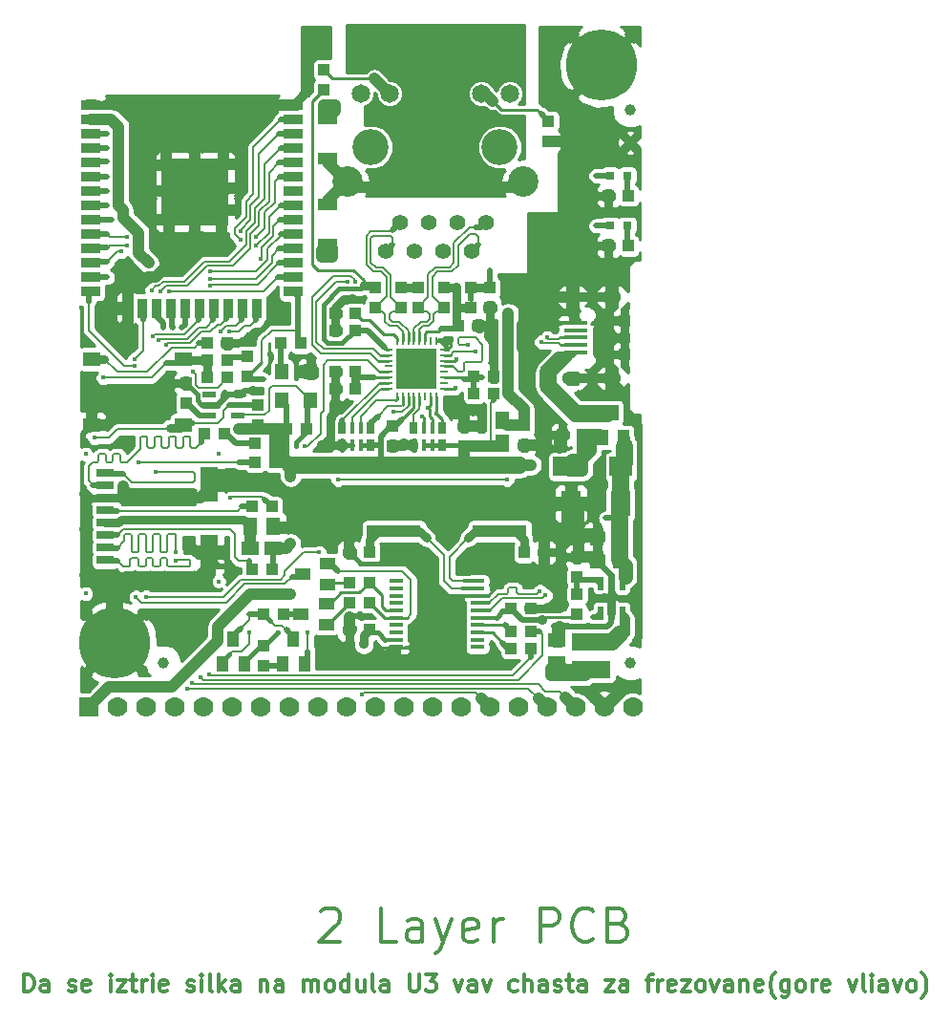
<source format=gbr>
G04 #@! TF.GenerationSoftware,KiCad,Pcbnew,no-vcs-found-36e5906~58~ubuntu16.04.1*
G04 #@! TF.CreationDate,2017-07-11T16:22:48+03:00*
G04 #@! TF.ProjectId,ESP32-GATEWAY_Rev_B,45535033322D474154455741595F5265,A*
G04 #@! TF.SameCoordinates,Original
G04 #@! TF.FileFunction,Copper,L1,Top,Mixed*
G04 #@! TF.FilePolarity,Positive*
%FSLAX46Y46*%
G04 Gerber Fmt 4.6, Leading zero omitted, Abs format (unit mm)*
G04 Created by KiCad (PCBNEW no-vcs-found-36e5906~58~ubuntu16.04.1) date Tue Jul 11 16:22:48 2017*
%MOMM*%
%LPD*%
G01*
G04 APERTURE LIST*
%ADD10C,0.100000*%
%ADD11C,0.300000*%
%ADD12R,1.270000X0.325000*%
%ADD13C,1.000000*%
%ADD14C,1.200000*%
%ADD15C,6.300000*%
%ADD16R,3.600000X3.600000*%
%ADD17R,0.400000X0.400000*%
%ADD18R,1.422400X1.422400*%
%ADD19R,0.250000X0.800000*%
%ADD20R,0.800000X0.250000*%
%ADD21R,1.016000X1.016000*%
%ADD22R,0.500000X0.780000*%
%ADD23C,1.300000*%
%ADD24C,2.000000*%
%ADD25R,6.000000X6.000000*%
%ADD26R,1.700000X0.900000*%
%ADD27R,0.900000X1.700000*%
%ADD28R,1.500000X3.100000*%
%ADD29C,0.400000*%
%ADD30R,1.500000X0.800000*%
%ADD31C,3.200000*%
%ADD32C,1.650000*%
%ADD33C,2.700000*%
%ADD34C,1.410000*%
%ADD35R,1.524000X1.270000*%
%ADD36R,1.270000X1.524000*%
%ADD37R,1.200000X1.400000*%
%ADD38R,3.500000X1.600000*%
%ADD39R,0.800000X0.800000*%
%ADD40R,0.381000X1.016000*%
%ADD41R,0.635000X1.016000*%
%ADD42R,0.550000X1.200000*%
%ADD43R,1.778000X1.016000*%
%ADD44R,2.000000X1.700000*%
%ADD45R,1.000000X1.400000*%
%ADD46R,4.826000X1.100000*%
%ADD47R,1.400000X1.000000*%
%ADD48R,1.200000X0.550000*%
%ADD49O,1.800000X1.200000*%
%ADD50R,1.000000X1.100000*%
%ADD51R,2.150000X0.325000*%
%ADD52C,1.778000*%
%ADD53R,1.778000X1.778000*%
%ADD54R,1.778000X2.286000*%
%ADD55C,0.450000*%
%ADD56C,0.900000*%
%ADD57C,0.750000*%
%ADD58C,0.508000*%
%ADD59C,1.270000*%
%ADD60C,1.524000*%
%ADD61C,1.016000*%
%ADD62C,0.254000*%
%ADD63C,0.203200*%
%ADD64C,0.762000*%
%ADD65C,0.406400*%
%ADD66C,0.304800*%
G04 APERTURE END LIST*
D10*
D11*
X65156000Y-153205571D02*
X65156000Y-151705571D01*
X65513142Y-151705571D01*
X65727428Y-151777000D01*
X65870285Y-151919857D01*
X65941714Y-152062714D01*
X66013142Y-152348428D01*
X66013142Y-152562714D01*
X65941714Y-152848428D01*
X65870285Y-152991285D01*
X65727428Y-153134142D01*
X65513142Y-153205571D01*
X65156000Y-153205571D01*
X67298857Y-153205571D02*
X67298857Y-152419857D01*
X67227428Y-152277000D01*
X67084571Y-152205571D01*
X66798857Y-152205571D01*
X66656000Y-152277000D01*
X67298857Y-153134142D02*
X67156000Y-153205571D01*
X66798857Y-153205571D01*
X66656000Y-153134142D01*
X66584571Y-152991285D01*
X66584571Y-152848428D01*
X66656000Y-152705571D01*
X66798857Y-152634142D01*
X67156000Y-152634142D01*
X67298857Y-152562714D01*
X69084571Y-153134142D02*
X69227428Y-153205571D01*
X69513142Y-153205571D01*
X69656000Y-153134142D01*
X69727428Y-152991285D01*
X69727428Y-152919857D01*
X69656000Y-152777000D01*
X69513142Y-152705571D01*
X69298857Y-152705571D01*
X69156000Y-152634142D01*
X69084571Y-152491285D01*
X69084571Y-152419857D01*
X69156000Y-152277000D01*
X69298857Y-152205571D01*
X69513142Y-152205571D01*
X69656000Y-152277000D01*
X70941714Y-153134142D02*
X70798857Y-153205571D01*
X70513142Y-153205571D01*
X70370285Y-153134142D01*
X70298857Y-152991285D01*
X70298857Y-152419857D01*
X70370285Y-152277000D01*
X70513142Y-152205571D01*
X70798857Y-152205571D01*
X70941714Y-152277000D01*
X71013142Y-152419857D01*
X71013142Y-152562714D01*
X70298857Y-152705571D01*
X72798857Y-153205571D02*
X72798857Y-152205571D01*
X72798857Y-151705571D02*
X72727428Y-151777000D01*
X72798857Y-151848428D01*
X72870285Y-151777000D01*
X72798857Y-151705571D01*
X72798857Y-151848428D01*
X73370285Y-152205571D02*
X74156000Y-152205571D01*
X73370285Y-153205571D01*
X74156000Y-153205571D01*
X74513142Y-152205571D02*
X75084571Y-152205571D01*
X74727428Y-151705571D02*
X74727428Y-152991285D01*
X74798857Y-153134142D01*
X74941714Y-153205571D01*
X75084571Y-153205571D01*
X75584571Y-153205571D02*
X75584571Y-152205571D01*
X75584571Y-152491285D02*
X75656000Y-152348428D01*
X75727428Y-152277000D01*
X75870285Y-152205571D01*
X76013142Y-152205571D01*
X76513142Y-153205571D02*
X76513142Y-152205571D01*
X76513142Y-151705571D02*
X76441714Y-151777000D01*
X76513142Y-151848428D01*
X76584571Y-151777000D01*
X76513142Y-151705571D01*
X76513142Y-151848428D01*
X77798857Y-153134142D02*
X77656000Y-153205571D01*
X77370285Y-153205571D01*
X77227428Y-153134142D01*
X77156000Y-152991285D01*
X77156000Y-152419857D01*
X77227428Y-152277000D01*
X77370285Y-152205571D01*
X77656000Y-152205571D01*
X77798857Y-152277000D01*
X77870285Y-152419857D01*
X77870285Y-152562714D01*
X77156000Y-152705571D01*
X79584571Y-153134142D02*
X79727428Y-153205571D01*
X80013142Y-153205571D01*
X80156000Y-153134142D01*
X80227428Y-152991285D01*
X80227428Y-152919857D01*
X80156000Y-152777000D01*
X80013142Y-152705571D01*
X79798857Y-152705571D01*
X79656000Y-152634142D01*
X79584571Y-152491285D01*
X79584571Y-152419857D01*
X79656000Y-152277000D01*
X79798857Y-152205571D01*
X80013142Y-152205571D01*
X80156000Y-152277000D01*
X80870285Y-153205571D02*
X80870285Y-152205571D01*
X80870285Y-151705571D02*
X80798857Y-151777000D01*
X80870285Y-151848428D01*
X80941714Y-151777000D01*
X80870285Y-151705571D01*
X80870285Y-151848428D01*
X81798857Y-153205571D02*
X81656000Y-153134142D01*
X81584571Y-152991285D01*
X81584571Y-151705571D01*
X82370285Y-153205571D02*
X82370285Y-151705571D01*
X82513142Y-152634142D02*
X82941714Y-153205571D01*
X82941714Y-152205571D02*
X82370285Y-152777000D01*
X84227428Y-153205571D02*
X84227428Y-152419857D01*
X84156000Y-152277000D01*
X84013142Y-152205571D01*
X83727428Y-152205571D01*
X83584571Y-152277000D01*
X84227428Y-153134142D02*
X84084571Y-153205571D01*
X83727428Y-153205571D01*
X83584571Y-153134142D01*
X83513142Y-152991285D01*
X83513142Y-152848428D01*
X83584571Y-152705571D01*
X83727428Y-152634142D01*
X84084571Y-152634142D01*
X84227428Y-152562714D01*
X86084571Y-152205571D02*
X86084571Y-153205571D01*
X86084571Y-152348428D02*
X86156000Y-152277000D01*
X86298857Y-152205571D01*
X86513142Y-152205571D01*
X86656000Y-152277000D01*
X86727428Y-152419857D01*
X86727428Y-153205571D01*
X88084571Y-153205571D02*
X88084571Y-152419857D01*
X88013142Y-152277000D01*
X87870285Y-152205571D01*
X87584571Y-152205571D01*
X87441714Y-152277000D01*
X88084571Y-153134142D02*
X87941714Y-153205571D01*
X87584571Y-153205571D01*
X87441714Y-153134142D01*
X87370285Y-152991285D01*
X87370285Y-152848428D01*
X87441714Y-152705571D01*
X87584571Y-152634142D01*
X87941714Y-152634142D01*
X88084571Y-152562714D01*
X89941714Y-153205571D02*
X89941714Y-152205571D01*
X89941714Y-152348428D02*
X90013142Y-152277000D01*
X90156000Y-152205571D01*
X90370285Y-152205571D01*
X90513142Y-152277000D01*
X90584571Y-152419857D01*
X90584571Y-153205571D01*
X90584571Y-152419857D02*
X90656000Y-152277000D01*
X90798857Y-152205571D01*
X91013142Y-152205571D01*
X91156000Y-152277000D01*
X91227428Y-152419857D01*
X91227428Y-153205571D01*
X92156000Y-153205571D02*
X92013142Y-153134142D01*
X91941714Y-153062714D01*
X91870285Y-152919857D01*
X91870285Y-152491285D01*
X91941714Y-152348428D01*
X92013142Y-152277000D01*
X92156000Y-152205571D01*
X92370285Y-152205571D01*
X92513142Y-152277000D01*
X92584571Y-152348428D01*
X92656000Y-152491285D01*
X92656000Y-152919857D01*
X92584571Y-153062714D01*
X92513142Y-153134142D01*
X92370285Y-153205571D01*
X92156000Y-153205571D01*
X93941714Y-153205571D02*
X93941714Y-151705571D01*
X93941714Y-153134142D02*
X93798857Y-153205571D01*
X93513142Y-153205571D01*
X93370285Y-153134142D01*
X93298857Y-153062714D01*
X93227428Y-152919857D01*
X93227428Y-152491285D01*
X93298857Y-152348428D01*
X93370285Y-152277000D01*
X93513142Y-152205571D01*
X93798857Y-152205571D01*
X93941714Y-152277000D01*
X95298857Y-152205571D02*
X95298857Y-153205571D01*
X94656000Y-152205571D02*
X94656000Y-152991285D01*
X94727428Y-153134142D01*
X94870285Y-153205571D01*
X95084571Y-153205571D01*
X95227428Y-153134142D01*
X95298857Y-153062714D01*
X96227428Y-153205571D02*
X96084571Y-153134142D01*
X96013142Y-152991285D01*
X96013142Y-151705571D01*
X97441714Y-153205571D02*
X97441714Y-152419857D01*
X97370285Y-152277000D01*
X97227428Y-152205571D01*
X96941714Y-152205571D01*
X96798857Y-152277000D01*
X97441714Y-153134142D02*
X97298857Y-153205571D01*
X96941714Y-153205571D01*
X96798857Y-153134142D01*
X96727428Y-152991285D01*
X96727428Y-152848428D01*
X96798857Y-152705571D01*
X96941714Y-152634142D01*
X97298857Y-152634142D01*
X97441714Y-152562714D01*
X99298857Y-151705571D02*
X99298857Y-152919857D01*
X99370285Y-153062714D01*
X99441714Y-153134142D01*
X99584571Y-153205571D01*
X99870285Y-153205571D01*
X100013142Y-153134142D01*
X100084571Y-153062714D01*
X100156000Y-152919857D01*
X100156000Y-151705571D01*
X100727428Y-151705571D02*
X101656000Y-151705571D01*
X101156000Y-152277000D01*
X101370285Y-152277000D01*
X101513142Y-152348428D01*
X101584571Y-152419857D01*
X101656000Y-152562714D01*
X101656000Y-152919857D01*
X101584571Y-153062714D01*
X101513142Y-153134142D01*
X101370285Y-153205571D01*
X100941714Y-153205571D01*
X100798857Y-153134142D01*
X100727428Y-153062714D01*
X103298857Y-152205571D02*
X103656000Y-153205571D01*
X104013142Y-152205571D01*
X105227428Y-153205571D02*
X105227428Y-152419857D01*
X105156000Y-152277000D01*
X105013142Y-152205571D01*
X104727428Y-152205571D01*
X104584571Y-152277000D01*
X105227428Y-153134142D02*
X105084571Y-153205571D01*
X104727428Y-153205571D01*
X104584571Y-153134142D01*
X104513142Y-152991285D01*
X104513142Y-152848428D01*
X104584571Y-152705571D01*
X104727428Y-152634142D01*
X105084571Y-152634142D01*
X105227428Y-152562714D01*
X105798857Y-152205571D02*
X106156000Y-153205571D01*
X106513142Y-152205571D01*
X108870285Y-153134142D02*
X108727428Y-153205571D01*
X108441714Y-153205571D01*
X108298857Y-153134142D01*
X108227428Y-153062714D01*
X108156000Y-152919857D01*
X108156000Y-152491285D01*
X108227428Y-152348428D01*
X108298857Y-152277000D01*
X108441714Y-152205571D01*
X108727428Y-152205571D01*
X108870285Y-152277000D01*
X109513142Y-153205571D02*
X109513142Y-151705571D01*
X110156000Y-153205571D02*
X110156000Y-152419857D01*
X110084571Y-152277000D01*
X109941714Y-152205571D01*
X109727428Y-152205571D01*
X109584571Y-152277000D01*
X109513142Y-152348428D01*
X111513142Y-153205571D02*
X111513142Y-152419857D01*
X111441714Y-152277000D01*
X111298857Y-152205571D01*
X111013142Y-152205571D01*
X110870285Y-152277000D01*
X111513142Y-153134142D02*
X111370285Y-153205571D01*
X111013142Y-153205571D01*
X110870285Y-153134142D01*
X110798857Y-152991285D01*
X110798857Y-152848428D01*
X110870285Y-152705571D01*
X111013142Y-152634142D01*
X111370285Y-152634142D01*
X111513142Y-152562714D01*
X112156000Y-153134142D02*
X112298857Y-153205571D01*
X112584571Y-153205571D01*
X112727428Y-153134142D01*
X112798857Y-152991285D01*
X112798857Y-152919857D01*
X112727428Y-152777000D01*
X112584571Y-152705571D01*
X112370285Y-152705571D01*
X112227428Y-152634142D01*
X112156000Y-152491285D01*
X112156000Y-152419857D01*
X112227428Y-152277000D01*
X112370285Y-152205571D01*
X112584571Y-152205571D01*
X112727428Y-152277000D01*
X113227428Y-152205571D02*
X113798857Y-152205571D01*
X113441714Y-151705571D02*
X113441714Y-152991285D01*
X113513142Y-153134142D01*
X113656000Y-153205571D01*
X113798857Y-153205571D01*
X114941714Y-153205571D02*
X114941714Y-152419857D01*
X114870285Y-152277000D01*
X114727428Y-152205571D01*
X114441714Y-152205571D01*
X114298857Y-152277000D01*
X114941714Y-153134142D02*
X114798857Y-153205571D01*
X114441714Y-153205571D01*
X114298857Y-153134142D01*
X114227428Y-152991285D01*
X114227428Y-152848428D01*
X114298857Y-152705571D01*
X114441714Y-152634142D01*
X114798857Y-152634142D01*
X114941714Y-152562714D01*
X116656000Y-152205571D02*
X117441714Y-152205571D01*
X116656000Y-153205571D01*
X117441714Y-153205571D01*
X118656000Y-153205571D02*
X118656000Y-152419857D01*
X118584571Y-152277000D01*
X118441714Y-152205571D01*
X118156000Y-152205571D01*
X118013142Y-152277000D01*
X118656000Y-153134142D02*
X118513142Y-153205571D01*
X118156000Y-153205571D01*
X118013142Y-153134142D01*
X117941714Y-152991285D01*
X117941714Y-152848428D01*
X118013142Y-152705571D01*
X118156000Y-152634142D01*
X118513142Y-152634142D01*
X118656000Y-152562714D01*
X120298857Y-152205571D02*
X120870285Y-152205571D01*
X120513142Y-153205571D02*
X120513142Y-151919857D01*
X120584571Y-151777000D01*
X120727428Y-151705571D01*
X120870285Y-151705571D01*
X121370285Y-153205571D02*
X121370285Y-152205571D01*
X121370285Y-152491285D02*
X121441714Y-152348428D01*
X121513142Y-152277000D01*
X121656000Y-152205571D01*
X121798857Y-152205571D01*
X122870285Y-153134142D02*
X122727428Y-153205571D01*
X122441714Y-153205571D01*
X122298857Y-153134142D01*
X122227428Y-152991285D01*
X122227428Y-152419857D01*
X122298857Y-152277000D01*
X122441714Y-152205571D01*
X122727428Y-152205571D01*
X122870285Y-152277000D01*
X122941714Y-152419857D01*
X122941714Y-152562714D01*
X122227428Y-152705571D01*
X123441714Y-152205571D02*
X124227428Y-152205571D01*
X123441714Y-153205571D01*
X124227428Y-153205571D01*
X125013142Y-153205571D02*
X124870285Y-153134142D01*
X124798857Y-153062714D01*
X124727428Y-152919857D01*
X124727428Y-152491285D01*
X124798857Y-152348428D01*
X124870285Y-152277000D01*
X125013142Y-152205571D01*
X125227428Y-152205571D01*
X125370285Y-152277000D01*
X125441714Y-152348428D01*
X125513142Y-152491285D01*
X125513142Y-152919857D01*
X125441714Y-153062714D01*
X125370285Y-153134142D01*
X125227428Y-153205571D01*
X125013142Y-153205571D01*
X126013142Y-152205571D02*
X126370285Y-153205571D01*
X126727428Y-152205571D01*
X127941714Y-153205571D02*
X127941714Y-152419857D01*
X127870285Y-152277000D01*
X127727428Y-152205571D01*
X127441714Y-152205571D01*
X127298857Y-152277000D01*
X127941714Y-153134142D02*
X127798857Y-153205571D01*
X127441714Y-153205571D01*
X127298857Y-153134142D01*
X127227428Y-152991285D01*
X127227428Y-152848428D01*
X127298857Y-152705571D01*
X127441714Y-152634142D01*
X127798857Y-152634142D01*
X127941714Y-152562714D01*
X128656000Y-152205571D02*
X128656000Y-153205571D01*
X128656000Y-152348428D02*
X128727428Y-152277000D01*
X128870285Y-152205571D01*
X129084571Y-152205571D01*
X129227428Y-152277000D01*
X129298857Y-152419857D01*
X129298857Y-153205571D01*
X130584571Y-153134142D02*
X130441714Y-153205571D01*
X130156000Y-153205571D01*
X130013142Y-153134142D01*
X129941714Y-152991285D01*
X129941714Y-152419857D01*
X130013142Y-152277000D01*
X130156000Y-152205571D01*
X130441714Y-152205571D01*
X130584571Y-152277000D01*
X130656000Y-152419857D01*
X130656000Y-152562714D01*
X129941714Y-152705571D01*
X131727428Y-153777000D02*
X131656000Y-153705571D01*
X131513142Y-153491285D01*
X131441714Y-153348428D01*
X131370285Y-153134142D01*
X131298857Y-152777000D01*
X131298857Y-152491285D01*
X131370285Y-152134142D01*
X131441714Y-151919857D01*
X131513142Y-151777000D01*
X131656000Y-151562714D01*
X131727428Y-151491285D01*
X132941714Y-152205571D02*
X132941714Y-153419857D01*
X132870285Y-153562714D01*
X132798857Y-153634142D01*
X132656000Y-153705571D01*
X132441714Y-153705571D01*
X132298857Y-153634142D01*
X132941714Y-153134142D02*
X132798857Y-153205571D01*
X132513142Y-153205571D01*
X132370285Y-153134142D01*
X132298857Y-153062714D01*
X132227428Y-152919857D01*
X132227428Y-152491285D01*
X132298857Y-152348428D01*
X132370285Y-152277000D01*
X132513142Y-152205571D01*
X132798857Y-152205571D01*
X132941714Y-152277000D01*
X133870285Y-153205571D02*
X133727428Y-153134142D01*
X133656000Y-153062714D01*
X133584571Y-152919857D01*
X133584571Y-152491285D01*
X133656000Y-152348428D01*
X133727428Y-152277000D01*
X133870285Y-152205571D01*
X134084571Y-152205571D01*
X134227428Y-152277000D01*
X134298857Y-152348428D01*
X134370285Y-152491285D01*
X134370285Y-152919857D01*
X134298857Y-153062714D01*
X134227428Y-153134142D01*
X134084571Y-153205571D01*
X133870285Y-153205571D01*
X135013142Y-153205571D02*
X135013142Y-152205571D01*
X135013142Y-152491285D02*
X135084571Y-152348428D01*
X135156000Y-152277000D01*
X135298857Y-152205571D01*
X135441714Y-152205571D01*
X136513142Y-153134142D02*
X136370285Y-153205571D01*
X136084571Y-153205571D01*
X135941714Y-153134142D01*
X135870285Y-152991285D01*
X135870285Y-152419857D01*
X135941714Y-152277000D01*
X136084571Y-152205571D01*
X136370285Y-152205571D01*
X136513142Y-152277000D01*
X136584571Y-152419857D01*
X136584571Y-152562714D01*
X135870285Y-152705571D01*
X138227428Y-152205571D02*
X138584571Y-153205571D01*
X138941714Y-152205571D01*
X139727428Y-153205571D02*
X139584571Y-153134142D01*
X139513142Y-152991285D01*
X139513142Y-151705571D01*
X140298857Y-153205571D02*
X140298857Y-152205571D01*
X140298857Y-151705571D02*
X140227428Y-151777000D01*
X140298857Y-151848428D01*
X140370285Y-151777000D01*
X140298857Y-151705571D01*
X140298857Y-151848428D01*
X141656000Y-153205571D02*
X141656000Y-152419857D01*
X141584571Y-152277000D01*
X141441714Y-152205571D01*
X141156000Y-152205571D01*
X141013142Y-152277000D01*
X141656000Y-153134142D02*
X141513142Y-153205571D01*
X141156000Y-153205571D01*
X141013142Y-153134142D01*
X140941714Y-152991285D01*
X140941714Y-152848428D01*
X141013142Y-152705571D01*
X141156000Y-152634142D01*
X141513142Y-152634142D01*
X141656000Y-152562714D01*
X142227428Y-152205571D02*
X142584571Y-153205571D01*
X142941714Y-152205571D01*
X143727428Y-153205571D02*
X143584571Y-153134142D01*
X143513142Y-153062714D01*
X143441714Y-152919857D01*
X143441714Y-152491285D01*
X143513142Y-152348428D01*
X143584571Y-152277000D01*
X143727428Y-152205571D01*
X143941714Y-152205571D01*
X144084571Y-152277000D01*
X144156000Y-152348428D01*
X144227428Y-152491285D01*
X144227428Y-152919857D01*
X144156000Y-153062714D01*
X144084571Y-153134142D01*
X143941714Y-153205571D01*
X143727428Y-153205571D01*
X144727428Y-153777000D02*
X144798857Y-153705571D01*
X144941714Y-153491285D01*
X145013142Y-153348428D01*
X145084571Y-153134142D01*
X145156000Y-152777000D01*
X145156000Y-152491285D01*
X145084571Y-152134142D01*
X145013142Y-151919857D01*
X144941714Y-151777000D01*
X144798857Y-151562714D01*
X144727428Y-151491285D01*
X91457571Y-146089857D02*
X91600428Y-145947000D01*
X91886142Y-145804142D01*
X92600428Y-145804142D01*
X92886142Y-145947000D01*
X93029000Y-146089857D01*
X93171857Y-146375571D01*
X93171857Y-146661285D01*
X93029000Y-147089857D01*
X91314714Y-148804142D01*
X93171857Y-148804142D01*
X98171857Y-148804142D02*
X96743285Y-148804142D01*
X96743285Y-145804142D01*
X100457571Y-148804142D02*
X100457571Y-147232714D01*
X100314714Y-146947000D01*
X100029000Y-146804142D01*
X99457571Y-146804142D01*
X99171857Y-146947000D01*
X100457571Y-148661285D02*
X100171857Y-148804142D01*
X99457571Y-148804142D01*
X99171857Y-148661285D01*
X99029000Y-148375571D01*
X99029000Y-148089857D01*
X99171857Y-147804142D01*
X99457571Y-147661285D01*
X100171857Y-147661285D01*
X100457571Y-147518428D01*
X101600428Y-146804142D02*
X102314714Y-148804142D01*
X103029000Y-146804142D02*
X102314714Y-148804142D01*
X102029000Y-149518428D01*
X101886142Y-149661285D01*
X101600428Y-149804142D01*
X105314714Y-148661285D02*
X105029000Y-148804142D01*
X104457571Y-148804142D01*
X104171857Y-148661285D01*
X104029000Y-148375571D01*
X104029000Y-147232714D01*
X104171857Y-146947000D01*
X104457571Y-146804142D01*
X105029000Y-146804142D01*
X105314714Y-146947000D01*
X105457571Y-147232714D01*
X105457571Y-147518428D01*
X104029000Y-147804142D01*
X106743285Y-148804142D02*
X106743285Y-146804142D01*
X106743285Y-147375571D02*
X106886142Y-147089857D01*
X107029000Y-146947000D01*
X107314714Y-146804142D01*
X107600428Y-146804142D01*
X110886142Y-148804142D02*
X110886142Y-145804142D01*
X112029000Y-145804142D01*
X112314714Y-145947000D01*
X112457571Y-146089857D01*
X112600428Y-146375571D01*
X112600428Y-146804142D01*
X112457571Y-147089857D01*
X112314714Y-147232714D01*
X112029000Y-147375571D01*
X110886142Y-147375571D01*
X115600428Y-148518428D02*
X115457571Y-148661285D01*
X115029000Y-148804142D01*
X114743285Y-148804142D01*
X114314714Y-148661285D01*
X114029000Y-148375571D01*
X113886142Y-148089857D01*
X113743285Y-147518428D01*
X113743285Y-147089857D01*
X113886142Y-146518428D01*
X114029000Y-146232714D01*
X114314714Y-145947000D01*
X114743285Y-145804142D01*
X115029000Y-145804142D01*
X115457571Y-145947000D01*
X115600428Y-146089857D01*
X117886142Y-147232714D02*
X118314714Y-147375571D01*
X118457571Y-147518428D01*
X118600428Y-147804142D01*
X118600428Y-148232714D01*
X118457571Y-148518428D01*
X118314714Y-148661285D01*
X118029000Y-148804142D01*
X116886142Y-148804142D01*
X116886142Y-145804142D01*
X117886142Y-145804142D01*
X118171857Y-145947000D01*
X118314714Y-146089857D01*
X118457571Y-146375571D01*
X118457571Y-146661285D01*
X118314714Y-146947000D01*
X118171857Y-147089857D01*
X117886142Y-147232714D01*
X116886142Y-147232714D01*
D12*
X105346500Y-122686000D03*
X105346500Y-122036000D03*
X105346500Y-121386000D03*
X105346500Y-120736000D03*
X105346500Y-120086000D03*
X105346500Y-119436000D03*
X105346500Y-118786000D03*
X105346500Y-118136000D03*
X105346500Y-117486000D03*
X105346500Y-116836000D03*
X98107500Y-116836000D03*
X98107500Y-117486000D03*
X98107500Y-118136000D03*
X98107500Y-118786000D03*
X98107500Y-119436000D03*
X98107500Y-120086000D03*
X98107500Y-120736000D03*
X98107500Y-121386000D03*
X98107500Y-122036000D03*
X98107500Y-122686000D03*
D13*
X118872000Y-124079000D03*
D14*
X113919000Y-71120000D03*
X118745000Y-71120000D03*
X117983000Y-72771000D03*
X114681000Y-72898000D03*
X117983000Y-69469000D03*
X114681000Y-69469000D03*
X116332000Y-73533000D03*
X116332000Y-68707000D03*
D15*
X116332000Y-71120000D03*
X73152000Y-122301000D03*
D14*
X73152000Y-119888000D03*
X73152000Y-124714000D03*
X71501000Y-120650000D03*
X74803000Y-120650000D03*
X71501000Y-124079000D03*
X74803000Y-123952000D03*
X75565000Y-122301000D03*
X70739000Y-122301000D03*
D16*
X99949000Y-98044000D03*
D17*
X101249000Y-97544000D03*
X101249000Y-98544000D03*
X100449000Y-99344000D03*
X99449000Y-99344000D03*
X98649000Y-98544000D03*
X98649000Y-97544000D03*
X99449000Y-96744000D03*
X100449000Y-96744000D03*
D18*
X99949000Y-98044000D03*
D19*
X98199000Y-95594000D03*
X98699000Y-95594000D03*
X99199000Y-95594000D03*
X99699000Y-95594000D03*
X100199000Y-95594000D03*
X100699000Y-95594000D03*
X101199000Y-95594000D03*
X101699000Y-95594000D03*
D20*
X102399000Y-96294000D03*
X102399000Y-96794000D03*
X102399000Y-97294000D03*
X102399000Y-97794000D03*
X102399000Y-98294000D03*
X102399000Y-98794000D03*
X102399000Y-99294000D03*
X102399000Y-99794000D03*
D19*
X101699000Y-100494000D03*
X101199000Y-100494000D03*
X100699000Y-100494000D03*
X100199000Y-100494000D03*
X99699000Y-100494000D03*
X99199000Y-100494000D03*
X98699000Y-100494000D03*
X98199000Y-100494000D03*
D20*
X97499000Y-99794000D03*
X97499000Y-99294000D03*
X97499000Y-98794000D03*
X97499000Y-98294000D03*
X97499000Y-97794000D03*
X97499000Y-97294000D03*
X97499000Y-96794000D03*
X97499000Y-96294000D03*
D21*
X104775000Y-92583000D03*
X104775000Y-90805000D03*
D22*
X104775000Y-91694000D03*
D23*
X77969600Y-84682800D03*
D24*
X80281000Y-82346000D03*
D25*
X80310000Y-82333000D03*
D26*
X89010000Y-74673000D03*
X89010000Y-75943000D03*
X89010000Y-77213000D03*
X89010000Y-78483000D03*
X89010000Y-79753000D03*
X89010000Y-81023000D03*
X89010000Y-82293000D03*
X89010000Y-83563000D03*
X89010000Y-84833000D03*
X89010000Y-86103000D03*
X89010000Y-87373000D03*
X89010000Y-88643000D03*
X89010000Y-89913000D03*
X89010000Y-91183000D03*
D27*
X85740000Y-92633000D03*
X84470000Y-92633000D03*
X83200000Y-92633000D03*
X81930000Y-92633000D03*
X80660000Y-92633000D03*
X79390000Y-92633000D03*
X78120000Y-92633000D03*
X76850000Y-92633000D03*
X75580000Y-92633000D03*
X74310000Y-92633000D03*
D26*
X71010000Y-91143000D03*
X71010000Y-89873000D03*
X71010000Y-88603000D03*
X71010000Y-87333000D03*
X71010000Y-86063000D03*
X71010000Y-84793000D03*
X71010000Y-83523000D03*
X71010000Y-82253000D03*
X71010000Y-80983000D03*
X71010000Y-79713000D03*
X71010000Y-78443000D03*
X71010000Y-77173000D03*
X71010000Y-75903000D03*
X71010000Y-74633000D03*
D23*
X82643200Y-84682800D03*
X77969600Y-79983800D03*
X82643200Y-79983800D03*
X80281000Y-79983800D03*
X80281000Y-84682800D03*
X77969600Y-82219000D03*
X82643200Y-82219000D03*
D28*
X81577000Y-114275000D03*
X81577000Y-108215000D03*
D29*
X70607000Y-105585000D03*
X82407000Y-105585000D03*
X82407000Y-116855000D03*
X70607000Y-117945000D03*
D30*
X72327000Y-107275000D03*
X72327000Y-108375000D03*
X72327000Y-109475000D03*
X72327000Y-110575000D03*
X72327000Y-111675000D03*
X72327000Y-112775000D03*
X72327000Y-113875000D03*
X72327000Y-114975000D03*
D31*
X95885000Y-78359000D03*
X107315000Y-78359000D03*
D32*
X105670000Y-73610500D03*
X94990000Y-73610500D03*
D33*
X93800000Y-81409000D03*
X109400000Y-81409000D03*
D32*
X108210000Y-73610500D03*
X97530000Y-73610500D03*
D34*
X97165000Y-87599000D03*
X98435000Y-85059000D03*
X99705000Y-87599000D03*
X100975000Y-85059000D03*
X102245000Y-87599000D03*
X103515000Y-85059000D03*
X104785000Y-87599000D03*
X106055000Y-85059000D03*
D35*
X112395000Y-122047000D03*
X112395000Y-124079000D03*
D21*
X105664000Y-104902000D03*
X105664000Y-103124000D03*
X104140000Y-104902000D03*
X104140000Y-103124000D03*
D36*
X85217000Y-112014000D03*
X87249000Y-112014000D03*
D21*
X106426000Y-92583000D03*
X106426000Y-90805000D03*
X109474000Y-104775000D03*
X109474000Y-102997000D03*
X97790000Y-104902000D03*
X97790000Y-103124000D03*
X103632000Y-94234000D03*
X105410000Y-94234000D03*
X94488000Y-94615000D03*
X92710000Y-94615000D03*
X94488000Y-99822000D03*
X92710000Y-99822000D03*
X92710000Y-98298000D03*
X94488000Y-98298000D03*
X105029000Y-98679000D03*
X106807000Y-98679000D03*
D37*
X90551000Y-100838000D03*
X90551000Y-98298000D03*
X88011000Y-98298000D03*
X88011000Y-100838000D03*
D13*
X118872000Y-77978000D03*
D38*
X115443000Y-124644000D03*
X115443000Y-122244000D03*
D36*
X107569000Y-104648000D03*
X107569000Y-102616000D03*
D35*
X85217000Y-113919000D03*
X87249000Y-113919000D03*
D39*
X117094000Y-85344000D03*
X118618000Y-85344000D03*
D21*
X83185000Y-95758000D03*
X81407000Y-95758000D03*
X82931000Y-103759000D03*
X81153000Y-103759000D03*
X85852000Y-102997000D03*
X85852000Y-101219000D03*
X91694000Y-71501000D03*
X91694000Y-73279000D03*
X111633000Y-77851000D03*
X111633000Y-76073000D03*
X98552000Y-90805000D03*
X98552000Y-92583000D03*
X85344000Y-115824000D03*
X87122000Y-115824000D03*
X96266000Y-92583000D03*
X96266000Y-90805000D03*
X102362000Y-90805000D03*
X102362000Y-92583000D03*
X100076000Y-92583000D03*
X100076000Y-90805000D03*
X90170000Y-103378000D03*
X88392000Y-103378000D03*
X110109000Y-122809000D03*
X108331000Y-122809000D03*
X87884000Y-95758000D03*
X89662000Y-95758000D03*
X106807000Y-100203000D03*
X105029000Y-100203000D03*
X94488000Y-93091000D03*
X92710000Y-93091000D03*
X110109000Y-121285000D03*
X108331000Y-121285000D03*
X95758000Y-116967000D03*
X93980000Y-116967000D03*
D40*
X94996000Y-104775000D03*
X94234000Y-104775000D03*
X94996000Y-103251000D03*
X94234000Y-103251000D03*
D41*
X95885000Y-104775000D03*
X95885000Y-103251000D03*
X93345000Y-104775000D03*
X93345000Y-103251000D03*
X102235000Y-104775000D03*
X102235000Y-103251000D03*
X99695000Y-104775000D03*
X99695000Y-103251000D03*
D40*
X101346000Y-104775000D03*
X100584000Y-104775000D03*
X101346000Y-103251000D03*
X100584000Y-103251000D03*
D42*
X118171000Y-117064000D03*
X116271000Y-117064000D03*
X118171000Y-119664000D03*
X117221000Y-119664000D03*
X116271000Y-119664000D03*
D21*
X85344000Y-110236000D03*
X87122000Y-110236000D03*
D35*
X71120000Y-97155000D03*
X79248000Y-97155000D03*
X71120000Y-102997000D03*
X79248000Y-102997000D03*
D43*
X92075000Y-86995000D03*
X92075000Y-83439000D03*
X92075000Y-79375000D03*
X92075000Y-75819000D03*
D13*
X77470000Y-124079000D03*
X118872000Y-75057000D03*
D21*
X93980000Y-114300000D03*
X95758000Y-114300000D03*
X109474000Y-114300000D03*
X111252000Y-114300000D03*
X93980000Y-121158000D03*
X95758000Y-121158000D03*
X108331000Y-119253000D03*
X110109000Y-119253000D03*
X79502000Y-101092000D03*
X79502000Y-99314000D03*
D44*
X113070000Y-106680000D03*
X118070000Y-106680000D03*
D45*
X117345460Y-101894640D03*
X118300500Y-104104440D03*
X116398040Y-104104440D03*
D46*
X97917000Y-112395000D03*
X107315000Y-112395000D03*
D47*
X89829640Y-116207540D03*
X92039440Y-115252500D03*
X92039440Y-117154960D03*
X89702640Y-119763540D03*
X91912440Y-118808500D03*
X91912440Y-120710960D03*
D21*
X114681000Y-103886000D03*
X112903000Y-103886000D03*
X93980000Y-118745000D03*
X95758000Y-118745000D03*
X83185000Y-97282000D03*
X81407000Y-97282000D03*
X81407000Y-98806000D03*
X83185000Y-98806000D03*
X84963000Y-98679000D03*
X84963000Y-96901000D03*
X116967000Y-87122000D03*
X118745000Y-87122000D03*
X114173000Y-119761000D03*
X114173000Y-117983000D03*
X114173000Y-114681000D03*
X114173000Y-116459000D03*
D36*
X117983000Y-112903000D03*
X115951000Y-112903000D03*
X115951000Y-114935000D03*
X117983000Y-114935000D03*
D21*
X86360000Y-119761000D03*
X88138000Y-119761000D03*
D48*
X81504000Y-100269000D03*
X81504000Y-102169000D03*
X84104000Y-100269000D03*
X84104000Y-101219000D03*
X84104000Y-102169000D03*
D45*
X88077000Y-124163000D03*
X89977000Y-124163000D03*
X89027000Y-121963000D03*
X82743000Y-124163000D03*
X84643000Y-124163000D03*
X83693000Y-121963000D03*
D21*
X86360000Y-122555000D03*
X86360000Y-124333000D03*
D49*
X117217000Y-91650000D03*
X113747000Y-91650000D03*
X113747000Y-98850000D03*
X117217000Y-98850000D03*
D50*
X118367000Y-93750000D03*
X118367000Y-96750000D03*
D51*
X114067000Y-93950000D03*
X114067000Y-94600000D03*
X114067000Y-95250000D03*
X114067000Y-95900000D03*
X114067000Y-96550000D03*
D52*
X111506000Y-128016000D03*
X114046000Y-128016000D03*
X119126000Y-128016000D03*
X116586000Y-128016000D03*
X106426000Y-128016000D03*
X108966000Y-128016000D03*
X103886000Y-128016000D03*
X101346000Y-128016000D03*
X96266000Y-128016000D03*
X98806000Y-128016000D03*
X93726000Y-128016000D03*
X91186000Y-128016000D03*
X86106000Y-128016000D03*
X88646000Y-128016000D03*
X83566000Y-128016000D03*
X81026000Y-128016000D03*
D53*
X70866000Y-128016000D03*
D52*
X73406000Y-128016000D03*
X75946000Y-128016000D03*
X78486000Y-128016000D03*
D39*
X117094000Y-80899000D03*
X118618000Y-80899000D03*
D21*
X116967000Y-82677000D03*
X118745000Y-82677000D03*
X87376000Y-106299000D03*
X85598000Y-106299000D03*
X85598000Y-104648000D03*
X87376000Y-104648000D03*
D54*
X113647000Y-109982000D03*
X118001000Y-109982000D03*
D55*
X115824000Y-85344000D03*
X116713000Y-111252000D03*
X115570000Y-120015000D03*
X70231000Y-109093000D03*
X70231000Y-112268000D03*
X70231000Y-116332000D03*
X119761000Y-102997000D03*
X119761000Y-105537000D03*
X119761000Y-109728000D03*
X119761000Y-113919000D03*
X119761000Y-118364000D03*
X119761000Y-121920000D03*
D56*
X114300000Y-113411000D03*
X113284000Y-111760000D03*
X114300000Y-111760000D03*
X109347000Y-94107000D03*
X109347000Y-95123000D03*
X109347000Y-96139000D03*
X107315000Y-117094000D03*
X98806000Y-104648000D03*
D55*
X70231000Y-92583000D03*
D56*
X112649000Y-120904000D03*
X112649000Y-105029000D03*
X116586000Y-118364000D03*
X115570000Y-118364000D03*
X103632000Y-121158000D03*
X101092000Y-121158000D03*
X102362000Y-119761000D03*
X101092000Y-118491000D03*
X101092000Y-116967000D03*
X99949000Y-114173000D03*
X97536000Y-114173000D03*
X106172000Y-114173000D03*
X107950000Y-114173000D03*
X102743000Y-112649000D03*
X97917000Y-110871000D03*
X100457000Y-110871000D03*
X105537000Y-110744000D03*
X107569000Y-110744000D03*
X101219000Y-115443000D03*
X104902000Y-115443000D03*
X73914000Y-108458000D03*
X74168000Y-116459000D03*
X86360000Y-108458000D03*
X93853000Y-110998000D03*
X93853000Y-112014000D03*
X93853000Y-113030000D03*
X90170000Y-109982000D03*
X90170000Y-111125000D03*
X75184000Y-116459000D03*
X82804000Y-107442000D03*
X82804000Y-108458000D03*
X102362000Y-122428000D03*
X112649000Y-119253000D03*
X103632000Y-118491000D03*
X103632000Y-111125000D03*
X97409000Y-123444000D03*
X76200000Y-116459000D03*
X93980000Y-120015000D03*
X90170000Y-112141000D03*
X73914000Y-109474000D03*
D55*
X79121000Y-89662000D03*
X78613000Y-89662000D03*
X78105000Y-89662000D03*
D56*
X73914000Y-94361000D03*
X73914000Y-95631000D03*
X73914000Y-101219000D03*
X85979000Y-76073000D03*
X83185000Y-76073000D03*
X80391000Y-76073000D03*
X77089000Y-76073000D03*
X75819000Y-83693000D03*
X75565000Y-81280000D03*
X75565000Y-78105000D03*
X75565000Y-74295000D03*
X78740000Y-74295000D03*
X78740000Y-78105000D03*
X81915000Y-78105000D03*
X81915000Y-74295000D03*
X84455000Y-74295000D03*
X84455000Y-78105000D03*
D55*
X86868000Y-96774000D03*
X89662000Y-98425000D03*
D56*
X85471000Y-99949000D03*
X73914000Y-102108000D03*
X73914000Y-104394000D03*
X75184000Y-90805000D03*
X74168000Y-90805000D03*
D55*
X89662000Y-97917000D03*
X86233000Y-94615000D03*
D56*
X86995000Y-74549000D03*
X72517000Y-74549000D03*
X91059000Y-68199000D03*
X91059000Y-69469000D03*
X91567000Y-104775000D03*
X103124000Y-101981000D03*
X103124000Y-101092000D03*
X106426000Y-95123000D03*
X91694000Y-74676000D03*
X92710000Y-74676000D03*
X91567000Y-88138000D03*
X92456000Y-88138000D03*
D55*
X105918000Y-102235000D03*
X105918000Y-101727000D03*
X105918000Y-101219000D03*
D56*
X94234000Y-91821000D03*
X106426000Y-94107000D03*
D55*
X102362000Y-95504000D03*
X102997000Y-95758000D03*
X95123000Y-126873000D03*
X72517000Y-81026000D03*
X72136000Y-98806000D03*
X80264000Y-97282000D03*
D56*
X113030000Y-125222000D03*
X111887000Y-125222000D03*
X109093000Y-106553000D03*
X110109000Y-106553000D03*
X111125000Y-120269000D03*
X88773000Y-117983000D03*
X95250000Y-122428000D03*
X88773000Y-106553000D03*
X88773000Y-107569000D03*
X88773000Y-113538000D03*
X84201000Y-103378000D03*
D55*
X84074000Y-97028000D03*
D56*
X76200000Y-88646000D03*
D55*
X106426000Y-89281000D03*
X105791000Y-98806000D03*
X77216000Y-91186000D03*
X81534000Y-125095000D03*
X75057000Y-118237000D03*
X71374000Y-104140000D03*
X72517000Y-77216000D03*
X74295000Y-86360000D03*
X97917000Y-101854000D03*
X100457000Y-102235000D03*
X85725000Y-87122000D03*
X103505000Y-97155000D03*
X74295000Y-87122000D03*
X96520000Y-102235000D03*
X77470000Y-94361000D03*
X77724000Y-95885000D03*
X76581000Y-95123000D03*
X77089000Y-95504000D03*
X76454000Y-91059000D03*
X80772000Y-125349000D03*
X78359000Y-94361000D03*
X79121000Y-94361000D03*
D57*
X95250000Y-90678000D03*
D56*
X103505000Y-90805000D03*
D55*
X99314000Y-90805000D03*
D56*
X108077000Y-93091000D03*
D55*
X84328000Y-85852000D03*
X105156000Y-96520000D03*
X85725000Y-86360000D03*
X104521000Y-95885000D03*
X94488000Y-90297000D03*
X93853000Y-90297000D03*
D56*
X103505000Y-68580000D03*
X106680000Y-68580000D03*
X99695000Y-68580000D03*
X96520000Y-68580000D03*
X97790000Y-70485000D03*
X95250000Y-70485000D03*
X105410000Y-70485000D03*
X107950000Y-70485000D03*
X103505000Y-72390000D03*
X99695000Y-72390000D03*
X97155000Y-75565000D03*
X99695000Y-76200000D03*
X103505000Y-76200000D03*
X106045000Y-75565000D03*
X101600000Y-78105000D03*
X101600000Y-74295000D03*
X101600000Y-70485000D03*
X99695000Y-80010000D03*
X103505000Y-80010000D03*
X105410000Y-81915000D03*
X97790000Y-81915000D03*
X101600000Y-81915000D03*
D55*
X103378000Y-99695000D03*
X84328000Y-86614000D03*
X73787000Y-87630000D03*
X100965000Y-101473000D03*
X90297000Y-121412000D03*
X86360000Y-98933000D03*
X90043000Y-104902000D03*
X85090000Y-121412000D03*
X83820000Y-104521000D03*
X83312000Y-94742000D03*
X83439000Y-109474000D03*
X72517000Y-89916000D03*
X85090000Y-115062000D03*
X82550000Y-94742000D03*
X86106000Y-88265000D03*
X101727000Y-101981000D03*
X111379000Y-118110000D03*
X111506000Y-95250000D03*
X110998000Y-95631000D03*
X110871000Y-117729000D03*
X87630000Y-121412000D03*
X89281000Y-104902000D03*
X85090000Y-119761000D03*
X80137000Y-98298000D03*
X72517000Y-82296000D03*
X75946000Y-118237000D03*
X91313000Y-114300000D03*
X81661000Y-89408000D03*
D56*
X114681000Y-107061000D03*
X114681000Y-106045000D03*
X114681000Y-105029000D03*
D55*
X81661000Y-90678000D03*
X81661000Y-90043000D03*
X80010000Y-125857000D03*
X72517000Y-79629000D03*
X79629000Y-126365000D03*
X72517000Y-78486000D03*
X76835000Y-107188000D03*
X77978000Y-91186000D03*
X75311000Y-106299000D03*
X78613000Y-114300000D03*
X74930000Y-97155000D03*
X78613000Y-115062000D03*
X74930000Y-97790000D03*
X72517000Y-83566000D03*
X92964000Y-107823000D03*
X107950000Y-107823000D03*
X115824000Y-80899000D03*
X72898000Y-84836000D03*
D58*
X115824000Y-85344000D02*
X117094000Y-85344000D01*
X118171000Y-117064000D02*
X118491000Y-116744000D01*
X118491000Y-116744000D02*
X118491000Y-116459000D01*
D59*
X118491000Y-116459000D02*
X118491000Y-115443000D01*
X118491000Y-115443000D02*
X117983000Y-114935000D01*
D60*
X118364000Y-106386000D02*
X118364000Y-104902000D01*
X118070000Y-106680000D02*
X118364000Y-106386000D01*
D61*
X118364000Y-104167940D02*
X118364000Y-104902000D01*
X118300500Y-104104440D02*
X118364000Y-104167940D01*
D58*
X117983000Y-111252000D02*
X116713000Y-111252000D01*
X116271000Y-119664000D02*
X115920000Y-120015000D01*
X115920000Y-120015000D02*
X115570000Y-120015000D01*
D60*
X117983000Y-112903000D02*
X117983000Y-114935000D01*
X118001000Y-109982000D02*
X117983000Y-110000000D01*
X117983000Y-110000000D02*
X117983000Y-111252000D01*
X117983000Y-111252000D02*
X117983000Y-112903000D01*
X118001000Y-109982000D02*
X118070000Y-109913000D01*
X118070000Y-109913000D02*
X118070000Y-106680000D01*
X73152000Y-122301000D02*
X73152000Y-117856000D01*
X73152000Y-117856000D02*
X72644000Y-117348000D01*
D61*
X81577000Y-114275000D02*
X81577000Y-115527000D01*
X81577000Y-115527000D02*
X80645000Y-116459000D01*
X80645000Y-116459000D02*
X76200000Y-116459000D01*
X81577000Y-108215000D02*
X81577000Y-108669000D01*
X81577000Y-108669000D02*
X80772000Y-109474000D01*
X79248000Y-109474000D02*
X73914000Y-109474000D01*
X80772000Y-109474000D02*
X79248000Y-109474000D01*
D62*
X114067000Y-93950000D02*
X112238000Y-93950000D01*
X112238000Y-93950000D02*
X110871000Y-92583000D01*
D61*
X113284000Y-111760000D02*
X114300000Y-111760000D01*
X113647000Y-109982000D02*
X114300000Y-110635000D01*
X114300000Y-110635000D02*
X114300000Y-111760000D01*
X115951000Y-112903000D02*
X115697000Y-112649000D01*
X115697000Y-112649000D02*
X114300000Y-112649000D01*
X115951000Y-114935000D02*
X115697000Y-114681000D01*
X115697000Y-114681000D02*
X114173000Y-114681000D01*
X114173000Y-114681000D02*
X114300000Y-114554000D01*
X114300000Y-114554000D02*
X114300000Y-113411000D01*
X113647000Y-109982000D02*
X113284000Y-110345000D01*
X113284000Y-110345000D02*
X113284000Y-111760000D01*
X114300000Y-111760000D02*
X114300000Y-112649000D01*
X114300000Y-112649000D02*
X114300000Y-113411000D01*
X111252000Y-114300000D02*
X111252000Y-115570000D01*
X111252000Y-114300000D02*
X111252000Y-111506000D01*
X111252000Y-111506000D02*
X109855000Y-110109000D01*
X109474000Y-104775000D02*
X110998000Y-104775000D01*
X111633000Y-77851000D02*
X113792000Y-77851000D01*
D58*
X119761000Y-118364000D02*
X117221000Y-118364000D01*
D61*
X109347000Y-94107000D02*
X109347000Y-95123000D01*
X113747000Y-91650000D02*
X111804000Y-91650000D01*
X111804000Y-91650000D02*
X110871000Y-92583000D01*
X110871000Y-92583000D02*
X109347000Y-94107000D01*
X109347000Y-95123000D02*
X109347000Y-96139000D01*
X112903000Y-103886000D02*
X112649000Y-104140000D01*
X112649000Y-104140000D02*
X112649000Y-105029000D01*
D58*
X116840000Y-120904000D02*
X112649000Y-120904000D01*
X115951000Y-114935000D02*
X115951000Y-115062000D01*
X115951000Y-115062000D02*
X117221000Y-116332000D01*
X117221000Y-116332000D02*
X117221000Y-118364000D01*
X117217000Y-98850000D02*
X118618000Y-100251000D01*
X118618000Y-100251000D02*
X118618000Y-101854000D01*
X118618000Y-101854000D02*
X119761000Y-102997000D01*
X119761000Y-102997000D02*
X119761000Y-105537000D01*
X119761000Y-105537000D02*
X119761000Y-109728000D01*
X119761000Y-109728000D02*
X119761000Y-113919000D01*
X119761000Y-113919000D02*
X119761000Y-118364000D01*
X119761000Y-118364000D02*
X119761000Y-121920000D01*
D63*
X70231000Y-92583000D02*
X70231000Y-95123000D01*
D61*
X112395000Y-122047000D02*
X112649000Y-121793000D01*
X112649000Y-121793000D02*
X112649000Y-120904000D01*
D64*
X117221000Y-118364000D02*
X116586000Y-118364000D01*
X115570000Y-118364000D02*
X116459000Y-118364000D01*
X117221000Y-119664000D02*
X117221000Y-118364000D01*
D58*
X117221000Y-119664000D02*
X117221000Y-120523000D01*
X117221000Y-120523000D02*
X116840000Y-120904000D01*
X81577000Y-114275000D02*
X81577000Y-114724000D01*
X81577000Y-114724000D02*
X82423000Y-115570000D01*
X82423000Y-115570000D02*
X83058000Y-115570000D01*
D61*
X103632000Y-121158000D02*
X101092000Y-121158000D01*
X102362000Y-119761000D02*
X101092000Y-118491000D01*
X101092000Y-116967000D02*
X101219000Y-116840000D01*
X101219000Y-116840000D02*
X101219000Y-115443000D01*
X99949000Y-114173000D02*
X97536000Y-114173000D01*
X106172000Y-114173000D02*
X107950000Y-114173000D01*
X97917000Y-110109000D02*
X97917000Y-110871000D01*
X100457000Y-110871000D02*
X100457000Y-110109000D01*
X100457000Y-110109000D02*
X100457000Y-110363000D01*
X100457000Y-110363000D02*
X100457000Y-110109000D01*
X105537000Y-110109000D02*
X105537000Y-110744000D01*
X107569000Y-110744000D02*
X107569000Y-110109000D01*
X107569000Y-110109000D02*
X107569000Y-110363000D01*
X107569000Y-110363000D02*
X107569000Y-110109000D01*
D65*
X93980000Y-114300000D02*
X94996000Y-115316000D01*
X94996000Y-115316000D02*
X99568000Y-115316000D01*
D64*
X93980000Y-114300000D02*
X93853000Y-114300000D01*
X93853000Y-114300000D02*
X93853000Y-113030000D01*
D61*
X76200000Y-116459000D02*
X75184000Y-116459000D01*
D66*
X98107500Y-122686000D02*
X97786000Y-122686000D01*
X97786000Y-122686000D02*
X97536000Y-122936000D01*
D64*
X97536000Y-122936000D02*
X97536000Y-123317000D01*
X97536000Y-123317000D02*
X97409000Y-123444000D01*
D61*
X73914000Y-108458000D02*
X73914000Y-109474000D01*
X75184000Y-116459000D02*
X74168000Y-116459000D01*
X81577000Y-114275000D02*
X81577000Y-114511000D01*
X93853000Y-112014000D02*
X93853000Y-110998000D01*
X95504000Y-110109000D02*
X94615000Y-110998000D01*
X94615000Y-110998000D02*
X93853000Y-110998000D01*
X93853000Y-112014000D02*
X93853000Y-113030000D01*
X87757000Y-108458000D02*
X89281000Y-109982000D01*
X86360000Y-108458000D02*
X87757000Y-108458000D01*
X89281000Y-109982000D02*
X90170000Y-109982000D01*
X82804000Y-108458000D02*
X86360000Y-108458000D01*
X87249000Y-112014000D02*
X87376000Y-112141000D01*
X87376000Y-112141000D02*
X90170000Y-112141000D01*
X90170000Y-111125000D02*
X90170000Y-109982000D01*
X81577000Y-108215000D02*
X82350000Y-107442000D01*
X82350000Y-107442000D02*
X82804000Y-107442000D01*
X82804000Y-108458000D02*
X82804000Y-107442000D01*
D64*
X72327000Y-109475000D02*
X72328000Y-109474000D01*
X72328000Y-109474000D02*
X73914000Y-109474000D01*
D61*
X97409000Y-123444000D02*
X97409000Y-123825000D01*
X97409000Y-123825000D02*
X100965000Y-123825000D01*
X100965000Y-123825000D02*
X102362000Y-122428000D01*
D66*
X105346500Y-118136000D02*
X106273000Y-118136000D01*
D62*
X106273000Y-118136000D02*
X107315000Y-117094000D01*
D64*
X110109000Y-119253000D02*
X112649000Y-119253000D01*
D66*
X105346500Y-118136000D02*
X103987000Y-118136000D01*
D65*
X103987000Y-118136000D02*
X103632000Y-118491000D01*
D61*
X103632000Y-111125000D02*
X103632000Y-110109000D01*
X103632000Y-110109000D02*
X103632000Y-110363000D01*
X103632000Y-110363000D02*
X103632000Y-110109000D01*
D62*
X93726000Y-121158000D02*
X93980000Y-121158000D01*
D61*
X109855000Y-110109000D02*
X107569000Y-110109000D01*
X107569000Y-110109000D02*
X105537000Y-110109000D01*
X105537000Y-110109000D02*
X103632000Y-110109000D01*
X103632000Y-110109000D02*
X100457000Y-110109000D01*
X100457000Y-110109000D02*
X97917000Y-110109000D01*
X97917000Y-110109000D02*
X95504000Y-110109000D01*
X95504000Y-110109000D02*
X95631000Y-110109000D01*
X93980000Y-121158000D02*
X93980000Y-120015000D01*
X90170000Y-111125000D02*
X90170000Y-112141000D01*
X81577000Y-108215000D02*
X81820000Y-108458000D01*
X81820000Y-108458000D02*
X82804000Y-108458000D01*
D58*
X79121000Y-89662000D02*
X78613000Y-89662000D01*
X78105000Y-89662000D02*
X78613000Y-89662000D01*
D61*
X74310000Y-92633000D02*
X74310000Y-93965000D01*
X73914000Y-95631000D02*
X73914000Y-94361000D01*
X74056000Y-94219000D02*
X73914000Y-94361000D01*
X74310000Y-93965000D02*
X73914000Y-94361000D01*
D58*
X71120000Y-102997000D02*
X70358000Y-103759000D01*
X70358000Y-104394000D02*
X70739000Y-104775000D01*
X70358000Y-103759000D02*
X70358000Y-104394000D01*
D61*
X84455000Y-76073000D02*
X85979000Y-76073000D01*
X83185000Y-76073000D02*
X80391000Y-76073000D01*
X77089000Y-76073000D02*
X75565000Y-76073000D01*
X75565000Y-76073000D02*
X75692000Y-76073000D01*
X75692000Y-76073000D02*
X75565000Y-76073000D01*
X76327000Y-84836000D02*
X75819000Y-84328000D01*
X75819000Y-84328000D02*
X75819000Y-83693000D01*
X76073000Y-82296000D02*
X75565000Y-81788000D01*
X75565000Y-81788000D02*
X75565000Y-81280000D01*
X75565000Y-78105000D02*
X75565000Y-76073000D01*
X75565000Y-76073000D02*
X75565000Y-74295000D01*
X78740000Y-74295000D02*
X78740000Y-78105000D01*
X81915000Y-78105000D02*
X81915000Y-74295000D01*
X84455000Y-74295000D02*
X84455000Y-76073000D01*
X84455000Y-76073000D02*
X84455000Y-78105000D01*
D64*
X89010000Y-74673000D02*
X90297000Y-73386000D01*
X90297000Y-73386000D02*
X90297000Y-70231000D01*
X90297000Y-70231000D02*
X91059000Y-69469000D01*
D61*
X80281000Y-82346000D02*
X77791000Y-84836000D01*
X77791000Y-84836000D02*
X76327000Y-84836000D01*
X80281000Y-82346000D02*
X80231000Y-82296000D01*
X80231000Y-82296000D02*
X76073000Y-82296000D01*
X80281000Y-82346000D02*
X77945000Y-80010000D01*
X77945000Y-80010000D02*
X75946000Y-80010000D01*
X80281000Y-82346000D02*
X77724000Y-79789000D01*
X77724000Y-79789000D02*
X77724000Y-77851000D01*
X80281000Y-82346000D02*
X82804000Y-79823000D01*
X82804000Y-79823000D02*
X82804000Y-77851000D01*
X80281000Y-82346000D02*
X80264000Y-82329000D01*
X80264000Y-82329000D02*
X80264000Y-77978000D01*
X80281000Y-82346000D02*
X82744000Y-79883000D01*
X82744000Y-79883000D02*
X84328000Y-79883000D01*
X80281000Y-82346000D02*
X80585000Y-82042000D01*
X80585000Y-82042000D02*
X84074000Y-82042000D01*
X80281000Y-82346000D02*
X81882000Y-83947000D01*
X81882000Y-83947000D02*
X83820000Y-83947000D01*
X80281000Y-82346000D02*
X82677000Y-84742000D01*
X82677000Y-84742000D02*
X82677000Y-86868000D01*
X80310000Y-82333000D02*
X80264000Y-82379000D01*
X80264000Y-82379000D02*
X80264000Y-86868000D01*
D58*
X90424000Y-98425000D02*
X89662000Y-98425000D01*
X89662000Y-97917000D02*
X89662000Y-98425000D01*
X90551000Y-98298000D02*
X90170000Y-97917000D01*
X90170000Y-97917000D02*
X89662000Y-97917000D01*
X84104000Y-100269000D02*
X83246000Y-100269000D01*
D65*
X80518000Y-100330000D02*
X80518000Y-100838000D01*
X80518000Y-100838000D02*
X80899000Y-101219000D01*
X80518000Y-100330000D02*
X79502000Y-99314000D01*
X82296000Y-101219000D02*
X80899000Y-101219000D01*
D58*
X83246000Y-100269000D02*
X82296000Y-101219000D01*
X84104000Y-100269000D02*
X84389000Y-100269000D01*
X84389000Y-100269000D02*
X84709000Y-99949000D01*
X84709000Y-99949000D02*
X85471000Y-99949000D01*
D61*
X72517000Y-102997000D02*
X73406000Y-102108000D01*
X71120000Y-102997000D02*
X72517000Y-102997000D01*
X73406000Y-102108000D02*
X73914000Y-102108000D01*
D58*
X86233000Y-94615000D02*
X86741000Y-94107000D01*
D61*
X74310000Y-92633000D02*
X74310000Y-90947000D01*
X74310000Y-90947000D02*
X74168000Y-90805000D01*
X75184000Y-90805000D02*
X74168000Y-90805000D01*
X76123800Y-89865200D02*
X75184000Y-90805000D01*
X76123800Y-89865200D02*
X76758800Y-89865200D01*
X76758800Y-89865200D02*
X77969600Y-88654400D01*
X77969600Y-84682800D02*
X77969600Y-88654400D01*
D58*
X85598000Y-94615000D02*
X86233000Y-94615000D01*
X84455000Y-95758000D02*
X85598000Y-94615000D01*
X83185000Y-95758000D02*
X84455000Y-95758000D01*
D61*
X89010000Y-74673000D02*
X87119000Y-74673000D01*
X87119000Y-74673000D02*
X86995000Y-74549000D01*
D64*
X71010000Y-74633000D02*
X72433000Y-74633000D01*
X72433000Y-74633000D02*
X72517000Y-74549000D01*
D61*
X91059000Y-68199000D02*
X91059000Y-69469000D01*
D64*
X92329000Y-104775000D02*
X91567000Y-104775000D01*
D58*
X90551000Y-98298000D02*
X90424000Y-98425000D01*
D61*
X104140000Y-103124000D02*
X104140000Y-101981000D01*
X104140000Y-101981000D02*
X103124000Y-101981000D01*
X103124000Y-101092000D02*
X103124000Y-101981000D01*
D64*
X92710000Y-93091000D02*
X92710000Y-94615000D01*
D58*
X92710000Y-99822000D02*
X92710000Y-98298000D01*
X99695000Y-104775000D02*
X99568000Y-104648000D01*
X99568000Y-104648000D02*
X98806000Y-104648000D01*
X97790000Y-104902000D02*
X98044000Y-104648000D01*
X98044000Y-104648000D02*
X98806000Y-104648000D01*
X105918000Y-102235000D02*
X105918000Y-102870000D01*
X105918000Y-102870000D02*
X105664000Y-103124000D01*
D61*
X105664000Y-103124000D02*
X104140000Y-103124000D01*
D65*
X94234000Y-104775000D02*
X93345000Y-104775000D01*
D58*
X106807000Y-98679000D02*
X106680000Y-98552000D01*
X106680000Y-98552000D02*
X106680000Y-95377000D01*
X106680000Y-95377000D02*
X106426000Y-95123000D01*
D61*
X106426000Y-94107000D02*
X106426000Y-95123000D01*
D62*
X101699000Y-95594000D02*
X101789000Y-95504000D01*
X101789000Y-95504000D02*
X102362000Y-95504000D01*
X102399000Y-96294000D02*
X102715000Y-96294000D01*
X102715000Y-96294000D02*
X102997000Y-96012000D01*
X102997000Y-96012000D02*
X102997000Y-95758000D01*
D58*
X105918000Y-102235000D02*
X105918000Y-101727000D01*
D64*
X105410000Y-94234000D02*
X105537000Y-94107000D01*
X105537000Y-94107000D02*
X106426000Y-94107000D01*
D62*
X106426000Y-92583000D02*
X106553000Y-92583000D01*
D61*
X92075000Y-86995000D02*
X91567000Y-87503000D01*
X91567000Y-87503000D02*
X91567000Y-88138000D01*
X92710000Y-74676000D02*
X91694000Y-74676000D01*
D64*
X92710000Y-99822000D02*
X92710000Y-101854000D01*
X92710000Y-101854000D02*
X92329000Y-102235000D01*
X92329000Y-102235000D02*
X92329000Y-104267000D01*
X92329000Y-104267000D02*
X92329000Y-104775000D01*
D61*
X92075000Y-75819000D02*
X91694000Y-75438000D01*
X91694000Y-75438000D02*
X91694000Y-74676000D01*
X92710000Y-74676000D02*
X92710000Y-75184000D01*
X92710000Y-75184000D02*
X92075000Y-75819000D01*
X92456000Y-88138000D02*
X91567000Y-88138000D01*
X92075000Y-86995000D02*
X92456000Y-87376000D01*
X92456000Y-87376000D02*
X92456000Y-88138000D01*
D65*
X105664000Y-103124000D02*
X105791000Y-102997000D01*
D58*
X105918000Y-101727000D02*
X105918000Y-101219000D01*
D64*
X92710000Y-92583000D02*
X92710000Y-93091000D01*
X94234000Y-91821000D02*
X93472000Y-91821000D01*
X93472000Y-91821000D02*
X92710000Y-92583000D01*
X106426000Y-92583000D02*
X106426000Y-94107000D01*
X93345000Y-104775000D02*
X92329000Y-104775000D01*
D63*
X72263000Y-97155000D02*
X73406000Y-98298000D01*
X73406000Y-98298000D02*
X76073000Y-98298000D01*
X76073000Y-98298000D02*
X78232000Y-96139000D01*
D64*
X71120000Y-97155000D02*
X72263000Y-97155000D01*
D63*
X80645000Y-95758000D02*
X80264000Y-96139000D01*
X80264000Y-96139000D02*
X78232000Y-96139000D01*
D58*
X80645000Y-95758000D02*
X81407000Y-95758000D01*
D63*
X105664000Y-127254000D02*
X105156000Y-126746000D01*
X105156000Y-126746000D02*
X95250000Y-126746000D01*
X95250000Y-126746000D02*
X95123000Y-126873000D01*
D61*
X106426000Y-128016000D02*
X105664000Y-127254000D01*
D63*
X77724000Y-97536000D02*
X76454000Y-98806000D01*
X76454000Y-98806000D02*
X72136000Y-98806000D01*
D58*
X79248000Y-97155000D02*
X78867000Y-97536000D01*
X78867000Y-97536000D02*
X77724000Y-97536000D01*
X80264000Y-97282000D02*
X80264000Y-97282000D01*
D64*
X81407000Y-97282000D02*
X81407000Y-98806000D01*
X79248000Y-97155000D02*
X79375000Y-97282000D01*
X79375000Y-97282000D02*
X80264000Y-97282000D01*
X80264000Y-97282000D02*
X81407000Y-97282000D01*
D58*
X71053000Y-81026000D02*
X72517000Y-81026000D01*
X71010000Y-80983000D02*
X71053000Y-81026000D01*
D61*
X87376000Y-104648000D02*
X87376000Y-106299000D01*
X88392000Y-103378000D02*
X87376000Y-103378000D01*
X87376000Y-103378000D02*
X85471000Y-103378000D01*
X87376000Y-104648000D02*
X87376000Y-103378000D01*
X87376000Y-106299000D02*
X88519000Y-106299000D01*
X88519000Y-106299000D02*
X88773000Y-106553000D01*
X87376000Y-104648000D02*
X88138000Y-104648000D01*
D64*
X95758000Y-121158000D02*
X95250000Y-121666000D01*
X95250000Y-121666000D02*
X95250000Y-122428000D01*
D65*
X96012000Y-121412000D02*
X95758000Y-121158000D01*
X96520000Y-121412000D02*
X96012000Y-121412000D01*
D61*
X82296000Y-122174000D02*
X82296000Y-120904000D01*
X78232000Y-126238000D02*
X82296000Y-122174000D01*
X72644000Y-126238000D02*
X78232000Y-126238000D01*
X85217000Y-117983000D02*
X88773000Y-117983000D01*
X82296000Y-120904000D02*
X85217000Y-117983000D01*
X115443000Y-124644000D02*
X112960000Y-124644000D01*
X112960000Y-124644000D02*
X112395000Y-124079000D01*
X115443000Y-124644000D02*
X114865000Y-125222000D01*
X114865000Y-125222000D02*
X113030000Y-125222000D01*
X70866000Y-128016000D02*
X72644000Y-126238000D01*
X111887000Y-125222000D02*
X113030000Y-125222000D01*
X111887000Y-125222000D02*
X111887000Y-124587000D01*
X111887000Y-124587000D02*
X112395000Y-124079000D01*
X112395000Y-124079000D02*
X113030000Y-124714000D01*
X113030000Y-124714000D02*
X113030000Y-125222000D01*
D62*
X111125000Y-120269000D02*
X111379000Y-120015000D01*
X111379000Y-120015000D02*
X113919000Y-120015000D01*
X113919000Y-120015000D02*
X114173000Y-119761000D01*
D61*
X110109000Y-106553000D02*
X109093000Y-106553000D01*
D58*
X107569000Y-119507000D02*
X108077000Y-119507000D01*
X108077000Y-119507000D02*
X108331000Y-119253000D01*
D66*
X105346500Y-120086000D02*
X106990000Y-120086000D01*
D65*
X106990000Y-120086000D02*
X107569000Y-119507000D01*
D66*
X98107500Y-122036000D02*
X97144000Y-122036000D01*
D65*
X97144000Y-122036000D02*
X96520000Y-121412000D01*
D61*
X87249000Y-113919000D02*
X88392000Y-113919000D01*
X88392000Y-113919000D02*
X88773000Y-113538000D01*
X88773000Y-106553000D02*
X88138000Y-105918000D01*
X88138000Y-105918000D02*
X88138000Y-104648000D01*
X88773000Y-107569000D02*
X88773000Y-106553000D01*
D58*
X96774000Y-106553000D02*
X96774000Y-104775000D01*
D61*
X104140000Y-106553000D02*
X104140000Y-104902000D01*
D60*
X104140000Y-106553000D02*
X109093000Y-106553000D01*
X104140000Y-106553000D02*
X96774000Y-106553000D01*
X96774000Y-106553000D02*
X88773000Y-106553000D01*
D58*
X108331000Y-119253000D02*
X109347000Y-120269000D01*
X109347000Y-120269000D02*
X111125000Y-120269000D01*
X87249000Y-113919000D02*
X87249000Y-115697000D01*
X87249000Y-115697000D02*
X87122000Y-115824000D01*
D61*
X85471000Y-103378000D02*
X85852000Y-102997000D01*
X84201000Y-103378000D02*
X85471000Y-103378000D01*
X85471000Y-103378000D02*
X85852000Y-102997000D01*
X88138000Y-104648000D02*
X88138000Y-103632000D01*
X88138000Y-103632000D02*
X88392000Y-103378000D01*
D58*
X88011000Y-100838000D02*
X88392000Y-101219000D01*
X88392000Y-101219000D02*
X88392000Y-103378000D01*
D61*
X73934122Y-84602122D02*
X75311000Y-85979000D01*
X75311000Y-85979000D02*
X75311000Y-87757000D01*
X75311000Y-87757000D02*
X76200000Y-88646000D01*
D58*
X84963000Y-96901000D02*
X84836000Y-97028000D01*
X84836000Y-97028000D02*
X84074000Y-97028000D01*
X83185000Y-97282000D02*
X83439000Y-97028000D01*
X83439000Y-97028000D02*
X84074000Y-97028000D01*
D61*
X73934122Y-84602122D02*
X73934122Y-83967122D01*
X73934122Y-83967122D02*
X73533000Y-83566000D01*
X73533000Y-83566000D02*
X73533000Y-76581000D01*
X73533000Y-76581000D02*
X72855000Y-75903000D01*
X72855000Y-75903000D02*
X71010000Y-75903000D01*
D58*
X97790000Y-103124000D02*
X98044000Y-103124000D01*
X98044000Y-103124000D02*
X98679000Y-102489000D01*
X95885000Y-104775000D02*
X96774000Y-104775000D01*
X96774000Y-104775000D02*
X96774000Y-104013000D01*
D63*
X106807000Y-100838000D02*
X106553000Y-101092000D01*
X106553000Y-101092000D02*
X106553000Y-104902000D01*
D65*
X102235000Y-104775000D02*
X104013000Y-104775000D01*
X104013000Y-104775000D02*
X104140000Y-104902000D01*
X101346000Y-104775000D02*
X102235000Y-104775000D01*
X100584000Y-104775000D02*
X101346000Y-104775000D01*
D61*
X107569000Y-104648000D02*
X107315000Y-104902000D01*
X107315000Y-104902000D02*
X106553000Y-104902000D01*
X106553000Y-104902000D02*
X105664000Y-104902000D01*
X105664000Y-104902000D02*
X104140000Y-104902000D01*
D65*
X94996000Y-104775000D02*
X95885000Y-104775000D01*
D58*
X106807000Y-100203000D02*
X106807000Y-100838000D01*
X97790000Y-103124000D02*
X97663000Y-103124000D01*
X97663000Y-103124000D02*
X96774000Y-104013000D01*
D62*
X99699000Y-100494000D02*
X99699000Y-101469000D01*
X99699000Y-101469000D02*
X98679000Y-102489000D01*
D64*
X72327000Y-111675000D02*
X73491000Y-111675000D01*
X73491000Y-111675000D02*
X73787000Y-111379000D01*
X85217000Y-112014000D02*
X84582000Y-111379000D01*
X84582000Y-111379000D02*
X73787000Y-111379000D01*
D61*
X85217000Y-113919000D02*
X85217000Y-112014000D01*
D64*
X104775000Y-90805000D02*
X106426000Y-90805000D01*
D58*
X106426000Y-89281000D02*
X106426000Y-90805000D01*
X105156000Y-98806000D02*
X105791000Y-98806000D01*
X105156000Y-98806000D02*
X105029000Y-98679000D01*
D62*
X102399000Y-98794000D02*
X104001000Y-98794000D01*
D58*
X104140000Y-98933000D02*
X104775000Y-98933000D01*
D62*
X104001000Y-98794000D02*
X104140000Y-98933000D01*
D58*
X105029000Y-98679000D02*
X104775000Y-98933000D01*
X105029000Y-100203000D02*
X105029000Y-98679000D01*
X88011000Y-98298000D02*
X87884000Y-98171000D01*
X87884000Y-98171000D02*
X87884000Y-95758000D01*
X89007000Y-79756000D02*
X87757000Y-79756000D01*
D63*
X81407000Y-88900000D02*
X79629000Y-90678000D01*
X83693000Y-88900000D02*
X81407000Y-88900000D01*
X85979000Y-84074000D02*
X85979000Y-85344000D01*
X86868000Y-83185000D02*
X85979000Y-84074000D01*
X77724000Y-90678000D02*
X77216000Y-91186000D01*
X79629000Y-90678000D02*
X77724000Y-90678000D01*
X85217000Y-87376000D02*
X83693000Y-88900000D01*
X85217000Y-86106000D02*
X85217000Y-87376000D01*
X85979000Y-85344000D02*
X85217000Y-86106000D01*
X86868000Y-80645000D02*
X86868000Y-83185000D01*
X87757000Y-79756000D02*
X86868000Y-80645000D01*
X81661000Y-125222000D02*
X108458000Y-125222000D01*
X81534000Y-125095000D02*
X81661000Y-125222000D01*
X110109000Y-123571000D02*
X108458000Y-125222000D01*
D58*
X110109000Y-122809000D02*
X110109000Y-123571000D01*
X89010000Y-79753000D02*
X89007000Y-79756000D01*
D63*
X88900000Y-116459000D02*
X88265000Y-117094000D01*
X88265000Y-117094000D02*
X84709000Y-117094000D01*
X84709000Y-117094000D02*
X83058000Y-118745000D01*
X83058000Y-118745000D02*
X75565000Y-118745000D01*
X75565000Y-118745000D02*
X75057000Y-118237000D01*
D58*
X88900000Y-116459000D02*
X89578180Y-116459000D01*
X89829640Y-116207540D02*
X89578180Y-116459000D01*
D63*
X89829640Y-116207540D02*
X89629640Y-116207540D01*
D58*
X79248000Y-102997000D02*
X79375000Y-102870000D01*
X79375000Y-102870000D02*
X80137000Y-102870000D01*
D63*
X83312000Y-101219000D02*
X82804000Y-101727000D01*
D58*
X84104000Y-101219000D02*
X83312000Y-101219000D01*
D63*
X82296000Y-102870000D02*
X80137000Y-102870000D01*
X82804000Y-102362000D02*
X82296000Y-102870000D01*
X82804000Y-101727000D02*
X82804000Y-102362000D01*
D58*
X84104000Y-101219000D02*
X85852000Y-101219000D01*
D63*
X78105000Y-103251000D02*
X77978000Y-103378000D01*
X72644000Y-104140000D02*
X71374000Y-104140000D01*
X72644000Y-104140000D02*
X73406000Y-103378000D01*
X77978000Y-103378000D02*
X73406000Y-103378000D01*
D64*
X79248000Y-102997000D02*
X78994000Y-103251000D01*
X78994000Y-103251000D02*
X78105000Y-103251000D01*
X78105000Y-103251000D02*
X78232000Y-103251000D01*
D58*
X71053000Y-77216000D02*
X72517000Y-77216000D01*
X71010000Y-77173000D02*
X71053000Y-77216000D01*
D63*
X72517000Y-86106000D02*
X72771000Y-86360000D01*
X72771000Y-86360000D02*
X74295000Y-86360000D01*
D58*
X71010000Y-86063000D02*
X71053000Y-86106000D01*
X71053000Y-86106000D02*
X72517000Y-86106000D01*
D63*
X99199000Y-101219000D02*
X99199000Y-101334000D01*
X99199000Y-101334000D02*
X98679000Y-101854000D01*
D62*
X99199000Y-100494000D02*
X99199000Y-101219000D01*
X99199000Y-101219000D02*
X99199000Y-101207000D01*
D63*
X98679000Y-101854000D02*
X97917000Y-101854000D01*
D62*
X100457000Y-102235000D02*
X100584000Y-102362000D01*
X100584000Y-102362000D02*
X100584000Y-103251000D01*
D58*
X89007000Y-83566000D02*
X87884000Y-83566000D01*
D63*
X87884000Y-83566000D02*
X86868000Y-84582000D01*
X86868000Y-85979000D02*
X85725000Y-87122000D01*
X86868000Y-85979000D02*
X86868000Y-84582000D01*
D58*
X89010000Y-83563000D02*
X89007000Y-83566000D01*
D62*
X102399000Y-97294000D02*
X103366000Y-97294000D01*
X103366000Y-97294000D02*
X103505000Y-97155000D01*
D63*
X72517000Y-87249000D02*
X72644000Y-87122000D01*
X72644000Y-87122000D02*
X74295000Y-87122000D01*
D58*
X71010000Y-87333000D02*
X71094000Y-87249000D01*
X71094000Y-87249000D02*
X72517000Y-87249000D01*
X71010000Y-87333000D02*
X71053000Y-87376000D01*
D63*
X98699000Y-101199000D02*
X98552000Y-101346000D01*
X98552000Y-101346000D02*
X97409000Y-101346000D01*
X97409000Y-101346000D02*
X96520000Y-102235000D01*
D62*
X98699000Y-100494000D02*
X98699000Y-101199000D01*
D58*
X95885000Y-103251000D02*
X95885000Y-102870000D01*
X95885000Y-102870000D02*
X96520000Y-102235000D01*
X76850000Y-92633000D02*
X76850000Y-93360000D01*
X76850000Y-93360000D02*
X77470000Y-93980000D01*
X77470000Y-93980000D02*
X77470000Y-94361000D01*
D63*
X79883000Y-95758000D02*
X77851000Y-95758000D01*
X77851000Y-95758000D02*
X77724000Y-95885000D01*
X83058000Y-93599000D02*
X82550000Y-94107000D01*
X82550000Y-94107000D02*
X82296000Y-94107000D01*
X82296000Y-94107000D02*
X81661000Y-94742000D01*
D58*
X83200000Y-92633000D02*
X83058000Y-92775000D01*
X83058000Y-92775000D02*
X83058000Y-93599000D01*
D63*
X81661000Y-94742000D02*
X80899000Y-94742000D01*
X80899000Y-94742000D02*
X79883000Y-95758000D01*
X76708000Y-94996000D02*
X76581000Y-95123000D01*
X80645000Y-93726000D02*
X79375000Y-94996000D01*
D58*
X80645000Y-92648000D02*
X80645000Y-93726000D01*
D63*
X79375000Y-94996000D02*
X76708000Y-94996000D01*
D58*
X80660000Y-92633000D02*
X80645000Y-92648000D01*
D63*
X81915000Y-93726000D02*
X81280000Y-94361000D01*
D58*
X81915000Y-92648000D02*
X81915000Y-93726000D01*
D63*
X77216000Y-95377000D02*
X77089000Y-95504000D01*
X79629000Y-95377000D02*
X77216000Y-95377000D01*
X80645000Y-94361000D02*
X79629000Y-95377000D01*
X81280000Y-94361000D02*
X80645000Y-94361000D01*
D58*
X81930000Y-92633000D02*
X81915000Y-92648000D01*
D63*
X85598000Y-83820000D02*
X86487000Y-82931000D01*
X86487000Y-82931000D02*
X86487000Y-79883000D01*
X86487000Y-79883000D02*
X87884000Y-78486000D01*
D58*
X89007000Y-78486000D02*
X87884000Y-78486000D01*
D63*
X85598000Y-83820000D02*
X85598000Y-85090000D01*
D58*
X110871000Y-121285000D02*
X110109000Y-121285000D01*
D63*
X110871000Y-121285000D02*
X111125000Y-121539000D01*
X85598000Y-85090000D02*
X84836000Y-85852000D01*
X84836000Y-85852000D02*
X84836000Y-86995000D01*
X84836000Y-86995000D02*
X83312000Y-88519000D01*
X81153000Y-88519000D02*
X79375000Y-90297000D01*
X79375000Y-90297000D02*
X77470000Y-90297000D01*
X77470000Y-90297000D02*
X77089000Y-90678000D01*
X81153000Y-88519000D02*
X83312000Y-88519000D01*
X77089000Y-90678000D02*
X76835000Y-90678000D01*
X76835000Y-90678000D02*
X76454000Y-91059000D01*
X111125000Y-123444000D02*
X108966000Y-125603000D01*
X111125000Y-121539000D02*
X111125000Y-123444000D01*
X81026000Y-125603000D02*
X108966000Y-125603000D01*
X80772000Y-125349000D02*
X81026000Y-125603000D01*
D58*
X89010000Y-78483000D02*
X89007000Y-78486000D01*
X78120000Y-92633000D02*
X78232000Y-92745000D01*
X78232000Y-92745000D02*
X78232000Y-94234000D01*
X78232000Y-94234000D02*
X78359000Y-94361000D01*
X79390000Y-92633000D02*
X79390000Y-94092000D01*
X79390000Y-94092000D02*
X79121000Y-94361000D01*
X117983000Y-121539000D02*
X118618000Y-121539000D01*
X118618000Y-121539000D02*
X118618000Y-120904000D01*
X118171000Y-119664000D02*
X118618000Y-120111000D01*
X118618000Y-120111000D02*
X118618000Y-120904000D01*
X118171000Y-119664000D02*
X118171000Y-121351000D01*
X118171000Y-121351000D02*
X117983000Y-121539000D01*
D60*
X117278000Y-122244000D02*
X117983000Y-121539000D01*
X117278000Y-122244000D02*
X115443000Y-122244000D01*
D58*
X114427000Y-116713000D02*
X114173000Y-116459000D01*
X115920000Y-116713000D02*
X114427000Y-116713000D01*
X116271000Y-117064000D02*
X115920000Y-116713000D01*
X114173000Y-117983000D02*
X114173000Y-116459000D01*
D62*
X97917000Y-94996000D02*
X97028000Y-94996000D01*
X97028000Y-94996000D02*
X95758000Y-93726000D01*
X95758000Y-93726000D02*
X95123000Y-93726000D01*
X95123000Y-93726000D02*
X94488000Y-93091000D01*
X98199000Y-95594000D02*
X98199000Y-95278000D01*
X98199000Y-95278000D02*
X97917000Y-94996000D01*
D63*
X100199000Y-101219000D02*
X100199000Y-101604000D01*
X100199000Y-101604000D02*
X99695000Y-102108000D01*
X99695000Y-102108000D02*
X99695000Y-103251000D01*
D62*
X100199000Y-100494000D02*
X100199000Y-101219000D01*
X100199000Y-101219000D02*
X100199000Y-101223000D01*
X97499000Y-99294000D02*
X96667000Y-99294000D01*
D63*
X96667000Y-99294000D02*
X93345000Y-102616000D01*
D58*
X93345000Y-102616000D02*
X93345000Y-103251000D01*
D62*
X97499000Y-99794000D02*
X96802000Y-99794000D01*
D63*
X96802000Y-99794000D02*
X94234000Y-102362000D01*
X94234000Y-102362000D02*
X94234000Y-103251000D01*
X98044000Y-100838000D02*
X96393000Y-100838000D01*
X96393000Y-100838000D02*
X94996000Y-102235000D01*
X94996000Y-102235000D02*
X94996000Y-103251000D01*
D62*
X98199000Y-100494000D02*
X98199000Y-100683000D01*
X98199000Y-100683000D02*
X98044000Y-100838000D01*
X104775000Y-91694000D02*
X104775000Y-92583000D01*
D61*
X109474000Y-102997000D02*
X109474000Y-101600000D01*
X109474000Y-101600000D02*
X108077000Y-100203000D01*
X108077000Y-100203000D02*
X108077000Y-93091000D01*
X107950000Y-102997000D02*
X109474000Y-102997000D01*
D62*
X94361000Y-89281000D02*
X95250000Y-90170000D01*
X95250000Y-90170000D02*
X95250000Y-90678000D01*
D61*
X107569000Y-102616000D02*
X107950000Y-102997000D01*
D58*
X103632000Y-94234000D02*
X103378000Y-94488000D01*
X103378000Y-94488000D02*
X102108000Y-94488000D01*
D62*
X101854000Y-94742000D02*
X102108000Y-94488000D01*
D64*
X103505000Y-92583000D02*
X104775000Y-92583000D01*
X103505000Y-90805000D02*
X103505000Y-92583000D01*
X103505000Y-92583000D02*
X103505000Y-94107000D01*
X103505000Y-94107000D02*
X103632000Y-94234000D01*
X102362000Y-90805000D02*
X103505000Y-90805000D01*
X100076000Y-90805000D02*
X99314000Y-90805000D01*
X98552000Y-90805000D02*
X99314000Y-90805000D01*
D62*
X90678000Y-74295000D02*
X91694000Y-73279000D01*
X94361000Y-89281000D02*
X91186000Y-89281000D01*
X91186000Y-89281000D02*
X90678000Y-88773000D01*
D65*
X93091000Y-90932000D02*
X94996000Y-90932000D01*
X94996000Y-90932000D02*
X95250000Y-90678000D01*
X94488000Y-94615000D02*
X93345000Y-95758000D01*
X93345000Y-95758000D02*
X92075000Y-95758000D01*
X91694000Y-95377000D02*
X92075000Y-95758000D01*
X93091000Y-90932000D02*
X91694000Y-92329000D01*
X91694000Y-92329000D02*
X91694000Y-95377000D01*
D64*
X96266000Y-90805000D02*
X96139000Y-90678000D01*
X96139000Y-90678000D02*
X95250000Y-90678000D01*
D62*
X100699000Y-95594000D02*
X100699000Y-94881000D01*
X100699000Y-94881000D02*
X100838000Y-94742000D01*
X100838000Y-94742000D02*
X101854000Y-94742000D01*
D58*
X97155000Y-96139000D02*
X95631000Y-94615000D01*
X95631000Y-94615000D02*
X94488000Y-94615000D01*
D62*
X97499000Y-96294000D02*
X97310000Y-96294000D01*
X97310000Y-96294000D02*
X97155000Y-96139000D01*
X90678000Y-74295000D02*
X90678000Y-88773000D01*
D58*
X94488000Y-99060000D02*
X94754000Y-98794000D01*
X94754000Y-98794000D02*
X96151000Y-98794000D01*
D62*
X94488000Y-99060000D02*
X94361000Y-99060000D01*
X94361000Y-99060000D02*
X94488000Y-99060000D01*
D64*
X94488000Y-99822000D02*
X94488000Y-99060000D01*
X94488000Y-99060000D02*
X94488000Y-98298000D01*
D62*
X97499000Y-98794000D02*
X96151000Y-98794000D01*
D63*
X85217000Y-84836000D02*
X84328000Y-85725000D01*
X84328000Y-85725000D02*
X84328000Y-85852000D01*
X87757000Y-77213000D02*
X85979000Y-78991000D01*
X85979000Y-78991000D02*
X85979000Y-82804000D01*
X85979000Y-82804000D02*
X85217000Y-83566000D01*
X85217000Y-83566000D02*
X85217000Y-84836000D01*
D58*
X89010000Y-77213000D02*
X87757000Y-77213000D01*
X87757000Y-77213000D02*
X87760000Y-77213000D01*
D62*
X102399000Y-96794000D02*
X102977000Y-96794000D01*
D63*
X102977000Y-96794000D02*
X103251000Y-96520000D01*
X103251000Y-96520000D02*
X105156000Y-96520000D01*
X86487000Y-85598000D02*
X86487000Y-84136802D01*
X86487000Y-85598000D02*
X85725000Y-86360000D01*
X87376000Y-83247802D02*
X86487000Y-84136802D01*
X87376000Y-81426000D02*
X87376000Y-83247802D01*
D58*
X89010000Y-81023000D02*
X87779000Y-81023000D01*
D63*
X87779000Y-81023000D02*
X87376000Y-81426000D01*
X86487000Y-84136802D02*
X86487000Y-84136802D01*
X103124000Y-97794000D02*
X103628000Y-98298000D01*
X104521000Y-95885000D02*
X103759000Y-95885000D01*
X103759000Y-95250000D02*
X105156000Y-95250000D01*
X103632000Y-95377000D02*
X103759000Y-95250000D01*
X103632000Y-95758000D02*
X103632000Y-95377000D01*
X103759000Y-95885000D02*
X103632000Y-95758000D01*
X105791000Y-97282000D02*
X105664000Y-97409000D01*
X105791000Y-95885000D02*
X105791000Y-97282000D01*
X105791000Y-95885000D02*
X105156000Y-95250000D01*
X104267000Y-97409000D02*
X105664000Y-97409000D01*
X104140000Y-97536000D02*
X104267000Y-97409000D01*
X104140000Y-98171000D02*
X104140000Y-97536000D01*
X104013000Y-98298000D02*
X104140000Y-98171000D01*
X103628000Y-98298000D02*
X104013000Y-98298000D01*
D62*
X102399000Y-97794000D02*
X103124000Y-97794000D01*
X103124000Y-97794000D02*
X103128000Y-97794000D01*
D63*
X73406000Y-110617000D02*
X84074000Y-110617000D01*
D58*
X72327000Y-110575000D02*
X72369000Y-110617000D01*
X72369000Y-110617000D02*
X73406000Y-110617000D01*
D63*
X84455000Y-110236000D02*
X84074000Y-110617000D01*
D58*
X84455000Y-110236000D02*
X85344000Y-110236000D01*
D63*
X105156000Y-85471000D02*
X104648000Y-85471000D01*
X104648000Y-85471000D02*
X103251000Y-86868000D01*
D58*
X106055000Y-85059000D02*
X105643000Y-85471000D01*
X105643000Y-85471000D02*
X105156000Y-85471000D01*
D63*
X100076000Y-92583000D02*
X100965000Y-91694000D01*
X100965000Y-91694000D02*
X100965000Y-89662000D01*
X100965000Y-89662000D02*
X101600000Y-89027000D01*
X101600000Y-89027000D02*
X102870000Y-89027000D01*
X102870000Y-89027000D02*
X103251000Y-88646000D01*
X103251000Y-88646000D02*
X103251000Y-86868000D01*
X100838000Y-93853000D02*
X100330000Y-93853000D01*
X100076000Y-92583000D02*
X100457000Y-92964000D01*
X100457000Y-92964000D02*
X100838000Y-92964000D01*
X100838000Y-92964000D02*
X101092000Y-93218000D01*
X101092000Y-93218000D02*
X101092000Y-93599000D01*
X101092000Y-93599000D02*
X100838000Y-93853000D01*
X99699000Y-94738000D02*
X99699000Y-94484000D01*
X99699000Y-94484000D02*
X100330000Y-93853000D01*
D62*
X99699000Y-95594000D02*
X99699000Y-94738000D01*
D63*
X105410000Y-86974000D02*
X105410000Y-86334600D01*
X105410000Y-86334600D02*
X105130600Y-86055200D01*
X105130600Y-86055200D02*
X104622600Y-86055200D01*
X103632000Y-87045800D02*
X103632000Y-88823800D01*
X103632000Y-88823800D02*
X103047800Y-89408000D01*
X103047800Y-89408000D02*
X101777800Y-89408000D01*
X101777800Y-89408000D02*
X101346000Y-89839800D01*
X101346000Y-89839800D02*
X101346000Y-91567000D01*
X101346000Y-91567000D02*
X102362000Y-92583000D01*
X104622600Y-86055200D02*
X103632000Y-87045800D01*
X101473000Y-93218000D02*
X101727000Y-92964000D01*
X101727000Y-92964000D02*
X101981000Y-92964000D01*
X101981000Y-92964000D02*
X102362000Y-92583000D01*
X101473000Y-93776800D02*
X101473000Y-93218000D01*
X101015800Y-94234000D02*
X101473000Y-93776800D01*
X100199000Y-94742000D02*
X100199000Y-94542800D01*
X100199000Y-94542800D02*
X100507800Y-94234000D01*
X100507800Y-94234000D02*
X101015800Y-94234000D01*
D62*
X100199000Y-95594000D02*
X100199000Y-94742000D01*
X100199000Y-94742000D02*
X100199000Y-94746000D01*
D58*
X104785000Y-87599000D02*
X105410000Y-86974000D01*
D63*
X97790000Y-85725000D02*
X97663000Y-85852000D01*
X97663000Y-85852000D02*
X95885000Y-85852000D01*
D58*
X98435000Y-85059000D02*
X98435000Y-85080000D01*
X98435000Y-85080000D02*
X97790000Y-85725000D01*
D63*
X95885000Y-85852000D02*
X95504000Y-86233000D01*
X95504000Y-86233000D02*
X95504000Y-88773000D01*
X95504000Y-88773000D02*
X96139000Y-89408000D01*
X96139000Y-89408000D02*
X96774000Y-89408000D01*
X96774000Y-89408000D02*
X97282000Y-89916000D01*
X97282000Y-89916000D02*
X97282000Y-91567000D01*
X97282000Y-91567000D02*
X96266000Y-92583000D01*
X96266000Y-92583000D02*
X96647000Y-92964000D01*
X96647000Y-92964000D02*
X96901000Y-92964000D01*
X96901000Y-92964000D02*
X97155000Y-93218000D01*
X98699000Y-94889000D02*
X98699000Y-94685800D01*
X98699000Y-94685800D02*
X98247200Y-94234000D01*
X98247200Y-94234000D02*
X97536000Y-94234000D01*
X97536000Y-94234000D02*
X97155000Y-93853000D01*
X97155000Y-93853000D02*
X97155000Y-93218000D01*
D62*
X98699000Y-95594000D02*
X98699000Y-94889000D01*
D63*
X97790000Y-86436200D02*
X97586800Y-86233000D01*
X97790000Y-86974000D02*
X97790000Y-86436200D01*
X98552000Y-92583000D02*
X97663000Y-91694000D01*
X97663000Y-91694000D02*
X97663000Y-89738200D01*
X97663000Y-89738200D02*
X96951800Y-89027000D01*
X96951800Y-89027000D02*
X96316800Y-89027000D01*
X96316800Y-89027000D02*
X95885000Y-88595200D01*
X95885000Y-88595200D02*
X95885000Y-86410800D01*
X98552000Y-92583000D02*
X98171000Y-92964000D01*
X98171000Y-92964000D02*
X97790000Y-92964000D01*
X97790000Y-92964000D02*
X97536000Y-93218000D01*
X97536000Y-93599000D02*
X97536000Y-93218000D01*
X99199000Y-94754000D02*
X99199000Y-94627000D01*
X99199000Y-94627000D02*
X98425000Y-93853000D01*
X98425000Y-93853000D02*
X97790000Y-93853000D01*
X97790000Y-93853000D02*
X97536000Y-93599000D01*
D62*
X99199000Y-95594000D02*
X99199000Y-94754000D01*
D58*
X97165000Y-87599000D02*
X97790000Y-86974000D01*
D63*
X97586800Y-86233000D02*
X96062800Y-86233000D01*
X96062800Y-86233000D02*
X95885000Y-86410800D01*
D61*
X97530000Y-73610500D02*
X96182500Y-72263000D01*
D62*
X96182500Y-72263000D02*
X92456000Y-72263000D01*
X92456000Y-72263000D02*
X91694000Y-71501000D01*
D63*
X91440000Y-96647000D02*
X90678000Y-95885000D01*
X95885000Y-96647000D02*
X91440000Y-96647000D01*
X96532000Y-97294000D02*
X95885000Y-96647000D01*
D62*
X96532000Y-97294000D02*
X97499000Y-97294000D01*
D63*
X90678000Y-95885000D02*
X90678000Y-91694000D01*
X90678000Y-91694000D02*
X92583000Y-89789000D01*
X94488000Y-90170000D02*
X94488000Y-90297000D01*
X94107000Y-89789000D02*
X94488000Y-90170000D01*
X92583000Y-89789000D02*
X94107000Y-89789000D01*
X92837000Y-90297000D02*
X93853000Y-90297000D01*
X91059000Y-92075000D02*
X92837000Y-90297000D01*
X91059000Y-95631000D02*
X91059000Y-92075000D01*
D62*
X97499000Y-96794000D02*
X96667000Y-96794000D01*
D63*
X96667000Y-96794000D02*
X96139000Y-96266000D01*
X96139000Y-96266000D02*
X91694000Y-96266000D01*
X91694000Y-96266000D02*
X91059000Y-95631000D01*
D62*
X107442000Y-75057000D02*
X110617000Y-75057000D01*
X110617000Y-75057000D02*
X110998000Y-75438000D01*
D58*
X111633000Y-76073000D02*
X110998000Y-75438000D01*
D62*
X106680000Y-74295000D02*
X107442000Y-75057000D01*
D61*
X105670000Y-73610500D02*
X105995500Y-73610500D01*
X105995500Y-73610500D02*
X106680000Y-74295000D01*
X109400000Y-81409000D02*
X108894000Y-81915000D01*
X108894000Y-81915000D02*
X105410000Y-81915000D01*
X99695000Y-70485000D02*
X99695000Y-68580000D01*
X101600000Y-70485000D02*
X99695000Y-70485000D01*
X99695000Y-70485000D02*
X97790000Y-70485000D01*
X101600000Y-70485000D02*
X105410000Y-70485000D01*
X101600000Y-72390000D02*
X103505000Y-72390000D01*
X101600000Y-72390000D02*
X99695000Y-72390000D01*
X103505000Y-76200000D02*
X103505000Y-80010000D01*
X99695000Y-76200000D02*
X99060000Y-75565000D01*
X99060000Y-75565000D02*
X97155000Y-75565000D01*
X99695000Y-80010000D02*
X99695000Y-76200000D01*
X103505000Y-76200000D02*
X104140000Y-75565000D01*
X104140000Y-75565000D02*
X106045000Y-75565000D01*
X101600000Y-81915000D02*
X101600000Y-78105000D01*
X101600000Y-74295000D02*
X101600000Y-72390000D01*
X101600000Y-72390000D02*
X101600000Y-70485000D01*
X97790000Y-81915000D02*
X99695000Y-80010000D01*
X103505000Y-80010000D02*
X105410000Y-81915000D01*
X101600000Y-81915000D02*
X105410000Y-81915000D01*
X93800000Y-81409000D02*
X94306000Y-81915000D01*
X94306000Y-81915000D02*
X97790000Y-81915000D01*
X93800000Y-81409000D02*
X92075000Y-79684000D01*
X92075000Y-79684000D02*
X92075000Y-79375000D01*
X93800000Y-81409000D02*
X92075000Y-83134000D01*
X92075000Y-83134000D02*
X92075000Y-83439000D01*
D63*
X100838000Y-113030000D02*
X102362000Y-114554000D01*
X102362000Y-114554000D02*
X102362000Y-116840000D01*
X104013000Y-117486000D02*
X103008000Y-117486000D01*
X103008000Y-117486000D02*
X102362000Y-116840000D01*
D64*
X97917000Y-112395000D02*
X100203000Y-112395000D01*
X100203000Y-112395000D02*
X100838000Y-113030000D01*
X100838000Y-113030000D02*
X100838000Y-113030000D01*
X97917000Y-112395000D02*
X96647000Y-112395000D01*
X96520000Y-112395000D02*
X95758000Y-113157000D01*
X95758000Y-113157000D02*
X95758000Y-114300000D01*
D66*
X105346500Y-117486000D02*
X104013000Y-117486000D01*
X104013000Y-117486000D02*
X104024000Y-117486000D01*
D63*
X104521000Y-113030000D02*
X102870000Y-114681000D01*
X104136000Y-116836000D02*
X103120000Y-116836000D01*
X103120000Y-116836000D02*
X102870000Y-116586000D01*
X102870000Y-116586000D02*
X102870000Y-114681000D01*
D64*
X107315000Y-112395000D02*
X105156000Y-112395000D01*
X105156000Y-112395000D02*
X104521000Y-113030000D01*
X107315000Y-112395000D02*
X108712000Y-112395000D01*
X108712000Y-112395000D02*
X109474000Y-113157000D01*
X109474000Y-113157000D02*
X109474000Y-114300000D01*
D66*
X105346500Y-116836000D02*
X104136000Y-116836000D01*
D63*
X107315000Y-112395000D02*
X106553000Y-112395000D01*
D62*
X103279000Y-99794000D02*
X103378000Y-99695000D01*
D58*
X89007000Y-75946000D02*
X87884000Y-75946000D01*
D63*
X83820000Y-86106000D02*
X84328000Y-86614000D01*
X83820000Y-85598000D02*
X83820000Y-86106000D01*
X84836000Y-84582000D02*
X83820000Y-85598000D01*
X84836000Y-83185000D02*
X84836000Y-84582000D01*
X85471000Y-82550000D02*
X84836000Y-83185000D01*
X85471000Y-78359000D02*
X85471000Y-82550000D01*
X87884000Y-75946000D02*
X85471000Y-78359000D01*
D58*
X89010000Y-75943000D02*
X89007000Y-75946000D01*
D62*
X102399000Y-99794000D02*
X103279000Y-99794000D01*
X101346000Y-103251000D02*
X101346000Y-102489000D01*
D63*
X72517000Y-88519000D02*
X73406000Y-87630000D01*
X73406000Y-87630000D02*
X73787000Y-87630000D01*
D58*
X71010000Y-88603000D02*
X71094000Y-88519000D01*
X71094000Y-88519000D02*
X72517000Y-88519000D01*
X71010000Y-88603000D02*
X71053000Y-88646000D01*
D62*
X101346000Y-102489000D02*
X101092000Y-102235000D01*
X101092000Y-102235000D02*
X101092000Y-101600000D01*
X101092000Y-101600000D02*
X100965000Y-101473000D01*
X101199000Y-101239000D02*
X100965000Y-101473000D01*
X101199000Y-100494000D02*
X101199000Y-101239000D01*
D63*
X90297000Y-123063000D02*
X90297000Y-121412000D01*
D58*
X89977000Y-124163000D02*
X90297000Y-123843000D01*
X90297000Y-123843000D02*
X90297000Y-123063000D01*
X85217000Y-98933000D02*
X86360000Y-98933000D01*
X84963000Y-98679000D02*
X85217000Y-98933000D01*
D63*
X89408000Y-94615000D02*
X87122000Y-94615000D01*
D58*
X89408000Y-95504000D02*
X89408000Y-94615000D01*
X89662000Y-95758000D02*
X89408000Y-95504000D01*
D62*
X84963000Y-98679000D02*
X86233000Y-97409000D01*
D63*
X86233000Y-97409000D02*
X86233000Y-95504000D01*
X86233000Y-95504000D02*
X87122000Y-94615000D01*
D58*
X89010000Y-91183000D02*
X89408000Y-91581000D01*
X89408000Y-91581000D02*
X89408000Y-94615000D01*
D63*
X91440000Y-103759000D02*
X90297000Y-104902000D01*
X90297000Y-104902000D02*
X90043000Y-104902000D01*
X91440000Y-101981000D02*
X91440000Y-103759000D01*
X91694000Y-101727000D02*
X91440000Y-101981000D01*
X91694000Y-97663000D02*
X91694000Y-101727000D01*
X92075000Y-97282000D02*
X91694000Y-97663000D01*
X95631000Y-97282000D02*
X92075000Y-97282000D01*
X96643000Y-98294000D02*
X95631000Y-97282000D01*
D62*
X97499000Y-98294000D02*
X96643000Y-98294000D01*
D58*
X83820000Y-104521000D02*
X83947000Y-104648000D01*
X83947000Y-104648000D02*
X85598000Y-104648000D01*
D63*
X83312000Y-123317000D02*
X83566000Y-123063000D01*
X83566000Y-123063000D02*
X84455000Y-123063000D01*
X84455000Y-123063000D02*
X85090000Y-122428000D01*
X85090000Y-122428000D02*
X85090000Y-121412000D01*
D65*
X82743000Y-124163000D02*
X82743000Y-123886000D01*
X82743000Y-123886000D02*
X83312000Y-123317000D01*
D58*
X83820000Y-104521000D02*
X83058000Y-103759000D01*
X83058000Y-103759000D02*
X82931000Y-103759000D01*
D63*
X85725000Y-93726000D02*
X85217000Y-94234000D01*
X85217000Y-94234000D02*
X84709000Y-94234000D01*
X84709000Y-94234000D02*
X84201000Y-94742000D01*
X84201000Y-94742000D02*
X83312000Y-94742000D01*
D58*
X85740000Y-92633000D02*
X85725000Y-92648000D01*
X85725000Y-92648000D02*
X85725000Y-93726000D01*
D63*
X86487000Y-109601000D02*
X86233000Y-109347000D01*
X86233000Y-109347000D02*
X83566000Y-109347000D01*
X83566000Y-109347000D02*
X83439000Y-109474000D01*
D58*
X87122000Y-110236000D02*
X86487000Y-109601000D01*
X72517000Y-89916000D02*
X71053000Y-89916000D01*
X71010000Y-89873000D02*
X71053000Y-89916000D01*
D63*
X85090000Y-115062000D02*
X84201000Y-115062000D01*
X84201000Y-115062000D02*
X83820000Y-114681000D01*
X83820000Y-114681000D02*
X83820000Y-112649000D01*
X83820000Y-112649000D02*
X83439000Y-112268000D01*
D58*
X85344000Y-115824000D02*
X85090000Y-115570000D01*
X85090000Y-115570000D02*
X85090000Y-115062000D01*
X73405000Y-112775000D02*
X72327000Y-112775000D01*
D63*
X73914000Y-112268000D02*
X73405000Y-112775000D01*
X83439000Y-112268000D02*
X73914000Y-112268000D01*
X83947000Y-94234000D02*
X83058000Y-94234000D01*
X83058000Y-94234000D02*
X82550000Y-94742000D01*
X84455000Y-93726000D02*
X83947000Y-94234000D01*
X83947000Y-94234000D02*
X83943402Y-94237598D01*
D58*
X84470000Y-92633000D02*
X84455000Y-92648000D01*
X84455000Y-92648000D02*
X84455000Y-93726000D01*
D63*
X86233000Y-87249000D02*
X86233000Y-88138000D01*
X86233000Y-88138000D02*
X86106000Y-88265000D01*
X87779000Y-84833000D02*
X87249000Y-85363000D01*
X87249000Y-85363000D02*
X87249000Y-86233000D01*
X87249000Y-86233000D02*
X86233000Y-87249000D01*
D58*
X89010000Y-84833000D02*
X87779000Y-84833000D01*
D62*
X101699000Y-101247000D02*
X101699000Y-101953000D01*
X101699000Y-101953000D02*
X101727000Y-101981000D01*
X102235000Y-103251000D02*
X102235000Y-102489000D01*
X102235000Y-102489000D02*
X101727000Y-101981000D01*
X101699000Y-100494000D02*
X101699000Y-101247000D01*
D64*
X113411000Y-96901000D02*
X113030000Y-97282000D01*
X113030000Y-97282000D02*
X112649000Y-97282000D01*
D62*
X112649000Y-96774000D02*
X112649000Y-97282000D01*
D60*
X111633000Y-99568000D02*
X111633000Y-98298000D01*
X111633000Y-98298000D02*
X112649000Y-97282000D01*
X114046000Y-101981000D02*
X111633000Y-99568000D01*
D62*
X114067000Y-96550000D02*
X113716000Y-96901000D01*
X113716000Y-96901000D02*
X113411000Y-96901000D01*
X114067000Y-96550000D02*
X112873000Y-96550000D01*
X112873000Y-96550000D02*
X112649000Y-96774000D01*
D60*
X116840000Y-101981000D02*
X114046000Y-101981000D01*
D61*
X116840000Y-101981000D02*
X117259100Y-101981000D01*
X117345460Y-101894640D02*
X117259100Y-101981000D01*
D58*
X92039440Y-115252500D02*
X92293440Y-115252500D01*
X92293440Y-115252500D02*
X92991940Y-115951000D01*
D62*
X98107500Y-120086000D02*
X97099000Y-120086000D01*
X97099000Y-120086000D02*
X95758000Y-118745000D01*
D58*
X92039440Y-115252500D02*
X92039440Y-115252500D01*
D62*
X98107500Y-120086000D02*
X99116000Y-120086000D01*
D63*
X99116000Y-120086000D02*
X99441000Y-119761000D01*
X99441000Y-119761000D02*
X99441000Y-116713000D01*
X99441000Y-116713000D02*
X98679000Y-115951000D01*
X98679000Y-115951000D02*
X92991940Y-115951000D01*
D62*
X92039440Y-117154960D02*
X92227400Y-116967000D01*
X92227400Y-116967000D02*
X93980000Y-116967000D01*
X98107500Y-119436000D02*
X97211000Y-119436000D01*
X97211000Y-119436000D02*
X96901000Y-119126000D01*
X96901000Y-119126000D02*
X96901000Y-118110000D01*
X96901000Y-118110000D02*
X95758000Y-116967000D01*
X95758000Y-116967000D02*
X94869000Y-117856000D01*
X94869000Y-117856000D02*
X93218000Y-117856000D01*
X93218000Y-117856000D02*
X92265500Y-118808500D01*
X92265500Y-118808500D02*
X91912440Y-118808500D01*
X93980000Y-118745000D02*
X92014040Y-120710960D01*
X92014040Y-120710960D02*
X91912440Y-120710960D01*
X105346500Y-121386000D02*
X106654000Y-121386000D01*
X106654000Y-121386000D02*
X107569000Y-122301000D01*
D58*
X108331000Y-122809000D02*
X108077000Y-122809000D01*
X108077000Y-122809000D02*
X107569000Y-122301000D01*
D62*
X105346500Y-120736000D02*
X107782000Y-120736000D01*
D58*
X107782000Y-120736000D02*
X108331000Y-121285000D01*
D66*
X105346500Y-119436000D02*
X106426000Y-119436000D01*
D63*
X106426000Y-119436000D02*
X107498000Y-118364000D01*
X111125000Y-118364000D02*
X111379000Y-118110000D01*
X111633000Y-95377000D02*
X111506000Y-95250000D01*
X112522000Y-95377000D02*
X111633000Y-95377000D01*
X112649000Y-95250000D02*
X112522000Y-95377000D01*
D62*
X112649000Y-95250000D02*
X114067000Y-95250000D01*
D63*
X107498000Y-118364000D02*
X111125000Y-118364000D01*
X108966000Y-117983000D02*
X110617000Y-117983000D01*
X108839000Y-117500400D02*
X108839000Y-117856000D01*
X108839000Y-117856000D02*
X108966000Y-117983000D01*
X108712000Y-117373400D02*
X108839000Y-117500400D01*
X108204000Y-117373400D02*
X108712000Y-117373400D01*
X108077000Y-117500400D02*
X108204000Y-117373400D01*
X108077000Y-117856000D02*
X108077000Y-117500400D01*
X107188000Y-117983000D02*
X107950000Y-117983000D01*
X107950000Y-117983000D02*
X108077000Y-117856000D01*
D62*
X114067000Y-95900000D02*
X112664000Y-95900000D01*
D63*
X112664000Y-95900000D02*
X112522000Y-95758000D01*
X112522000Y-95758000D02*
X111125000Y-95758000D01*
X111125000Y-95758000D02*
X110998000Y-95631000D01*
X110617000Y-117983000D02*
X110871000Y-117729000D01*
X106385000Y-118786000D02*
X107188000Y-117983000D01*
D66*
X105346500Y-118786000D02*
X106385000Y-118786000D01*
D65*
X84643000Y-124163000D02*
X84643000Y-124018000D01*
X84643000Y-124018000D02*
X86106000Y-122555000D01*
X86106000Y-122555000D02*
X86360000Y-122555000D01*
X86360000Y-122555000D02*
X86487000Y-122555000D01*
X86487000Y-122555000D02*
X87630000Y-121412000D01*
X89281000Y-104521000D02*
X89281000Y-104902000D01*
X90170000Y-103632000D02*
X89281000Y-104521000D01*
X90170000Y-103378000D02*
X90170000Y-103632000D01*
D58*
X90551000Y-100838000D02*
X90297000Y-101092000D01*
X90297000Y-101092000D02*
X90297000Y-103251000D01*
X90297000Y-103251000D02*
X90170000Y-103378000D01*
D63*
X84104000Y-102169000D02*
X84165000Y-102108000D01*
X84165000Y-102108000D02*
X86487000Y-102108000D01*
X86487000Y-102108000D02*
X86868000Y-101727000D01*
X90551000Y-100838000D02*
X89281000Y-99568000D01*
X89281000Y-99568000D02*
X87122000Y-99568000D01*
X87122000Y-99568000D02*
X86868000Y-99822000D01*
X86868000Y-99822000D02*
X86868000Y-101727000D01*
D58*
X118618000Y-85344000D02*
X118618000Y-86995000D01*
X118618000Y-86995000D02*
X118745000Y-87122000D01*
X89702640Y-119763540D02*
X89700100Y-119761000D01*
X89700100Y-119761000D02*
X88138000Y-119761000D01*
X81504000Y-102169000D02*
X80706000Y-102169000D01*
X80706000Y-102169000D02*
X79629000Y-101092000D01*
X79629000Y-101092000D02*
X79502000Y-101092000D01*
D63*
X71628000Y-106299000D02*
X71247000Y-106299000D01*
X71755000Y-105664000D02*
X71755000Y-106172000D01*
X71755000Y-106172000D02*
X71628000Y-106299000D01*
X71882000Y-105537000D02*
X71755000Y-105664000D01*
X72390000Y-105664000D02*
X72263000Y-105537000D01*
X72390000Y-106172000D02*
X72390000Y-105664000D01*
X72898000Y-106299000D02*
X72517000Y-106299000D01*
X72517000Y-106299000D02*
X72390000Y-106172000D01*
X73025000Y-105664000D02*
X73025000Y-106172000D01*
X73025000Y-106172000D02*
X72898000Y-106299000D01*
X73152000Y-105537000D02*
X73025000Y-105664000D01*
X73660000Y-105664000D02*
X73533000Y-105537000D01*
X73660000Y-106172000D02*
X73660000Y-105664000D01*
X74295000Y-106299000D02*
X73787000Y-106299000D01*
X73787000Y-106299000D02*
X73660000Y-106172000D01*
X75438000Y-105156000D02*
X74295000Y-106299000D01*
X70866000Y-107950000D02*
X71247000Y-108331000D01*
X71247000Y-106299000D02*
X70866000Y-106680000D01*
X70866000Y-106680000D02*
X70866000Y-107950000D01*
D58*
X72327000Y-108375000D02*
X72283000Y-108331000D01*
X72283000Y-108331000D02*
X71247000Y-108331000D01*
D63*
X72263000Y-105537000D02*
X71882000Y-105537000D01*
X73533000Y-105537000D02*
X73152000Y-105537000D01*
X75438000Y-104140000D02*
X75438000Y-105156000D01*
X75565000Y-104013000D02*
X75438000Y-104140000D01*
X75946000Y-104013000D02*
X75565000Y-104013000D01*
X76073000Y-104140000D02*
X75946000Y-104013000D01*
X76073000Y-104902000D02*
X76073000Y-104140000D01*
X76581000Y-105029000D02*
X76200000Y-105029000D01*
X76200000Y-105029000D02*
X76073000Y-104902000D01*
X76708000Y-104140000D02*
X76708000Y-104902000D01*
X76708000Y-104902000D02*
X76581000Y-105029000D01*
X76835000Y-104013000D02*
X76708000Y-104140000D01*
X77216000Y-104013000D02*
X76835000Y-104013000D01*
X77343000Y-104140000D02*
X77216000Y-104013000D01*
X77343000Y-104902000D02*
X77343000Y-104140000D01*
X77851000Y-105029000D02*
X77470000Y-105029000D01*
X77470000Y-105029000D02*
X77343000Y-104902000D01*
X77978000Y-104140000D02*
X77978000Y-104902000D01*
X77978000Y-104902000D02*
X77851000Y-105029000D01*
X78105000Y-104013000D02*
X77978000Y-104140000D01*
X78486000Y-104013000D02*
X78105000Y-104013000D01*
X78613000Y-104140000D02*
X78486000Y-104013000D01*
X78613000Y-104902000D02*
X78613000Y-104140000D01*
X79121000Y-105029000D02*
X78740000Y-105029000D01*
X78740000Y-105029000D02*
X78613000Y-104902000D01*
X80899000Y-104521000D02*
X80391000Y-105029000D01*
X80391000Y-105029000D02*
X80010000Y-105029000D01*
X80010000Y-105029000D02*
X79883000Y-104902000D01*
X79883000Y-104140000D02*
X79756000Y-104013000D01*
X79883000Y-104902000D02*
X79883000Y-104140000D01*
X79756000Y-104013000D02*
X79375000Y-104013000D01*
X79375000Y-104013000D02*
X79248000Y-104140000D01*
X79248000Y-104140000D02*
X79248000Y-104902000D01*
X79248000Y-104902000D02*
X79121000Y-105029000D01*
D58*
X81153000Y-103759000D02*
X80899000Y-104013000D01*
X80899000Y-104013000D02*
X80899000Y-104521000D01*
X88077000Y-124163000D02*
X87907000Y-124333000D01*
X87907000Y-124333000D02*
X86360000Y-124333000D01*
D63*
X84328000Y-121031000D02*
X85090000Y-120269000D01*
X85090000Y-120269000D02*
X85090000Y-119761000D01*
D58*
X83693000Y-121963000D02*
X83693000Y-121666000D01*
X83693000Y-121666000D02*
X84328000Y-121031000D01*
X85090000Y-119761000D02*
X86360000Y-119761000D01*
D63*
X88011000Y-120777000D02*
X87376000Y-120777000D01*
X87376000Y-120777000D02*
X86995000Y-120396000D01*
D65*
X86360000Y-119761000D02*
X86995000Y-120396000D01*
D63*
X88392000Y-121158000D02*
X88011000Y-120777000D01*
D58*
X89027000Y-121963000D02*
X89027000Y-121793000D01*
X89027000Y-121793000D02*
X88392000Y-121158000D01*
D63*
X80391000Y-98552000D02*
X80137000Y-98298000D01*
X80391000Y-99441000D02*
X80391000Y-98552000D01*
X80645000Y-99695000D02*
X80391000Y-99441000D01*
X82296000Y-99695000D02*
X80645000Y-99695000D01*
X83185000Y-98806000D02*
X82296000Y-99695000D01*
D58*
X83185000Y-98806000D02*
X83312000Y-98679000D01*
X71053000Y-82296000D02*
X72517000Y-82296000D01*
X71010000Y-82253000D02*
X71053000Y-82296000D01*
D63*
X75946000Y-118237000D02*
X82804000Y-118237000D01*
X88265000Y-115956080D02*
X88265000Y-116332000D01*
X88265000Y-116332000D02*
X87884000Y-116713000D01*
X89921080Y-114300000D02*
X88265000Y-115956080D01*
X91313000Y-114300000D02*
X89921080Y-114300000D01*
X87884000Y-116713000D02*
X84328000Y-116713000D01*
X87884000Y-86106000D02*
X87884000Y-86233000D01*
X87884000Y-86233000D02*
X86741000Y-87376000D01*
X86741000Y-87376000D02*
X86741000Y-88392000D01*
X86741000Y-88392000D02*
X85725000Y-89408000D01*
X85725000Y-89408000D02*
X81661000Y-89408000D01*
D58*
X87884000Y-86106000D02*
X89007000Y-86106000D01*
D63*
X84328000Y-116713000D02*
X82804000Y-118237000D01*
D58*
X89010000Y-86103000D02*
X89007000Y-86106000D01*
D61*
X114681000Y-106045000D02*
X115443000Y-105283000D01*
X115443000Y-105283000D02*
X115443000Y-103886000D01*
X116398040Y-104104440D02*
X116179600Y-103886000D01*
X116179600Y-103886000D02*
X115443000Y-103886000D01*
X115443000Y-103886000D02*
X114681000Y-103886000D01*
X114681000Y-103886000D02*
X114681000Y-105029000D01*
X113070000Y-106680000D02*
X113705000Y-106045000D01*
X113705000Y-106045000D02*
X114681000Y-106045000D01*
X114681000Y-107061000D02*
X114681000Y-106045000D01*
X113070000Y-106680000D02*
X113451000Y-107061000D01*
X113451000Y-107061000D02*
X114681000Y-107061000D01*
X114681000Y-106045000D02*
X114681000Y-105029000D01*
D63*
X85852000Y-90551000D02*
X81788000Y-90551000D01*
X81788000Y-90551000D02*
X81661000Y-90678000D01*
X87757000Y-88646000D02*
X85852000Y-90551000D01*
D58*
X89007000Y-88646000D02*
X87757000Y-88646000D01*
X89010000Y-88643000D02*
X89007000Y-88646000D01*
D63*
X81661000Y-90043000D02*
X85725000Y-90043000D01*
X85725000Y-90043000D02*
X87122000Y-88646000D01*
X87122000Y-88011000D02*
X87122000Y-88646000D01*
X87757000Y-87376000D02*
X87122000Y-88011000D01*
D58*
X89007000Y-87376000D02*
X87757000Y-87376000D01*
X89010000Y-87373000D02*
X89007000Y-87376000D01*
D63*
X111379000Y-126619000D02*
X110744000Y-125984000D01*
X110744000Y-125984000D02*
X80137000Y-125984000D01*
X113157000Y-127127000D02*
X112649000Y-126619000D01*
X112649000Y-126619000D02*
X111379000Y-126619000D01*
D61*
X114046000Y-128016000D02*
X113157000Y-127127000D01*
D63*
X80010000Y-125857000D02*
X80137000Y-125984000D01*
D58*
X72517000Y-79629000D02*
X71094000Y-79629000D01*
X71010000Y-79713000D02*
X71094000Y-79629000D01*
D63*
X109855000Y-126365000D02*
X79629000Y-126365000D01*
X109855000Y-126365000D02*
X110744000Y-127254000D01*
D61*
X111506000Y-128016000D02*
X110744000Y-127254000D01*
D58*
X71053000Y-78486000D02*
X72517000Y-78486000D01*
X71010000Y-78443000D02*
X71053000Y-78486000D01*
X72327000Y-107275000D02*
X72367000Y-107315000D01*
X72367000Y-107315000D02*
X73914000Y-107315000D01*
D63*
X76835000Y-107188000D02*
X80137000Y-107188000D01*
X80137000Y-107188000D02*
X80264000Y-107315000D01*
X80264000Y-107315000D02*
X80264000Y-107950000D01*
X80264000Y-107950000D02*
X80137000Y-108077000D01*
X86360000Y-91186000D02*
X77978000Y-91186000D01*
X87630000Y-89916000D02*
X86360000Y-91186000D01*
D58*
X89007000Y-89916000D02*
X87630000Y-89916000D01*
D63*
X80137000Y-108077000D02*
X74676000Y-108077000D01*
X73914000Y-107315000D02*
X74676000Y-108077000D01*
D58*
X89010000Y-89913000D02*
X89007000Y-89916000D01*
X84201000Y-106299000D02*
X85598000Y-106299000D01*
D63*
X84201000Y-106299000D02*
X75311000Y-106299000D01*
X73406000Y-113919000D02*
X74041000Y-113284000D01*
D58*
X72371000Y-113919000D02*
X73406000Y-113919000D01*
D63*
X74168000Y-112649000D02*
X74041000Y-112776000D01*
X74676000Y-114173000D02*
X74676000Y-112776000D01*
X78613000Y-112776000D02*
X78486000Y-112649000D01*
X78486000Y-112649000D02*
X77978000Y-112649000D01*
X77978000Y-112649000D02*
X77851000Y-112776000D01*
X77851000Y-112776000D02*
X77851000Y-114173000D01*
X77851000Y-114173000D02*
X77724000Y-114300000D01*
X77724000Y-114300000D02*
X77343000Y-114300000D01*
X77343000Y-114300000D02*
X77216000Y-114173000D01*
X77216000Y-114173000D02*
X77216000Y-112776002D01*
X77216000Y-112776002D02*
X77088998Y-112649000D01*
X77088998Y-112649000D02*
X76708000Y-112649000D01*
X76708000Y-112649000D02*
X76581000Y-112776000D01*
X76581000Y-112776000D02*
X76581000Y-114173000D01*
X76581000Y-114173000D02*
X76454000Y-114300000D01*
X76454000Y-114300000D02*
X76073000Y-114300000D01*
X76073000Y-114300000D02*
X75946000Y-114173000D01*
X75946000Y-114173000D02*
X75946000Y-112776000D01*
X75946000Y-112776000D02*
X75819000Y-112649000D01*
X75819000Y-112649000D02*
X75438000Y-112649000D01*
X75438000Y-112649000D02*
X75311000Y-112776000D01*
X75311000Y-112776000D02*
X75311000Y-114173000D01*
X75311000Y-114173000D02*
X75184000Y-114300000D01*
X75184000Y-114300000D02*
X74803000Y-114300000D01*
X74803000Y-114300000D02*
X74676000Y-114173000D01*
X78613000Y-114300000D02*
X78613000Y-112776000D01*
X74676000Y-112776000D02*
X74549000Y-112649000D01*
X74549000Y-112649000D02*
X74168000Y-112649000D01*
X74041000Y-113284000D02*
X74041000Y-112776000D01*
X75692000Y-93726000D02*
X75692000Y-96393000D01*
D58*
X75692000Y-92745000D02*
X75692000Y-93726000D01*
D63*
X75692000Y-96393000D02*
X74930000Y-97155000D01*
D58*
X75580000Y-92633000D02*
X75692000Y-92745000D01*
X72327000Y-113875000D02*
X72371000Y-113919000D01*
D63*
X79883000Y-115443000D02*
X79883000Y-115062000D01*
X74422000Y-115570000D02*
X73914000Y-115570000D01*
X77851000Y-115443000D02*
X77851000Y-114935000D01*
X77851000Y-114935000D02*
X77724000Y-114808000D01*
X77724000Y-114808000D02*
X77343000Y-114808000D01*
X77343000Y-114808000D02*
X77216000Y-114935000D01*
X77216000Y-114935000D02*
X77216000Y-115443000D01*
X77216000Y-115443000D02*
X77089000Y-115570000D01*
X77089000Y-115570000D02*
X76708000Y-115570000D01*
X76708000Y-115570000D02*
X76581000Y-115443000D01*
X76581000Y-115443000D02*
X76581000Y-114935000D01*
X76581000Y-114935000D02*
X76454000Y-114808000D01*
X76454000Y-114808000D02*
X76073000Y-114808000D01*
X76073000Y-114808000D02*
X75946000Y-114935000D01*
X75946000Y-114935000D02*
X75946000Y-115443000D01*
X75946000Y-115443000D02*
X75819000Y-115570000D01*
X75819000Y-115570000D02*
X75438000Y-115570000D01*
X75438000Y-115570000D02*
X75311000Y-115443000D01*
X75311000Y-115443000D02*
X75311000Y-114935000D01*
X75311000Y-114935000D02*
X75184000Y-114808000D01*
X75184000Y-114808000D02*
X74676000Y-114808000D01*
X74676000Y-114808000D02*
X74549000Y-114935000D01*
X74549000Y-114935000D02*
X74549000Y-115443000D01*
X74549000Y-115443000D02*
X74422000Y-115570000D01*
X77978000Y-115570000D02*
X77851000Y-115443000D01*
D58*
X73406000Y-115062000D02*
X72414000Y-115062000D01*
D63*
X73914000Y-115570000D02*
X73406000Y-115062000D01*
X79883000Y-115443000D02*
X79756000Y-115570000D01*
X79756000Y-115570000D02*
X77978000Y-115570000D01*
X78740000Y-114935000D02*
X78613000Y-115062000D01*
X79756000Y-114935000D02*
X78740000Y-114935000D01*
X79883000Y-115062000D02*
X79756000Y-114935000D01*
D58*
X72327000Y-114975000D02*
X72414000Y-115062000D01*
X71010000Y-91143000D02*
X70866000Y-91287000D01*
X70866000Y-91287000D02*
X70866000Y-92075000D01*
D63*
X74041000Y-97790000D02*
X74930000Y-97790000D01*
X70866000Y-94615000D02*
X74041000Y-97790000D01*
X70866000Y-92075000D02*
X70866000Y-94615000D01*
D58*
X71053000Y-83566000D02*
X72517000Y-83566000D01*
X71010000Y-83523000D02*
X71053000Y-83566000D01*
X118618000Y-80899000D02*
X118618000Y-82550000D01*
X118618000Y-82550000D02*
X118745000Y-82677000D01*
D63*
X107950000Y-107823000D02*
X92964000Y-107823000D01*
D58*
X117094000Y-80899000D02*
X115824000Y-80899000D01*
X71053000Y-84836000D02*
X72898000Y-84836000D01*
X71010000Y-84793000D02*
X71053000Y-84836000D01*
D62*
G36*
X74093662Y-127956957D02*
X74034618Y-128016000D01*
X74093662Y-128075044D01*
X73517705Y-128651000D01*
X73412382Y-128651000D01*
X73406000Y-128644618D01*
X73399618Y-128651000D01*
X73294295Y-128651000D01*
X72718339Y-128075044D01*
X72777382Y-128016000D01*
X72718339Y-127956957D01*
X73346957Y-127328339D01*
X73406000Y-127387382D01*
X73465044Y-127328339D01*
X74093662Y-127956957D01*
X74093662Y-127956957D01*
G37*
X74093662Y-127956957D02*
X74034618Y-128016000D01*
X74093662Y-128075044D01*
X73517705Y-128651000D01*
X73412382Y-128651000D01*
X73406000Y-128644618D01*
X73399618Y-128651000D01*
X73294295Y-128651000D01*
X72718339Y-128075044D01*
X72777382Y-128016000D01*
X72718339Y-127956957D01*
X73346957Y-127328339D01*
X73406000Y-127387382D01*
X73465044Y-127328339D01*
X74093662Y-127956957D01*
G36*
X117940100Y-125471055D02*
X118543753Y-125721714D01*
X119197379Y-125722284D01*
X119761000Y-125489401D01*
X119761000Y-126767025D01*
X119405100Y-126619243D01*
X118849339Y-126618758D01*
X118335697Y-126830990D01*
X117942371Y-127223630D01*
X117865116Y-127409680D01*
X117835388Y-127395230D01*
X117214618Y-128016000D01*
X117273662Y-128075044D01*
X116697705Y-128651000D01*
X116592382Y-128651000D01*
X116586000Y-128644618D01*
X116579618Y-128651000D01*
X116474295Y-128651000D01*
X115898339Y-128075044D01*
X115957382Y-128016000D01*
X115336612Y-127395230D01*
X115307006Y-127409621D01*
X115231010Y-127225697D01*
X114838370Y-126832371D01*
X114680005Y-126766612D01*
X115965230Y-126766612D01*
X116586000Y-127387382D01*
X117206770Y-126766612D01*
X117101559Y-126550166D01*
X116501364Y-126464450D01*
X116070441Y-126550166D01*
X115965230Y-126766612D01*
X114680005Y-126766612D01*
X114325100Y-126619243D01*
X114085874Y-126619034D01*
X113875420Y-126408580D01*
X113620131Y-126238000D01*
X114865000Y-126238000D01*
X115225980Y-126166197D01*
X115253807Y-126160662D01*
X115551195Y-125961952D01*
X117193000Y-125961952D01*
X117391212Y-125922525D01*
X117559247Y-125810247D01*
X117671525Y-125642212D01*
X117710952Y-125444000D01*
X117710952Y-125241507D01*
X117940100Y-125471055D01*
X117940100Y-125471055D01*
G37*
X117940100Y-125471055D02*
X118543753Y-125721714D01*
X119197379Y-125722284D01*
X119761000Y-125489401D01*
X119761000Y-126767025D01*
X119405100Y-126619243D01*
X118849339Y-126618758D01*
X118335697Y-126830990D01*
X117942371Y-127223630D01*
X117865116Y-127409680D01*
X117835388Y-127395230D01*
X117214618Y-128016000D01*
X117273662Y-128075044D01*
X116697705Y-128651000D01*
X116592382Y-128651000D01*
X116586000Y-128644618D01*
X116579618Y-128651000D01*
X116474295Y-128651000D01*
X115898339Y-128075044D01*
X115957382Y-128016000D01*
X115336612Y-127395230D01*
X115307006Y-127409621D01*
X115231010Y-127225697D01*
X114838370Y-126832371D01*
X114680005Y-126766612D01*
X115965230Y-126766612D01*
X116586000Y-127387382D01*
X117206770Y-126766612D01*
X117101559Y-126550166D01*
X116501364Y-126464450D01*
X116070441Y-126550166D01*
X115965230Y-126766612D01*
X114680005Y-126766612D01*
X114325100Y-126619243D01*
X114085874Y-126619034D01*
X113875420Y-126408580D01*
X113620131Y-126238000D01*
X114865000Y-126238000D01*
X115225980Y-126166197D01*
X115253807Y-126160662D01*
X115551195Y-125961952D01*
X117193000Y-125961952D01*
X117391212Y-125922525D01*
X117559247Y-125810247D01*
X117671525Y-125642212D01*
X117710952Y-125444000D01*
X117710952Y-125241507D01*
X117940100Y-125471055D01*
G36*
X70418617Y-106273388D02*
X70302803Y-106446716D01*
X70256400Y-106680000D01*
X70256400Y-107950000D01*
X70302803Y-108183284D01*
X70434948Y-108381052D01*
X70509856Y-108455960D01*
X70543004Y-108622605D01*
X70708185Y-108869815D01*
X70942000Y-109026046D01*
X70942000Y-109116250D01*
X71100750Y-109275000D01*
X71486750Y-109275000D01*
X71577000Y-109292952D01*
X73077000Y-109292952D01*
X73167250Y-109275000D01*
X73553250Y-109275000D01*
X73712000Y-109116250D01*
X73712000Y-108948691D01*
X73615327Y-108715302D01*
X73594952Y-108694927D01*
X73594952Y-108077000D01*
X73813896Y-108077000D01*
X74244948Y-108508052D01*
X74442716Y-108640197D01*
X74676000Y-108686600D01*
X80137000Y-108686600D01*
X80192000Y-108675660D01*
X80192000Y-108723002D01*
X80350748Y-108723002D01*
X80192000Y-108881750D01*
X80192000Y-109891309D01*
X80240087Y-110007400D01*
X73838878Y-110007400D01*
X73712000Y-109922622D01*
X73712000Y-109833750D01*
X73553250Y-109675000D01*
X73167250Y-109675000D01*
X73077000Y-109657048D01*
X71577000Y-109657048D01*
X71486750Y-109675000D01*
X71100750Y-109675000D01*
X70942000Y-109833750D01*
X70942000Y-110001309D01*
X71038673Y-110234698D01*
X71059048Y-110255073D01*
X71059048Y-110975000D01*
X71088885Y-111125000D01*
X71059048Y-111275000D01*
X71059048Y-112075000D01*
X71088885Y-112225000D01*
X71059048Y-112375000D01*
X71059048Y-113175000D01*
X71088885Y-113325000D01*
X71059048Y-113475000D01*
X71059048Y-114275000D01*
X71088885Y-114425000D01*
X71059048Y-114575000D01*
X71059048Y-115375000D01*
X71098475Y-115573212D01*
X71210753Y-115741247D01*
X71378788Y-115853525D01*
X71577000Y-115892952D01*
X73077000Y-115892952D01*
X73275212Y-115853525D01*
X73311304Y-115829409D01*
X73482947Y-116001052D01*
X73644226Y-116108815D01*
X73680716Y-116133197D01*
X73914000Y-116179600D01*
X74422000Y-116179600D01*
X74655284Y-116133197D01*
X74853052Y-116001052D01*
X74930000Y-115924104D01*
X75006948Y-116001052D01*
X75204716Y-116133197D01*
X75438000Y-116179600D01*
X75819000Y-116179600D01*
X76052284Y-116133197D01*
X76250052Y-116001052D01*
X76263500Y-115987604D01*
X76276948Y-116001052D01*
X76474716Y-116133197D01*
X76708000Y-116179600D01*
X77089000Y-116179600D01*
X77322284Y-116133197D01*
X77520052Y-116001052D01*
X77533500Y-115987604D01*
X77546948Y-116001052D01*
X77744716Y-116133197D01*
X77978000Y-116179600D01*
X79756000Y-116179600D01*
X79989284Y-116133197D01*
X80187052Y-116001052D01*
X80205120Y-115982984D01*
X80288673Y-116184698D01*
X80467301Y-116363327D01*
X80700690Y-116460000D01*
X81043250Y-116460000D01*
X81202000Y-116301250D01*
X81202000Y-114783000D01*
X80415650Y-114783000D01*
X80314052Y-114630948D01*
X80187052Y-114503948D01*
X79989284Y-114371803D01*
X79756000Y-114325400D01*
X79345978Y-114325400D01*
X79346127Y-114154837D01*
X79234769Y-113885331D01*
X79222600Y-113873141D01*
X79222600Y-112877600D01*
X80192000Y-112877600D01*
X80192000Y-113608250D01*
X80350750Y-113767000D01*
X81202000Y-113767000D01*
X81202000Y-113747000D01*
X81952000Y-113747000D01*
X81952000Y-113767000D01*
X82803250Y-113767000D01*
X82962000Y-113608250D01*
X82962000Y-112877600D01*
X83186496Y-112877600D01*
X83210400Y-112901505D01*
X83210400Y-114681000D01*
X83256803Y-114914284D01*
X83388948Y-115112052D01*
X83769947Y-115493052D01*
X83926923Y-115597940D01*
X83967716Y-115625197D01*
X84201000Y-115671600D01*
X84318048Y-115671600D01*
X84318048Y-116105380D01*
X84094716Y-116149803D01*
X83896947Y-116281948D01*
X83066896Y-117111999D01*
X83114877Y-116996448D01*
X83115123Y-116714788D01*
X83007564Y-116454474D01*
X82808574Y-116255136D01*
X82798904Y-116251121D01*
X82865327Y-116184698D01*
X82962000Y-115951309D01*
X82962000Y-114941750D01*
X82803250Y-114783000D01*
X81952000Y-114783000D01*
X81952000Y-116301250D01*
X81955786Y-116305036D01*
X81807136Y-116453426D01*
X81699123Y-116713552D01*
X81698877Y-116995212D01*
X81806436Y-117255526D01*
X82005426Y-117454864D01*
X82265552Y-117562877D01*
X82547212Y-117563123D01*
X82664048Y-117514847D01*
X82551496Y-117627400D01*
X76373178Y-117627400D01*
X76361753Y-117615955D01*
X76092442Y-117504128D01*
X75800837Y-117503873D01*
X75531331Y-117615231D01*
X75501629Y-117644881D01*
X75472753Y-117615955D01*
X75203442Y-117504128D01*
X74911837Y-117503873D01*
X74642331Y-117615231D01*
X74435955Y-117821247D01*
X74324128Y-118090558D01*
X74323873Y-118382163D01*
X74435231Y-118651669D01*
X74556993Y-118773644D01*
X73551098Y-118462539D01*
X72051803Y-118601996D01*
X71314366Y-118907452D01*
X70919404Y-119349984D01*
X71048926Y-119479506D01*
X71024882Y-119484289D01*
X70964474Y-119689209D01*
X71501000Y-120225736D01*
X71648078Y-120078658D01*
X71945498Y-120376078D01*
X71904162Y-120417414D01*
X72031006Y-120544258D01*
X71925264Y-120650000D01*
X72461791Y-121186526D01*
X72666711Y-121126118D01*
X72671390Y-121101970D01*
X73152000Y-121582580D01*
X73632506Y-121102074D01*
X73637289Y-121126118D01*
X73842209Y-121186526D01*
X74378736Y-120650000D01*
X74272994Y-120544258D01*
X74399838Y-120417414D01*
X74358502Y-120376078D01*
X74655922Y-120078658D01*
X74803000Y-120225736D01*
X75339526Y-119689209D01*
X75279118Y-119484289D01*
X75254970Y-119479610D01*
X75384596Y-119349984D01*
X75350665Y-119311966D01*
X75565000Y-119354600D01*
X82408560Y-119354600D01*
X81577580Y-120185580D01*
X81357338Y-120515193D01*
X81357338Y-120515194D01*
X81280000Y-120904000D01*
X81280000Y-121753159D01*
X79113139Y-123920021D01*
X79113284Y-123753621D01*
X78863680Y-123149531D01*
X78401900Y-122686945D01*
X77798247Y-122436286D01*
X77144621Y-122435716D01*
X76972485Y-122506841D01*
X76851004Y-121200803D01*
X76545548Y-120463366D01*
X76103016Y-120068404D01*
X75973494Y-120197926D01*
X75968711Y-120173882D01*
X75763791Y-120113474D01*
X75227264Y-120650000D01*
X75374342Y-120797078D01*
X75076922Y-121094498D01*
X75035586Y-121053162D01*
X74908742Y-121180006D01*
X74803000Y-121074264D01*
X74266474Y-121610791D01*
X74326882Y-121815711D01*
X74351030Y-121820390D01*
X73870420Y-122301000D01*
X74350926Y-122781506D01*
X74326882Y-122786289D01*
X74266474Y-122991209D01*
X74803000Y-123527736D01*
X74908742Y-123421994D01*
X75035586Y-123548838D01*
X75076922Y-123507502D01*
X75374342Y-123804922D01*
X75227264Y-123952000D01*
X75763791Y-124488526D01*
X75850877Y-124462854D01*
X76076320Y-125008469D01*
X76289479Y-125222000D01*
X75354580Y-125222000D01*
X75255074Y-125122494D01*
X75279118Y-125117711D01*
X75339526Y-124912791D01*
X74803000Y-124376264D01*
X74655922Y-124523342D01*
X74358502Y-124225922D01*
X74399838Y-124184586D01*
X74272994Y-124057742D01*
X74378736Y-123952000D01*
X73842209Y-123415474D01*
X73637289Y-123475882D01*
X73632610Y-123500030D01*
X73152000Y-123019420D01*
X72663922Y-123507498D01*
X72622586Y-123466162D01*
X72527039Y-123561709D01*
X72461791Y-123542474D01*
X71925264Y-124079000D01*
X71967506Y-124121242D01*
X71904162Y-124184586D01*
X71945498Y-124225922D01*
X71584578Y-124586842D01*
X71501000Y-124503264D01*
X70964474Y-125039791D01*
X71002531Y-125168889D01*
X70919404Y-125252016D01*
X71314366Y-125694548D01*
X71647560Y-125797599D01*
X70836112Y-126609048D01*
X70231000Y-126609048D01*
X70231000Y-124503580D01*
X70309436Y-124425144D01*
X70335289Y-124555118D01*
X70540209Y-124615526D01*
X71076736Y-124079000D01*
X70915516Y-123917780D01*
X71339780Y-123493516D01*
X71501000Y-123654736D01*
X72037526Y-123118209D01*
X71977118Y-122913289D01*
X71915838Y-122901414D01*
X71986838Y-122830414D01*
X71945502Y-122789078D01*
X72433580Y-122301000D01*
X71953074Y-121820494D01*
X71977118Y-121815711D01*
X72037526Y-121610791D01*
X71501000Y-121074264D01*
X71395258Y-121180006D01*
X71268414Y-121053162D01*
X71227078Y-121094498D01*
X70929658Y-120797078D01*
X71076736Y-120650000D01*
X70540209Y-120113474D01*
X70335289Y-120173882D01*
X70330610Y-120198030D01*
X70231000Y-120098420D01*
X70231000Y-118555483D01*
X70465552Y-118652877D01*
X70747212Y-118653123D01*
X71007526Y-118545564D01*
X71206864Y-118346574D01*
X71314877Y-118086448D01*
X71315123Y-117804788D01*
X71207564Y-117544474D01*
X71008574Y-117345136D01*
X70748448Y-117237123D01*
X70466788Y-117236877D01*
X70231000Y-117334302D01*
X70231000Y-106195483D01*
X70418617Y-106273388D01*
X70418617Y-106273388D01*
G37*
X70418617Y-106273388D02*
X70302803Y-106446716D01*
X70256400Y-106680000D01*
X70256400Y-107950000D01*
X70302803Y-108183284D01*
X70434948Y-108381052D01*
X70509856Y-108455960D01*
X70543004Y-108622605D01*
X70708185Y-108869815D01*
X70942000Y-109026046D01*
X70942000Y-109116250D01*
X71100750Y-109275000D01*
X71486750Y-109275000D01*
X71577000Y-109292952D01*
X73077000Y-109292952D01*
X73167250Y-109275000D01*
X73553250Y-109275000D01*
X73712000Y-109116250D01*
X73712000Y-108948691D01*
X73615327Y-108715302D01*
X73594952Y-108694927D01*
X73594952Y-108077000D01*
X73813896Y-108077000D01*
X74244948Y-108508052D01*
X74442716Y-108640197D01*
X74676000Y-108686600D01*
X80137000Y-108686600D01*
X80192000Y-108675660D01*
X80192000Y-108723002D01*
X80350748Y-108723002D01*
X80192000Y-108881750D01*
X80192000Y-109891309D01*
X80240087Y-110007400D01*
X73838878Y-110007400D01*
X73712000Y-109922622D01*
X73712000Y-109833750D01*
X73553250Y-109675000D01*
X73167250Y-109675000D01*
X73077000Y-109657048D01*
X71577000Y-109657048D01*
X71486750Y-109675000D01*
X71100750Y-109675000D01*
X70942000Y-109833750D01*
X70942000Y-110001309D01*
X71038673Y-110234698D01*
X71059048Y-110255073D01*
X71059048Y-110975000D01*
X71088885Y-111125000D01*
X71059048Y-111275000D01*
X71059048Y-112075000D01*
X71088885Y-112225000D01*
X71059048Y-112375000D01*
X71059048Y-113175000D01*
X71088885Y-113325000D01*
X71059048Y-113475000D01*
X71059048Y-114275000D01*
X71088885Y-114425000D01*
X71059048Y-114575000D01*
X71059048Y-115375000D01*
X71098475Y-115573212D01*
X71210753Y-115741247D01*
X71378788Y-115853525D01*
X71577000Y-115892952D01*
X73077000Y-115892952D01*
X73275212Y-115853525D01*
X73311304Y-115829409D01*
X73482947Y-116001052D01*
X73644226Y-116108815D01*
X73680716Y-116133197D01*
X73914000Y-116179600D01*
X74422000Y-116179600D01*
X74655284Y-116133197D01*
X74853052Y-116001052D01*
X74930000Y-115924104D01*
X75006948Y-116001052D01*
X75204716Y-116133197D01*
X75438000Y-116179600D01*
X75819000Y-116179600D01*
X76052284Y-116133197D01*
X76250052Y-116001052D01*
X76263500Y-115987604D01*
X76276948Y-116001052D01*
X76474716Y-116133197D01*
X76708000Y-116179600D01*
X77089000Y-116179600D01*
X77322284Y-116133197D01*
X77520052Y-116001052D01*
X77533500Y-115987604D01*
X77546948Y-116001052D01*
X77744716Y-116133197D01*
X77978000Y-116179600D01*
X79756000Y-116179600D01*
X79989284Y-116133197D01*
X80187052Y-116001052D01*
X80205120Y-115982984D01*
X80288673Y-116184698D01*
X80467301Y-116363327D01*
X80700690Y-116460000D01*
X81043250Y-116460000D01*
X81202000Y-116301250D01*
X81202000Y-114783000D01*
X80415650Y-114783000D01*
X80314052Y-114630948D01*
X80187052Y-114503948D01*
X79989284Y-114371803D01*
X79756000Y-114325400D01*
X79345978Y-114325400D01*
X79346127Y-114154837D01*
X79234769Y-113885331D01*
X79222600Y-113873141D01*
X79222600Y-112877600D01*
X80192000Y-112877600D01*
X80192000Y-113608250D01*
X80350750Y-113767000D01*
X81202000Y-113767000D01*
X81202000Y-113747000D01*
X81952000Y-113747000D01*
X81952000Y-113767000D01*
X82803250Y-113767000D01*
X82962000Y-113608250D01*
X82962000Y-112877600D01*
X83186496Y-112877600D01*
X83210400Y-112901505D01*
X83210400Y-114681000D01*
X83256803Y-114914284D01*
X83388948Y-115112052D01*
X83769947Y-115493052D01*
X83926923Y-115597940D01*
X83967716Y-115625197D01*
X84201000Y-115671600D01*
X84318048Y-115671600D01*
X84318048Y-116105380D01*
X84094716Y-116149803D01*
X83896947Y-116281948D01*
X83066896Y-117111999D01*
X83114877Y-116996448D01*
X83115123Y-116714788D01*
X83007564Y-116454474D01*
X82808574Y-116255136D01*
X82798904Y-116251121D01*
X82865327Y-116184698D01*
X82962000Y-115951309D01*
X82962000Y-114941750D01*
X82803250Y-114783000D01*
X81952000Y-114783000D01*
X81952000Y-116301250D01*
X81955786Y-116305036D01*
X81807136Y-116453426D01*
X81699123Y-116713552D01*
X81698877Y-116995212D01*
X81806436Y-117255526D01*
X82005426Y-117454864D01*
X82265552Y-117562877D01*
X82547212Y-117563123D01*
X82664048Y-117514847D01*
X82551496Y-117627400D01*
X76373178Y-117627400D01*
X76361753Y-117615955D01*
X76092442Y-117504128D01*
X75800837Y-117503873D01*
X75531331Y-117615231D01*
X75501629Y-117644881D01*
X75472753Y-117615955D01*
X75203442Y-117504128D01*
X74911837Y-117503873D01*
X74642331Y-117615231D01*
X74435955Y-117821247D01*
X74324128Y-118090558D01*
X74323873Y-118382163D01*
X74435231Y-118651669D01*
X74556993Y-118773644D01*
X73551098Y-118462539D01*
X72051803Y-118601996D01*
X71314366Y-118907452D01*
X70919404Y-119349984D01*
X71048926Y-119479506D01*
X71024882Y-119484289D01*
X70964474Y-119689209D01*
X71501000Y-120225736D01*
X71648078Y-120078658D01*
X71945498Y-120376078D01*
X71904162Y-120417414D01*
X72031006Y-120544258D01*
X71925264Y-120650000D01*
X72461791Y-121186526D01*
X72666711Y-121126118D01*
X72671390Y-121101970D01*
X73152000Y-121582580D01*
X73632506Y-121102074D01*
X73637289Y-121126118D01*
X73842209Y-121186526D01*
X74378736Y-120650000D01*
X74272994Y-120544258D01*
X74399838Y-120417414D01*
X74358502Y-120376078D01*
X74655922Y-120078658D01*
X74803000Y-120225736D01*
X75339526Y-119689209D01*
X75279118Y-119484289D01*
X75254970Y-119479610D01*
X75384596Y-119349984D01*
X75350665Y-119311966D01*
X75565000Y-119354600D01*
X82408560Y-119354600D01*
X81577580Y-120185580D01*
X81357338Y-120515193D01*
X81357338Y-120515194D01*
X81280000Y-120904000D01*
X81280000Y-121753159D01*
X79113139Y-123920021D01*
X79113284Y-123753621D01*
X78863680Y-123149531D01*
X78401900Y-122686945D01*
X77798247Y-122436286D01*
X77144621Y-122435716D01*
X76972485Y-122506841D01*
X76851004Y-121200803D01*
X76545548Y-120463366D01*
X76103016Y-120068404D01*
X75973494Y-120197926D01*
X75968711Y-120173882D01*
X75763791Y-120113474D01*
X75227264Y-120650000D01*
X75374342Y-120797078D01*
X75076922Y-121094498D01*
X75035586Y-121053162D01*
X74908742Y-121180006D01*
X74803000Y-121074264D01*
X74266474Y-121610791D01*
X74326882Y-121815711D01*
X74351030Y-121820390D01*
X73870420Y-122301000D01*
X74350926Y-122781506D01*
X74326882Y-122786289D01*
X74266474Y-122991209D01*
X74803000Y-123527736D01*
X74908742Y-123421994D01*
X75035586Y-123548838D01*
X75076922Y-123507502D01*
X75374342Y-123804922D01*
X75227264Y-123952000D01*
X75763791Y-124488526D01*
X75850877Y-124462854D01*
X76076320Y-125008469D01*
X76289479Y-125222000D01*
X75354580Y-125222000D01*
X75255074Y-125122494D01*
X75279118Y-125117711D01*
X75339526Y-124912791D01*
X74803000Y-124376264D01*
X74655922Y-124523342D01*
X74358502Y-124225922D01*
X74399838Y-124184586D01*
X74272994Y-124057742D01*
X74378736Y-123952000D01*
X73842209Y-123415474D01*
X73637289Y-123475882D01*
X73632610Y-123500030D01*
X73152000Y-123019420D01*
X72663922Y-123507498D01*
X72622586Y-123466162D01*
X72527039Y-123561709D01*
X72461791Y-123542474D01*
X71925264Y-124079000D01*
X71967506Y-124121242D01*
X71904162Y-124184586D01*
X71945498Y-124225922D01*
X71584578Y-124586842D01*
X71501000Y-124503264D01*
X70964474Y-125039791D01*
X71002531Y-125168889D01*
X70919404Y-125252016D01*
X71314366Y-125694548D01*
X71647560Y-125797599D01*
X70836112Y-126609048D01*
X70231000Y-126609048D01*
X70231000Y-124503580D01*
X70309436Y-124425144D01*
X70335289Y-124555118D01*
X70540209Y-124615526D01*
X71076736Y-124079000D01*
X70915516Y-123917780D01*
X71339780Y-123493516D01*
X71501000Y-123654736D01*
X72037526Y-123118209D01*
X71977118Y-122913289D01*
X71915838Y-122901414D01*
X71986838Y-122830414D01*
X71945502Y-122789078D01*
X72433580Y-122301000D01*
X71953074Y-121820494D01*
X71977118Y-121815711D01*
X72037526Y-121610791D01*
X71501000Y-121074264D01*
X71395258Y-121180006D01*
X71268414Y-121053162D01*
X71227078Y-121094498D01*
X70929658Y-120797078D01*
X71076736Y-120650000D01*
X70540209Y-120113474D01*
X70335289Y-120173882D01*
X70330610Y-120198030D01*
X70231000Y-120098420D01*
X70231000Y-118555483D01*
X70465552Y-118652877D01*
X70747212Y-118653123D01*
X71007526Y-118545564D01*
X71206864Y-118346574D01*
X71314877Y-118086448D01*
X71315123Y-117804788D01*
X71207564Y-117544474D01*
X71008574Y-117345136D01*
X70748448Y-117237123D01*
X70466788Y-117236877D01*
X70231000Y-117334302D01*
X70231000Y-106195483D01*
X70418617Y-106273388D01*
G36*
X100209382Y-113658618D02*
X100497795Y-113851330D01*
X100838000Y-113919000D01*
X100860433Y-113914538D01*
X101752400Y-114806505D01*
X101752400Y-116840000D01*
X101798803Y-117073284D01*
X101930948Y-117271052D01*
X102576948Y-117917052D01*
X102774716Y-118049197D01*
X103008000Y-118095600D01*
X103759483Y-118095600D01*
X103760276Y-118096130D01*
X104013000Y-118146400D01*
X104076500Y-118146400D01*
X104076500Y-118644002D01*
X104167293Y-118644002D01*
X104173173Y-118658198D01*
X104193548Y-118678573D01*
X104193548Y-118948500D01*
X104225871Y-119111000D01*
X104193548Y-119273500D01*
X104193548Y-119598500D01*
X104225871Y-119761000D01*
X104193548Y-119923500D01*
X104193548Y-120248500D01*
X104225871Y-120411000D01*
X104193548Y-120573500D01*
X104193548Y-120898500D01*
X104225871Y-121061000D01*
X104193548Y-121223500D01*
X104193548Y-121548500D01*
X104225871Y-121711000D01*
X104193548Y-121873500D01*
X104193548Y-122198500D01*
X104225871Y-122361000D01*
X104193548Y-122523500D01*
X104193548Y-122848500D01*
X104232975Y-123046712D01*
X104345253Y-123214747D01*
X104513288Y-123327025D01*
X104711500Y-123366452D01*
X105981500Y-123366452D01*
X106179712Y-123327025D01*
X106347747Y-123214747D01*
X106460025Y-123046712D01*
X106499452Y-122848500D01*
X106499452Y-122523500D01*
X106467129Y-122361000D01*
X106499452Y-122198500D01*
X106499452Y-122129478D01*
X106840776Y-122470802D01*
X106865004Y-122592604D01*
X107030185Y-122839815D01*
X107305048Y-123114679D01*
X107305048Y-123317000D01*
X107344475Y-123515212D01*
X107456753Y-123683247D01*
X107624788Y-123795525D01*
X107823000Y-123834952D01*
X108839000Y-123834952D01*
X109018685Y-123799210D01*
X108205496Y-124612400D01*
X90994952Y-124612400D01*
X90994952Y-124143650D01*
X91000996Y-124134605D01*
X91010819Y-124085223D01*
X91059000Y-123843000D01*
X91059000Y-123063000D01*
X91000996Y-122771395D01*
X90906600Y-122630122D01*
X90906600Y-121839178D01*
X90918045Y-121827753D01*
X90983879Y-121669206D01*
X91014228Y-121689485D01*
X91212440Y-121728912D01*
X92612440Y-121728912D01*
X92810652Y-121689485D01*
X92837000Y-121671880D01*
X92837000Y-121792310D01*
X92933673Y-122025699D01*
X93112302Y-122204327D01*
X93345691Y-122301000D01*
X93567250Y-122301000D01*
X93726000Y-122142250D01*
X93726000Y-121412000D01*
X93472000Y-121412000D01*
X93472000Y-120904000D01*
X93726000Y-120904000D01*
X93726000Y-120173750D01*
X93587638Y-120035388D01*
X93852074Y-119770952D01*
X94488000Y-119770952D01*
X94686212Y-119731525D01*
X94854247Y-119619247D01*
X94869000Y-119597168D01*
X94883753Y-119619247D01*
X95051788Y-119731525D01*
X95250000Y-119770952D01*
X95885926Y-119770952D01*
X96247022Y-120132048D01*
X95250000Y-120132048D01*
X95051788Y-120171475D01*
X94965294Y-120229269D01*
X94847698Y-120111673D01*
X94614309Y-120015000D01*
X94392750Y-120015000D01*
X94234000Y-120173750D01*
X94234000Y-120904000D01*
X94488000Y-120904000D01*
X94488000Y-121237002D01*
X94428671Y-121325794D01*
X94411524Y-121412000D01*
X94234000Y-121412000D01*
X94234000Y-122142250D01*
X94302785Y-122211035D01*
X94292167Y-122236606D01*
X94291834Y-122617722D01*
X94437374Y-122969954D01*
X94706628Y-123239679D01*
X95058606Y-123385833D01*
X95439722Y-123386166D01*
X95791954Y-123240626D01*
X96061679Y-122971372D01*
X96080519Y-122926000D01*
X96837500Y-122926000D01*
X96837500Y-122974809D01*
X96934173Y-123208198D01*
X97112801Y-123386827D01*
X97346190Y-123483500D01*
X97631250Y-123483500D01*
X97790000Y-123324750D01*
X97790000Y-122767250D01*
X98425000Y-122767250D01*
X98425000Y-123324750D01*
X98583750Y-123483500D01*
X98868810Y-123483500D01*
X99102199Y-123386827D01*
X99280827Y-123208198D01*
X99377500Y-122974809D01*
X99377500Y-122926000D01*
X99218750Y-122767250D01*
X98425000Y-122767250D01*
X97790000Y-122767250D01*
X96996250Y-122767250D01*
X96837500Y-122926000D01*
X96080519Y-122926000D01*
X96207833Y-122619394D01*
X96208166Y-122238278D01*
X96185719Y-122183952D01*
X96266000Y-122183952D01*
X96282818Y-122180607D01*
X96641105Y-122538894D01*
X96871835Y-122693063D01*
X97144000Y-122747199D01*
X97385540Y-122699155D01*
X97472500Y-122716452D01*
X98742500Y-122716452D01*
X98940712Y-122677025D01*
X99048879Y-122604750D01*
X99218750Y-122604750D01*
X99377500Y-122446000D01*
X99377500Y-122397191D01*
X99280827Y-122163802D01*
X99260452Y-122143427D01*
X99260452Y-121873500D01*
X99228129Y-121711000D01*
X99260452Y-121548500D01*
X99260452Y-121223500D01*
X99228129Y-121061000D01*
X99260452Y-120898500D01*
X99260452Y-120692267D01*
X99359004Y-120672664D01*
X99565013Y-120535013D01*
X99637348Y-120426756D01*
X99872052Y-120192053D01*
X100004197Y-119994284D01*
X100007556Y-119977395D01*
X100050600Y-119761000D01*
X100050600Y-116713000D01*
X100004197Y-116479716D01*
X99872052Y-116281948D01*
X99110052Y-115519948D01*
X98912284Y-115387803D01*
X98679000Y-115341400D01*
X94852625Y-115341400D01*
X94965294Y-115228731D01*
X95051788Y-115286525D01*
X95250000Y-115325952D01*
X96266000Y-115325952D01*
X96464212Y-115286525D01*
X96632247Y-115174247D01*
X96744525Y-115006212D01*
X96783952Y-114808000D01*
X96783952Y-113792000D01*
X96744525Y-113593788D01*
X96678004Y-113494232D01*
X96709284Y-113462952D01*
X100013716Y-113462952D01*
X100209382Y-113658618D01*
X100209382Y-113658618D01*
G37*
X100209382Y-113658618D02*
X100497795Y-113851330D01*
X100838000Y-113919000D01*
X100860433Y-113914538D01*
X101752400Y-114806505D01*
X101752400Y-116840000D01*
X101798803Y-117073284D01*
X101930948Y-117271052D01*
X102576948Y-117917052D01*
X102774716Y-118049197D01*
X103008000Y-118095600D01*
X103759483Y-118095600D01*
X103760276Y-118096130D01*
X104013000Y-118146400D01*
X104076500Y-118146400D01*
X104076500Y-118644002D01*
X104167293Y-118644002D01*
X104173173Y-118658198D01*
X104193548Y-118678573D01*
X104193548Y-118948500D01*
X104225871Y-119111000D01*
X104193548Y-119273500D01*
X104193548Y-119598500D01*
X104225871Y-119761000D01*
X104193548Y-119923500D01*
X104193548Y-120248500D01*
X104225871Y-120411000D01*
X104193548Y-120573500D01*
X104193548Y-120898500D01*
X104225871Y-121061000D01*
X104193548Y-121223500D01*
X104193548Y-121548500D01*
X104225871Y-121711000D01*
X104193548Y-121873500D01*
X104193548Y-122198500D01*
X104225871Y-122361000D01*
X104193548Y-122523500D01*
X104193548Y-122848500D01*
X104232975Y-123046712D01*
X104345253Y-123214747D01*
X104513288Y-123327025D01*
X104711500Y-123366452D01*
X105981500Y-123366452D01*
X106179712Y-123327025D01*
X106347747Y-123214747D01*
X106460025Y-123046712D01*
X106499452Y-122848500D01*
X106499452Y-122523500D01*
X106467129Y-122361000D01*
X106499452Y-122198500D01*
X106499452Y-122129478D01*
X106840776Y-122470802D01*
X106865004Y-122592604D01*
X107030185Y-122839815D01*
X107305048Y-123114679D01*
X107305048Y-123317000D01*
X107344475Y-123515212D01*
X107456753Y-123683247D01*
X107624788Y-123795525D01*
X107823000Y-123834952D01*
X108839000Y-123834952D01*
X109018685Y-123799210D01*
X108205496Y-124612400D01*
X90994952Y-124612400D01*
X90994952Y-124143650D01*
X91000996Y-124134605D01*
X91010819Y-124085223D01*
X91059000Y-123843000D01*
X91059000Y-123063000D01*
X91000996Y-122771395D01*
X90906600Y-122630122D01*
X90906600Y-121839178D01*
X90918045Y-121827753D01*
X90983879Y-121669206D01*
X91014228Y-121689485D01*
X91212440Y-121728912D01*
X92612440Y-121728912D01*
X92810652Y-121689485D01*
X92837000Y-121671880D01*
X92837000Y-121792310D01*
X92933673Y-122025699D01*
X93112302Y-122204327D01*
X93345691Y-122301000D01*
X93567250Y-122301000D01*
X93726000Y-122142250D01*
X93726000Y-121412000D01*
X93472000Y-121412000D01*
X93472000Y-120904000D01*
X93726000Y-120904000D01*
X93726000Y-120173750D01*
X93587638Y-120035388D01*
X93852074Y-119770952D01*
X94488000Y-119770952D01*
X94686212Y-119731525D01*
X94854247Y-119619247D01*
X94869000Y-119597168D01*
X94883753Y-119619247D01*
X95051788Y-119731525D01*
X95250000Y-119770952D01*
X95885926Y-119770952D01*
X96247022Y-120132048D01*
X95250000Y-120132048D01*
X95051788Y-120171475D01*
X94965294Y-120229269D01*
X94847698Y-120111673D01*
X94614309Y-120015000D01*
X94392750Y-120015000D01*
X94234000Y-120173750D01*
X94234000Y-120904000D01*
X94488000Y-120904000D01*
X94488000Y-121237002D01*
X94428671Y-121325794D01*
X94411524Y-121412000D01*
X94234000Y-121412000D01*
X94234000Y-122142250D01*
X94302785Y-122211035D01*
X94292167Y-122236606D01*
X94291834Y-122617722D01*
X94437374Y-122969954D01*
X94706628Y-123239679D01*
X95058606Y-123385833D01*
X95439722Y-123386166D01*
X95791954Y-123240626D01*
X96061679Y-122971372D01*
X96080519Y-122926000D01*
X96837500Y-122926000D01*
X96837500Y-122974809D01*
X96934173Y-123208198D01*
X97112801Y-123386827D01*
X97346190Y-123483500D01*
X97631250Y-123483500D01*
X97790000Y-123324750D01*
X97790000Y-122767250D01*
X98425000Y-122767250D01*
X98425000Y-123324750D01*
X98583750Y-123483500D01*
X98868810Y-123483500D01*
X99102199Y-123386827D01*
X99280827Y-123208198D01*
X99377500Y-122974809D01*
X99377500Y-122926000D01*
X99218750Y-122767250D01*
X98425000Y-122767250D01*
X97790000Y-122767250D01*
X96996250Y-122767250D01*
X96837500Y-122926000D01*
X96080519Y-122926000D01*
X96207833Y-122619394D01*
X96208166Y-122238278D01*
X96185719Y-122183952D01*
X96266000Y-122183952D01*
X96282818Y-122180607D01*
X96641105Y-122538894D01*
X96871835Y-122693063D01*
X97144000Y-122747199D01*
X97385540Y-122699155D01*
X97472500Y-122716452D01*
X98742500Y-122716452D01*
X98940712Y-122677025D01*
X99048879Y-122604750D01*
X99218750Y-122604750D01*
X99377500Y-122446000D01*
X99377500Y-122397191D01*
X99280827Y-122163802D01*
X99260452Y-122143427D01*
X99260452Y-121873500D01*
X99228129Y-121711000D01*
X99260452Y-121548500D01*
X99260452Y-121223500D01*
X99228129Y-121061000D01*
X99260452Y-120898500D01*
X99260452Y-120692267D01*
X99359004Y-120672664D01*
X99565013Y-120535013D01*
X99637348Y-120426756D01*
X99872052Y-120192053D01*
X100004197Y-119994284D01*
X100007556Y-119977395D01*
X100050600Y-119761000D01*
X100050600Y-116713000D01*
X100004197Y-116479716D01*
X99872052Y-116281948D01*
X99110052Y-115519948D01*
X98912284Y-115387803D01*
X98679000Y-115341400D01*
X94852625Y-115341400D01*
X94965294Y-115228731D01*
X95051788Y-115286525D01*
X95250000Y-115325952D01*
X96266000Y-115325952D01*
X96464212Y-115286525D01*
X96632247Y-115174247D01*
X96744525Y-115006212D01*
X96783952Y-114808000D01*
X96783952Y-113792000D01*
X96744525Y-113593788D01*
X96678004Y-113494232D01*
X96709284Y-113462952D01*
X100013716Y-113462952D01*
X100209382Y-113658618D01*
G36*
X114494366Y-67726452D02*
X114099404Y-68168984D01*
X114228926Y-68298506D01*
X114204882Y-68303289D01*
X114144474Y-68508209D01*
X114681000Y-69044736D01*
X114828078Y-68897658D01*
X115125498Y-69195078D01*
X115084162Y-69236414D01*
X115211006Y-69363258D01*
X115105264Y-69469000D01*
X115641791Y-70005526D01*
X115846711Y-69945118D01*
X115851390Y-69920970D01*
X116332000Y-70401580D01*
X116812506Y-69921074D01*
X116817289Y-69945118D01*
X117022209Y-70005526D01*
X117558736Y-69469000D01*
X117452994Y-69363258D01*
X117579838Y-69236414D01*
X117538502Y-69195078D01*
X117835922Y-68897658D01*
X117983000Y-69044736D01*
X118519526Y-68508209D01*
X118459118Y-68303289D01*
X118434970Y-68298610D01*
X118564596Y-68168984D01*
X118169634Y-67726452D01*
X118055007Y-67691000D01*
X119761000Y-67691000D01*
X119761000Y-69367955D01*
X119725548Y-69282366D01*
X119283016Y-68887404D01*
X119153494Y-69016926D01*
X119148711Y-68992882D01*
X118943791Y-68932474D01*
X118407264Y-69469000D01*
X118554342Y-69616078D01*
X118256922Y-69913498D01*
X118215586Y-69872162D01*
X118088742Y-69999006D01*
X117983000Y-69893264D01*
X117446474Y-70429791D01*
X117506882Y-70634711D01*
X117531030Y-70639390D01*
X117050420Y-71120000D01*
X117064563Y-71134143D01*
X116346143Y-71852563D01*
X116332000Y-71838420D01*
X115843922Y-72326498D01*
X115802586Y-72285162D01*
X115707039Y-72380709D01*
X115641791Y-72361474D01*
X115105264Y-72898000D01*
X115147506Y-72940242D01*
X115084162Y-73003586D01*
X115125498Y-73044922D01*
X114764578Y-73405842D01*
X114681000Y-73322264D01*
X114144474Y-73858791D01*
X114182531Y-73987889D01*
X114099404Y-74071016D01*
X114494366Y-74513548D01*
X115932902Y-74958461D01*
X117229191Y-74837887D01*
X117228716Y-75382379D01*
X117478320Y-75986469D01*
X117940100Y-76449055D01*
X118543753Y-76699714D01*
X119197379Y-76700284D01*
X119761000Y-76467401D01*
X119761000Y-77477641D01*
X119732324Y-77471229D01*
X119225553Y-77978000D01*
X119732324Y-78484771D01*
X119761000Y-78478359D01*
X119761000Y-82118968D01*
X119731525Y-81970788D01*
X119619247Y-81802753D01*
X119451212Y-81690475D01*
X119380000Y-81676310D01*
X119380000Y-81668085D01*
X119384247Y-81665247D01*
X119496525Y-81497212D01*
X119535952Y-81299000D01*
X119535952Y-80499000D01*
X119496525Y-80300788D01*
X119384247Y-80132753D01*
X119216212Y-80020475D01*
X119018000Y-79981048D01*
X118218000Y-79981048D01*
X118019788Y-80020475D01*
X117856000Y-80129915D01*
X117692212Y-80020475D01*
X117494000Y-79981048D01*
X116694000Y-79981048D01*
X116495788Y-80020475D01*
X116327753Y-80132753D01*
X116324915Y-80137000D01*
X115824000Y-80137000D01*
X115678846Y-80165873D01*
X115678837Y-80165873D01*
X115678829Y-80165876D01*
X115532395Y-80195004D01*
X115409339Y-80277228D01*
X115409331Y-80277231D01*
X115409325Y-80277237D01*
X115285185Y-80360185D01*
X115202962Y-80483240D01*
X115202955Y-80483247D01*
X115202951Y-80483256D01*
X115120004Y-80607395D01*
X115091130Y-80752552D01*
X115091128Y-80752558D01*
X115091128Y-80752564D01*
X115062000Y-80899000D01*
X115090873Y-81044154D01*
X115090873Y-81044163D01*
X115090876Y-81044171D01*
X115120004Y-81190605D01*
X115202228Y-81313661D01*
X115202231Y-81313669D01*
X115202237Y-81313675D01*
X115285185Y-81437815D01*
X115408240Y-81520038D01*
X115408247Y-81520045D01*
X115408256Y-81520049D01*
X115532395Y-81602996D01*
X115677552Y-81631870D01*
X115677558Y-81631872D01*
X115677564Y-81631872D01*
X115824000Y-81661000D01*
X116068975Y-81661000D01*
X115920673Y-81809301D01*
X115824000Y-82042690D01*
X115824000Y-82264250D01*
X115982750Y-82423000D01*
X116713000Y-82423000D01*
X116713000Y-82169000D01*
X117221000Y-82169000D01*
X117221000Y-82423000D01*
X117475000Y-82423000D01*
X117475000Y-82931000D01*
X117221000Y-82931000D01*
X117221000Y-83661250D01*
X117379750Y-83820000D01*
X117601309Y-83820000D01*
X117834698Y-83723327D01*
X117952294Y-83605731D01*
X118038788Y-83663525D01*
X118237000Y-83702952D01*
X119253000Y-83702952D01*
X119451212Y-83663525D01*
X119619247Y-83551247D01*
X119731525Y-83383212D01*
X119761000Y-83235032D01*
X119761000Y-86563968D01*
X119731525Y-86415788D01*
X119619247Y-86247753D01*
X119451212Y-86135475D01*
X119380000Y-86121310D01*
X119380000Y-86113085D01*
X119384247Y-86110247D01*
X119496525Y-85942212D01*
X119535952Y-85744000D01*
X119535952Y-84944000D01*
X119496525Y-84745788D01*
X119384247Y-84577753D01*
X119216212Y-84465475D01*
X119018000Y-84426048D01*
X118218000Y-84426048D01*
X118019788Y-84465475D01*
X117856000Y-84574915D01*
X117692212Y-84465475D01*
X117494000Y-84426048D01*
X116694000Y-84426048D01*
X116495788Y-84465475D01*
X116327753Y-84577753D01*
X116324915Y-84582000D01*
X115824000Y-84582000D01*
X115678846Y-84610873D01*
X115678837Y-84610873D01*
X115678829Y-84610876D01*
X115532395Y-84640004D01*
X115409339Y-84722228D01*
X115409331Y-84722231D01*
X115409325Y-84722237D01*
X115285185Y-84805185D01*
X115202962Y-84928240D01*
X115202955Y-84928247D01*
X115202951Y-84928256D01*
X115120004Y-85052395D01*
X115091130Y-85197552D01*
X115091128Y-85197558D01*
X115091128Y-85197564D01*
X115062000Y-85344000D01*
X115090873Y-85489154D01*
X115090873Y-85489163D01*
X115090876Y-85489171D01*
X115120004Y-85635605D01*
X115202228Y-85758661D01*
X115202231Y-85758669D01*
X115202237Y-85758675D01*
X115285185Y-85882815D01*
X115408240Y-85965038D01*
X115408247Y-85965045D01*
X115408256Y-85965049D01*
X115532395Y-86047996D01*
X115677552Y-86076870D01*
X115677558Y-86076872D01*
X115677564Y-86076872D01*
X115824000Y-86106000D01*
X116068975Y-86106000D01*
X115920673Y-86254301D01*
X115824000Y-86487690D01*
X115824000Y-86709250D01*
X115982750Y-86868000D01*
X116713000Y-86868000D01*
X116713000Y-86614000D01*
X117221000Y-86614000D01*
X117221000Y-86868000D01*
X117475000Y-86868000D01*
X117475000Y-87376000D01*
X117221000Y-87376000D01*
X117221000Y-88106250D01*
X117379750Y-88265000D01*
X117601309Y-88265000D01*
X117834698Y-88168327D01*
X117952294Y-88050731D01*
X118038788Y-88108525D01*
X118237000Y-88147952D01*
X119253000Y-88147952D01*
X119451212Y-88108525D01*
X119619247Y-87996247D01*
X119731525Y-87828212D01*
X119761000Y-87680032D01*
X119761000Y-88392000D01*
X119380000Y-88392000D01*
X119136996Y-88440336D01*
X118930987Y-88577987D01*
X118793336Y-88783996D01*
X118745000Y-89027000D01*
X118745000Y-91141998D01*
X118636759Y-91141998D01*
X118581956Y-91061675D01*
X118275749Y-90698917D01*
X117854029Y-90480953D01*
X117667000Y-90601373D01*
X117667000Y-91350000D01*
X117745000Y-91350000D01*
X117745000Y-91950000D01*
X117667000Y-91950000D01*
X117667000Y-92595523D01*
X117507301Y-92661673D01*
X117328673Y-92840302D01*
X117232000Y-93073691D01*
X117232000Y-93316250D01*
X117390750Y-93475000D01*
X118117000Y-93475000D01*
X118117000Y-92723750D01*
X118090222Y-92696972D01*
X118275749Y-92601083D01*
X118581956Y-92238325D01*
X118636759Y-92158002D01*
X118745000Y-92158002D01*
X118745000Y-92595750D01*
X118617000Y-92723750D01*
X118617000Y-93475000D01*
X118745000Y-93475000D01*
X118745000Y-94025000D01*
X118617000Y-94025000D01*
X118617000Y-94776250D01*
X118745000Y-94904250D01*
X118745000Y-95595750D01*
X118617000Y-95723750D01*
X118617000Y-96475000D01*
X118745000Y-96475000D01*
X118745000Y-97025000D01*
X118617000Y-97025000D01*
X118617000Y-97776250D01*
X118745000Y-97904250D01*
X118745000Y-98341998D01*
X118636759Y-98341998D01*
X118581956Y-98261675D01*
X118275749Y-97898917D01*
X118090222Y-97803028D01*
X118117000Y-97776250D01*
X118117000Y-97025000D01*
X117390750Y-97025000D01*
X117232000Y-97183750D01*
X117232000Y-97426309D01*
X117328673Y-97659698D01*
X117507301Y-97838327D01*
X117667000Y-97904477D01*
X117667000Y-98550000D01*
X117745000Y-98550000D01*
X117745000Y-99150000D01*
X117667000Y-99150000D01*
X117667000Y-99898627D01*
X117854029Y-100019047D01*
X118275749Y-99801083D01*
X118581956Y-99438325D01*
X118636759Y-99358002D01*
X118745000Y-99358002D01*
X118745000Y-101473000D01*
X118793336Y-101716004D01*
X118930987Y-101922013D01*
X119136996Y-102059664D01*
X119380000Y-102108000D01*
X119761000Y-102108000D01*
X119761000Y-122669131D01*
X119200247Y-122436286D01*
X118881705Y-122436008D01*
X119092190Y-122120997D01*
X119156815Y-122077815D01*
X119321996Y-121830605D01*
X119380000Y-121539000D01*
X119380000Y-120111000D01*
X119321996Y-119819395D01*
X119299949Y-119786400D01*
X119156815Y-119572184D01*
X118963952Y-119379321D01*
X118963952Y-119064000D01*
X118924525Y-118865788D01*
X118812247Y-118697753D01*
X118644212Y-118585475D01*
X118446000Y-118546048D01*
X117896000Y-118546048D01*
X117879380Y-118549354D01*
X117855699Y-118525673D01*
X117622310Y-118429000D01*
X117517250Y-118429000D01*
X117358500Y-118587750D01*
X117358500Y-119364000D01*
X117378048Y-119364000D01*
X117378048Y-119964000D01*
X117358500Y-119964000D01*
X117358500Y-120192000D01*
X117083500Y-120192000D01*
X117083500Y-119964000D01*
X117063952Y-119964000D01*
X117063952Y-119364000D01*
X117083500Y-119364000D01*
X117083500Y-118587750D01*
X116924750Y-118429000D01*
X116819690Y-118429000D01*
X116586301Y-118525673D01*
X116562620Y-118549354D01*
X116546000Y-118546048D01*
X115996000Y-118546048D01*
X115797788Y-118585475D01*
X115629753Y-118697753D01*
X115517475Y-118865788D01*
X115478048Y-119064000D01*
X115478048Y-119271290D01*
X115424846Y-119281873D01*
X115424837Y-119281873D01*
X115424829Y-119281876D01*
X115278395Y-119311004D01*
X115198952Y-119364086D01*
X115198952Y-119253000D01*
X115159525Y-119054788D01*
X115047247Y-118886753D01*
X115025168Y-118872000D01*
X115047247Y-118857247D01*
X115159525Y-118689212D01*
X115198952Y-118491000D01*
X115198952Y-117475000D01*
X115478048Y-117475000D01*
X115478048Y-117664000D01*
X115517475Y-117862212D01*
X115629753Y-118030247D01*
X115797788Y-118142525D01*
X115996000Y-118181952D01*
X116546000Y-118181952D01*
X116744212Y-118142525D01*
X116912247Y-118030247D01*
X117024525Y-117862212D01*
X117063952Y-117664000D01*
X117063952Y-116464000D01*
X117024525Y-116265788D01*
X116980751Y-116200275D01*
X117063294Y-116117731D01*
X117149788Y-116175525D01*
X117348000Y-116214952D01*
X117348000Y-116459000D01*
X117378048Y-116610061D01*
X117378048Y-117664000D01*
X117417475Y-117862212D01*
X117529753Y-118030247D01*
X117697788Y-118142525D01*
X117896000Y-118181952D01*
X118446000Y-118181952D01*
X118644212Y-118142525D01*
X118812247Y-118030247D01*
X118924525Y-117862212D01*
X118963952Y-117664000D01*
X118963952Y-117491244D01*
X119299223Y-117267223D01*
X119546994Y-116896407D01*
X119634000Y-116459000D01*
X119634000Y-115443000D01*
X119546994Y-115005593D01*
X119299223Y-114634777D01*
X119253000Y-114588554D01*
X119253000Y-111493417D01*
X119256247Y-111491247D01*
X119368525Y-111323212D01*
X119407952Y-111125000D01*
X119407952Y-108839000D01*
X119368525Y-108640788D01*
X119340000Y-108598098D01*
X119340000Y-107960558D01*
X119436247Y-107896247D01*
X119548525Y-107728212D01*
X119587952Y-107530000D01*
X119587952Y-106617502D01*
X119634001Y-106386000D01*
X119634000Y-106385995D01*
X119634000Y-104902000D01*
X119537327Y-104415992D01*
X119380000Y-104180535D01*
X119380000Y-104167940D01*
X119370054Y-104117937D01*
X119318452Y-103858515D01*
X119318452Y-103404440D01*
X119279025Y-103206228D01*
X119166747Y-103038193D01*
X118998712Y-102925915D01*
X118800500Y-102886488D01*
X118261419Y-102886488D01*
X118323985Y-102792852D01*
X118363412Y-102594640D01*
X118363412Y-101194640D01*
X118323985Y-100996428D01*
X118211707Y-100828393D01*
X118043672Y-100716115D01*
X117845460Y-100676688D01*
X116845460Y-100676688D01*
X116672963Y-100711000D01*
X114572051Y-100711000D01*
X113946051Y-100085000D01*
X114255002Y-100085000D01*
X114255002Y-99935972D01*
X114384029Y-100019047D01*
X114805749Y-99801083D01*
X115111956Y-99438325D01*
X115183329Y-99333716D01*
X115780671Y-99333716D01*
X115852044Y-99438325D01*
X116158251Y-99801083D01*
X116579971Y-100019047D01*
X116767000Y-99898627D01*
X116767000Y-99150000D01*
X115883407Y-99150000D01*
X115780671Y-99333716D01*
X115183329Y-99333716D01*
X115080593Y-99150000D01*
X114197000Y-99150000D01*
X114197000Y-99378000D01*
X113297000Y-99378000D01*
X113297000Y-99150000D01*
X113219000Y-99150000D01*
X113219000Y-98550000D01*
X113297000Y-98550000D01*
X113297000Y-98430052D01*
X113405052Y-98322000D01*
X114197000Y-98322000D01*
X114197000Y-98550000D01*
X115080593Y-98550000D01*
X115183329Y-98366284D01*
X115780671Y-98366284D01*
X115883407Y-98550000D01*
X116767000Y-98550000D01*
X116767000Y-97801373D01*
X116579971Y-97680953D01*
X116158251Y-97898917D01*
X115852044Y-98261675D01*
X115780671Y-98366284D01*
X115183329Y-98366284D01*
X115111956Y-98261675D01*
X114939939Y-98057890D01*
X115227016Y-98058140D01*
X115524097Y-97935389D01*
X115751590Y-97708293D01*
X115874860Y-97411426D01*
X115875140Y-97089984D01*
X115752389Y-96792903D01*
X115659952Y-96700304D01*
X115659952Y-96387500D01*
X115627629Y-96225000D01*
X115657725Y-96073691D01*
X117232000Y-96073691D01*
X117232000Y-96316250D01*
X117390750Y-96475000D01*
X118117000Y-96475000D01*
X118117000Y-95723750D01*
X117958250Y-95565000D01*
X117740690Y-95565000D01*
X117507301Y-95661673D01*
X117328673Y-95840302D01*
X117232000Y-96073691D01*
X115657725Y-96073691D01*
X115659952Y-96062500D01*
X115659952Y-95737500D01*
X115627629Y-95575000D01*
X115659952Y-95412500D01*
X115659952Y-95087500D01*
X115627629Y-94925000D01*
X115659952Y-94762500D01*
X115659952Y-94492573D01*
X115680327Y-94472198D01*
X115777000Y-94238809D01*
X115777000Y-94190000D01*
X115770750Y-94183750D01*
X117232000Y-94183750D01*
X117232000Y-94426309D01*
X117328673Y-94659698D01*
X117507301Y-94838327D01*
X117740690Y-94935000D01*
X117958250Y-94935000D01*
X118117000Y-94776250D01*
X118117000Y-94025000D01*
X117390750Y-94025000D01*
X117232000Y-94183750D01*
X115770750Y-94183750D01*
X115618250Y-94031250D01*
X115448379Y-94031250D01*
X115388663Y-93991349D01*
X115524097Y-93935389D01*
X115590852Y-93868750D01*
X115618250Y-93868750D01*
X115777000Y-93710000D01*
X115777000Y-93661191D01*
X115774078Y-93654136D01*
X115874860Y-93411426D01*
X115875140Y-93089984D01*
X115752389Y-92792903D01*
X115525293Y-92565410D01*
X115228426Y-92442140D01*
X114940126Y-92441889D01*
X115111956Y-92238325D01*
X115183329Y-92133716D01*
X115780671Y-92133716D01*
X115852044Y-92238325D01*
X116158251Y-92601083D01*
X116579971Y-92819047D01*
X116767000Y-92698627D01*
X116767000Y-91950000D01*
X115883407Y-91950000D01*
X115780671Y-92133716D01*
X115183329Y-92133716D01*
X115080593Y-91950000D01*
X114197000Y-91950000D01*
X114197000Y-92698627D01*
X114373794Y-92812457D01*
X114259140Y-93088574D01*
X114258860Y-93410016D01*
X114381611Y-93707097D01*
X114593691Y-93919548D01*
X112992000Y-93919548D01*
X112793788Y-93958975D01*
X112685621Y-94031250D01*
X112515750Y-94031250D01*
X112357000Y-94190000D01*
X112357000Y-94238809D01*
X112453673Y-94472198D01*
X112474048Y-94492573D01*
X112474048Y-94649800D01*
X112405996Y-94663336D01*
X112250253Y-94767400D01*
X112059956Y-94767400D01*
X111921753Y-94628955D01*
X111652442Y-94517128D01*
X111360837Y-94516873D01*
X111091331Y-94628231D01*
X110884955Y-94834247D01*
X110858533Y-94897878D01*
X110852837Y-94897873D01*
X110583331Y-95009231D01*
X110376955Y-95215247D01*
X110265128Y-95484558D01*
X110264873Y-95776163D01*
X110376231Y-96045669D01*
X110582247Y-96252045D01*
X110851558Y-96363872D01*
X111107383Y-96364096D01*
X111125000Y-96367600D01*
X111775479Y-96367600D01*
X111750974Y-96383974D01*
X110734974Y-97399974D01*
X110459673Y-97811992D01*
X110362999Y-98298000D01*
X110363000Y-98298005D01*
X110363000Y-99567995D01*
X110362999Y-99568000D01*
X110459673Y-100054008D01*
X110734974Y-100466026D01*
X113147972Y-102879023D01*
X113147974Y-102879026D01*
X113167007Y-102891743D01*
X113157000Y-102901750D01*
X113157000Y-103632000D01*
X113411000Y-103632000D01*
X113411000Y-104140000D01*
X113157000Y-104140000D01*
X113157000Y-104870250D01*
X113315750Y-105029000D01*
X113537309Y-105029000D01*
X113665000Y-104976109D01*
X113665000Y-105036956D01*
X113316193Y-105106338D01*
X113008327Y-105312048D01*
X112070000Y-105312048D01*
X111871788Y-105351475D01*
X111703753Y-105463753D01*
X111591475Y-105631788D01*
X111552048Y-105830000D01*
X111552048Y-107530000D01*
X111591475Y-107728212D01*
X111703753Y-107896247D01*
X111871788Y-108008525D01*
X112070000Y-108047952D01*
X113304965Y-108047952D01*
X113451000Y-108077000D01*
X114681000Y-108077000D01*
X115069806Y-107999662D01*
X115399420Y-107779420D01*
X115619662Y-107449806D01*
X115697000Y-107061000D01*
X115697000Y-106465840D01*
X116161421Y-106001420D01*
X116381662Y-105671807D01*
X116397497Y-105592197D01*
X116451164Y-105322392D01*
X116898040Y-105322392D01*
X117094000Y-105283413D01*
X117094000Y-105312048D01*
X117070000Y-105312048D01*
X116871788Y-105351475D01*
X116703753Y-105463753D01*
X116591475Y-105631788D01*
X116552048Y-105830000D01*
X116552048Y-107530000D01*
X116591475Y-107728212D01*
X116703753Y-107896247D01*
X116800000Y-107960558D01*
X116800000Y-108436506D01*
X116745753Y-108472753D01*
X116633475Y-108640788D01*
X116594048Y-108839000D01*
X116594048Y-110513661D01*
X116567846Y-110518873D01*
X116567837Y-110518873D01*
X116567829Y-110518876D01*
X116421395Y-110548004D01*
X116298339Y-110630228D01*
X116298331Y-110630231D01*
X116298325Y-110630237D01*
X116174185Y-110713185D01*
X116091962Y-110836240D01*
X116091955Y-110836247D01*
X116091951Y-110836256D01*
X116009004Y-110960395D01*
X115980130Y-111105552D01*
X115980128Y-111105558D01*
X115980128Y-111105564D01*
X115951000Y-111252000D01*
X115979873Y-111397154D01*
X115979873Y-111397163D01*
X115979876Y-111397171D01*
X116009004Y-111543605D01*
X116091228Y-111666661D01*
X116091231Y-111666669D01*
X116091237Y-111666675D01*
X116174185Y-111790815D01*
X116268500Y-111853834D01*
X116268500Y-112522000D01*
X116479000Y-112522000D01*
X116479000Y-113284000D01*
X116268500Y-113284000D01*
X116268500Y-114554000D01*
X116479000Y-114554000D01*
X116479000Y-115316000D01*
X116268500Y-115316000D01*
X116268500Y-115463000D01*
X115633500Y-115463000D01*
X115633500Y-115316000D01*
X115315714Y-115316000D01*
X115316000Y-115315309D01*
X115316000Y-115093750D01*
X115157250Y-114935000D01*
X114427000Y-114935000D01*
X114427000Y-115189000D01*
X113919000Y-115189000D01*
X113919000Y-114935000D01*
X113188750Y-114935000D01*
X113030000Y-115093750D01*
X113030000Y-115315309D01*
X113126673Y-115548698D01*
X113244269Y-115666294D01*
X113186475Y-115752788D01*
X113147048Y-115951000D01*
X113147048Y-116967000D01*
X113186475Y-117165212D01*
X113223752Y-117221000D01*
X113186475Y-117276788D01*
X113147048Y-117475000D01*
X113147048Y-118491000D01*
X113186475Y-118689212D01*
X113298753Y-118857247D01*
X113320832Y-118872000D01*
X113298753Y-118886753D01*
X113186475Y-119054788D01*
X113147048Y-119253000D01*
X113147048Y-119380000D01*
X111482162Y-119380000D01*
X111316394Y-119311167D01*
X110935278Y-119310834D01*
X110583046Y-119456374D01*
X110532331Y-119507000D01*
X109662630Y-119507000D01*
X109601000Y-119445370D01*
X109601000Y-118999000D01*
X109855000Y-118999000D01*
X109855000Y-118973600D01*
X110363000Y-118973600D01*
X110363000Y-118999000D01*
X111093250Y-118999000D01*
X111118650Y-118973600D01*
X111125000Y-118973600D01*
X111358284Y-118927197D01*
X111484155Y-118843092D01*
X111524163Y-118843127D01*
X111793669Y-118731769D01*
X112000045Y-118525753D01*
X112111872Y-118256442D01*
X112112127Y-117964837D01*
X112000769Y-117695331D01*
X111794753Y-117488955D01*
X111525442Y-117377128D01*
X111518714Y-117377122D01*
X111492769Y-117314331D01*
X111286753Y-117107955D01*
X111017442Y-116996128D01*
X110725837Y-116995873D01*
X110456331Y-117107231D01*
X110249955Y-117313247D01*
X110224977Y-117373400D01*
X109423338Y-117373400D01*
X109402197Y-117267116D01*
X109270052Y-117069348D01*
X109143052Y-116942348D01*
X108945284Y-116810203D01*
X108712000Y-116763800D01*
X108204000Y-116763800D01*
X107970716Y-116810203D01*
X107772948Y-116942348D01*
X107645948Y-117069348D01*
X107513803Y-117267116D01*
X107492662Y-117373400D01*
X107188000Y-117373400D01*
X106973770Y-117416013D01*
X106954716Y-117419803D01*
X106756947Y-117551948D01*
X106616500Y-117692395D01*
X106616500Y-117627998D01*
X106525707Y-117627998D01*
X106519827Y-117613802D01*
X106499452Y-117593427D01*
X106499452Y-117323500D01*
X106467129Y-117161000D01*
X106499452Y-116998500D01*
X106499452Y-116673500D01*
X106460025Y-116475288D01*
X106347747Y-116307253D01*
X106179712Y-116194975D01*
X105981500Y-116155548D01*
X104711500Y-116155548D01*
X104610692Y-116175600D01*
X104136000Y-116175600D01*
X103883276Y-116225870D01*
X103882483Y-116226400D01*
X103479600Y-116226400D01*
X103479600Y-114933504D01*
X104498567Y-113914538D01*
X104521000Y-113919000D01*
X104861205Y-113851329D01*
X105149618Y-113658618D01*
X105345284Y-113462952D01*
X108522716Y-113462952D01*
X108553996Y-113494232D01*
X108487475Y-113593788D01*
X108448048Y-113792000D01*
X108448048Y-114808000D01*
X108487475Y-115006212D01*
X108599753Y-115174247D01*
X108767788Y-115286525D01*
X108966000Y-115325952D01*
X109982000Y-115325952D01*
X110180212Y-115286525D01*
X110266706Y-115228731D01*
X110384302Y-115346327D01*
X110617691Y-115443000D01*
X110839250Y-115443000D01*
X110998000Y-115284250D01*
X110998000Y-114554000D01*
X111506000Y-114554000D01*
X111506000Y-115284250D01*
X111664750Y-115443000D01*
X111886309Y-115443000D01*
X112119698Y-115346327D01*
X112298327Y-115167699D01*
X112395000Y-114934310D01*
X112395000Y-114712750D01*
X112236250Y-114554000D01*
X111506000Y-114554000D01*
X110998000Y-114554000D01*
X110744000Y-114554000D01*
X110744000Y-114046691D01*
X113030000Y-114046691D01*
X113030000Y-114268250D01*
X113188750Y-114427000D01*
X113919000Y-114427000D01*
X113919000Y-113696750D01*
X114427000Y-113696750D01*
X114427000Y-114427000D01*
X114712750Y-114427000D01*
X114839750Y-114554000D01*
X115633500Y-114554000D01*
X115633500Y-113284000D01*
X114839750Y-113284000D01*
X114681000Y-113442750D01*
X114681000Y-113538000D01*
X114585750Y-113538000D01*
X114427000Y-113696750D01*
X113919000Y-113696750D01*
X113760250Y-113538000D01*
X113538690Y-113538000D01*
X113305301Y-113634673D01*
X113126673Y-113813302D01*
X113030000Y-114046691D01*
X110744000Y-114046691D01*
X110744000Y-114046000D01*
X110998000Y-114046000D01*
X110998000Y-113315750D01*
X111506000Y-113315750D01*
X111506000Y-114046000D01*
X112236250Y-114046000D01*
X112395000Y-113887250D01*
X112395000Y-113665690D01*
X112298327Y-113432301D01*
X112119698Y-113253673D01*
X111886309Y-113157000D01*
X111664750Y-113157000D01*
X111506000Y-113315750D01*
X110998000Y-113315750D01*
X110839250Y-113157000D01*
X110617691Y-113157000D01*
X110384302Y-113253673D01*
X110363000Y-113274975D01*
X110363000Y-113157000D01*
X110295329Y-112816794D01*
X110245952Y-112742896D01*
X110245952Y-111845000D01*
X110206525Y-111646788D01*
X110094247Y-111478753D01*
X109926212Y-111366475D01*
X109728000Y-111327048D01*
X104902000Y-111327048D01*
X104703788Y-111366475D01*
X104535753Y-111478753D01*
X104423475Y-111646788D01*
X104384048Y-111845000D01*
X104384048Y-111909716D01*
X103892382Y-112401382D01*
X103699671Y-112689795D01*
X103632000Y-113030000D01*
X103636462Y-113052433D01*
X102679500Y-114009395D01*
X101722538Y-113052433D01*
X101727000Y-113030000D01*
X101659330Y-112689795D01*
X101466618Y-112401382D01*
X100832487Y-111767251D01*
X100808525Y-111646788D01*
X100696247Y-111478753D01*
X100528212Y-111366475D01*
X100330000Y-111327048D01*
X95504000Y-111327048D01*
X95305788Y-111366475D01*
X95137753Y-111478753D01*
X95025475Y-111646788D01*
X94986048Y-111845000D01*
X94986048Y-112742896D01*
X94936671Y-112816794D01*
X94869000Y-113157000D01*
X94869000Y-113274975D01*
X94847698Y-113253673D01*
X94614309Y-113157000D01*
X94392750Y-113157000D01*
X94234000Y-113315750D01*
X94234000Y-114046000D01*
X94488000Y-114046000D01*
X94488000Y-114554000D01*
X94234000Y-114554000D01*
X94234000Y-114808000D01*
X93726000Y-114808000D01*
X93726000Y-114554000D01*
X93472000Y-114554000D01*
X93472000Y-114046000D01*
X93726000Y-114046000D01*
X93726000Y-113315750D01*
X93567250Y-113157000D01*
X93345691Y-113157000D01*
X93112302Y-113253673D01*
X92933673Y-113432301D01*
X92837000Y-113665690D01*
X92837000Y-114253954D01*
X92739440Y-114234548D01*
X92046057Y-114234548D01*
X92046127Y-114154837D01*
X91934769Y-113885331D01*
X91728753Y-113678955D01*
X91459442Y-113567128D01*
X91167837Y-113566873D01*
X90898331Y-113678231D01*
X90886141Y-113690400D01*
X89921080Y-113690400D01*
X89751995Y-113724033D01*
X89788999Y-113538000D01*
X89711661Y-113149193D01*
X89491420Y-112819580D01*
X89161807Y-112599339D01*
X88773000Y-112522001D01*
X88519000Y-112572524D01*
X88519000Y-112553750D01*
X88360250Y-112395000D01*
X87566500Y-112395000D01*
X87566500Y-112542000D01*
X86931500Y-112542000D01*
X86931500Y-112395000D01*
X86721000Y-112395000D01*
X86721000Y-111633000D01*
X86931500Y-111633000D01*
X86931500Y-111486000D01*
X87566500Y-111486000D01*
X87566500Y-111633000D01*
X88360250Y-111633000D01*
X88519000Y-111474250D01*
X88519000Y-111125691D01*
X88422327Y-110892302D01*
X88243699Y-110713673D01*
X88147952Y-110674013D01*
X88147952Y-110648750D01*
X112123000Y-110648750D01*
X112123000Y-111251310D01*
X112219673Y-111484699D01*
X112398302Y-111663327D01*
X112631691Y-111760000D01*
X113043750Y-111760000D01*
X113202500Y-111601250D01*
X113202500Y-110490000D01*
X114091500Y-110490000D01*
X114091500Y-111601250D01*
X114250250Y-111760000D01*
X114662309Y-111760000D01*
X114895612Y-111663363D01*
X114777673Y-111781302D01*
X114681000Y-112014691D01*
X114681000Y-112363250D01*
X114839750Y-112522000D01*
X115633500Y-112522000D01*
X115633500Y-111664750D01*
X115474750Y-111506000D01*
X115189690Y-111506000D01*
X114956389Y-111602637D01*
X115074327Y-111484699D01*
X115171000Y-111251310D01*
X115171000Y-110648750D01*
X115012250Y-110490000D01*
X114091500Y-110490000D01*
X113202500Y-110490000D01*
X112281750Y-110490000D01*
X112123000Y-110648750D01*
X88147952Y-110648750D01*
X88147952Y-109728000D01*
X88108525Y-109529788D01*
X87996247Y-109361753D01*
X87828212Y-109249475D01*
X87630000Y-109210048D01*
X87173678Y-109210048D01*
X87025815Y-109062185D01*
X86778604Y-108897004D01*
X86575128Y-108856531D01*
X86466284Y-108783803D01*
X86233000Y-108737400D01*
X83566000Y-108737400D01*
X83547425Y-108741095D01*
X83293837Y-108740873D01*
X83024331Y-108852231D01*
X82962000Y-108914453D01*
X82962000Y-108881750D01*
X82803250Y-108723000D01*
X81952000Y-108723000D01*
X81952000Y-108743000D01*
X81202000Y-108743000D01*
X81202000Y-108723000D01*
X81049000Y-108723000D01*
X81049000Y-108712690D01*
X112123000Y-108712690D01*
X112123000Y-109315250D01*
X112281750Y-109474000D01*
X113202500Y-109474000D01*
X113202500Y-108362750D01*
X114091500Y-108362750D01*
X114091500Y-109474000D01*
X115012250Y-109474000D01*
X115171000Y-109315250D01*
X115171000Y-108712690D01*
X115074327Y-108479301D01*
X114895698Y-108300673D01*
X114662309Y-108204000D01*
X114250250Y-108204000D01*
X114091500Y-108362750D01*
X113202500Y-108362750D01*
X113043750Y-108204000D01*
X112631691Y-108204000D01*
X112398302Y-108300673D01*
X112219673Y-108479301D01*
X112123000Y-108712690D01*
X81049000Y-108712690D01*
X81049000Y-107707000D01*
X81202000Y-107707000D01*
X81202000Y-107687000D01*
X81952000Y-107687000D01*
X81952000Y-107707000D01*
X82803250Y-107707000D01*
X82962000Y-107548250D01*
X82962000Y-106908600D01*
X83768122Y-106908600D01*
X83909395Y-107002996D01*
X84201000Y-107061000D01*
X84648752Y-107061000D01*
X84723753Y-107173247D01*
X84891788Y-107285525D01*
X85090000Y-107324952D01*
X86106000Y-107324952D01*
X86304212Y-107285525D01*
X86472247Y-107173247D01*
X86487000Y-107151168D01*
X86501753Y-107173247D01*
X86669788Y-107285525D01*
X86868000Y-107324952D01*
X87757000Y-107324952D01*
X87757000Y-107569000D01*
X87834338Y-107957806D01*
X88054580Y-108287420D01*
X88384194Y-108507662D01*
X88773000Y-108585000D01*
X89161806Y-108507662D01*
X89491420Y-108287420D01*
X89711662Y-107957806D01*
X89738476Y-107823000D01*
X92231000Y-107823000D01*
X92230873Y-107968163D01*
X92342231Y-108237669D01*
X92548247Y-108444045D01*
X92817558Y-108555872D01*
X93109163Y-108556127D01*
X93378669Y-108444769D01*
X93390859Y-108432600D01*
X107522822Y-108432600D01*
X107534247Y-108444045D01*
X107803558Y-108555872D01*
X108095163Y-108556127D01*
X108364669Y-108444769D01*
X108571045Y-108238753D01*
X108682872Y-107969442D01*
X108683000Y-107823000D01*
X109093000Y-107823000D01*
X109579008Y-107726327D01*
X109814465Y-107569000D01*
X110109000Y-107569000D01*
X110497806Y-107491662D01*
X110827420Y-107271420D01*
X111047662Y-106941806D01*
X111125000Y-106553000D01*
X111047662Y-106164194D01*
X110827420Y-105834580D01*
X110524646Y-105632272D01*
X110617000Y-105409309D01*
X110617000Y-105187750D01*
X110458250Y-105029000D01*
X109728000Y-105029000D01*
X109728000Y-105283000D01*
X109220000Y-105283000D01*
X109220000Y-105029000D01*
X108966000Y-105029000D01*
X108966000Y-104521000D01*
X109220000Y-104521000D01*
X109220000Y-104267000D01*
X109728000Y-104267000D01*
X109728000Y-104521000D01*
X110458250Y-104521000D01*
X110617000Y-104362250D01*
X110617000Y-104298750D01*
X111760000Y-104298750D01*
X111760000Y-104520310D01*
X111856673Y-104753699D01*
X112035302Y-104932327D01*
X112268691Y-105029000D01*
X112490250Y-105029000D01*
X112649000Y-104870250D01*
X112649000Y-104140000D01*
X111918750Y-104140000D01*
X111760000Y-104298750D01*
X110617000Y-104298750D01*
X110617000Y-104140691D01*
X110520327Y-103907302D01*
X110402731Y-103789706D01*
X110460525Y-103703212D01*
X110499952Y-103505000D01*
X110499952Y-103251690D01*
X111760000Y-103251690D01*
X111760000Y-103473250D01*
X111918750Y-103632000D01*
X112649000Y-103632000D01*
X112649000Y-102901750D01*
X112490250Y-102743000D01*
X112268691Y-102743000D01*
X112035302Y-102839673D01*
X111856673Y-103018301D01*
X111760000Y-103251690D01*
X110499952Y-103251690D01*
X110499952Y-102489000D01*
X110490000Y-102438968D01*
X110490000Y-101600000D01*
X110412662Y-101211194D01*
X110326988Y-101082974D01*
X110192420Y-100881579D01*
X109093000Y-99782160D01*
X109093000Y-93661191D01*
X112357000Y-93661191D01*
X112357000Y-93710000D01*
X112515750Y-93868750D01*
X113559000Y-93868750D01*
X113559000Y-93311250D01*
X113400250Y-93152500D01*
X112865690Y-93152500D01*
X112632301Y-93249173D01*
X112453673Y-93427802D01*
X112357000Y-93661191D01*
X109093000Y-93661191D01*
X109093000Y-93091000D01*
X109015662Y-92702194D01*
X108795420Y-92372580D01*
X108465806Y-92152338D01*
X108372187Y-92133716D01*
X112310671Y-92133716D01*
X112382044Y-92238325D01*
X112688251Y-92601083D01*
X113109971Y-92819047D01*
X113297000Y-92698627D01*
X113297000Y-91950000D01*
X112413407Y-91950000D01*
X112310671Y-92133716D01*
X108372187Y-92133716D01*
X108077000Y-92075000D01*
X107688194Y-92152338D01*
X107569000Y-92231981D01*
X107569000Y-91948691D01*
X107472327Y-91715302D01*
X107354731Y-91597706D01*
X107412525Y-91511212D01*
X107451952Y-91313000D01*
X107451952Y-91166284D01*
X112310671Y-91166284D01*
X112413407Y-91350000D01*
X113297000Y-91350000D01*
X113297000Y-90601373D01*
X114197000Y-90601373D01*
X114197000Y-91350000D01*
X115080593Y-91350000D01*
X115183329Y-91166284D01*
X115780671Y-91166284D01*
X115883407Y-91350000D01*
X116767000Y-91350000D01*
X116767000Y-90601373D01*
X116579971Y-90480953D01*
X116158251Y-90698917D01*
X115852044Y-91061675D01*
X115780671Y-91166284D01*
X115183329Y-91166284D01*
X115111956Y-91061675D01*
X114805749Y-90698917D01*
X114384029Y-90480953D01*
X114197000Y-90601373D01*
X113297000Y-90601373D01*
X113109971Y-90480953D01*
X112688251Y-90698917D01*
X112382044Y-91061675D01*
X112310671Y-91166284D01*
X107451952Y-91166284D01*
X107451952Y-90297000D01*
X107412525Y-90098788D01*
X107300247Y-89930753D01*
X107188000Y-89855752D01*
X107188000Y-89662000D01*
X109728000Y-89662000D01*
X109776601Y-89652333D01*
X109817803Y-89624803D01*
X109845333Y-89583601D01*
X109855000Y-89535000D01*
X109855000Y-87534750D01*
X115824000Y-87534750D01*
X115824000Y-87756310D01*
X115920673Y-87989699D01*
X116099302Y-88168327D01*
X116332691Y-88265000D01*
X116554250Y-88265000D01*
X116713000Y-88106250D01*
X116713000Y-87376000D01*
X115982750Y-87376000D01*
X115824000Y-87534750D01*
X109855000Y-87534750D01*
X109855000Y-84201000D01*
X112395000Y-84201000D01*
X112443601Y-84191333D01*
X112484803Y-84163803D01*
X112512333Y-84122601D01*
X112522000Y-84074000D01*
X112522000Y-83089750D01*
X115824000Y-83089750D01*
X115824000Y-83311310D01*
X115920673Y-83544699D01*
X116099302Y-83723327D01*
X116332691Y-83820000D01*
X116554250Y-83820000D01*
X116713000Y-83661250D01*
X116713000Y-82931000D01*
X115982750Y-82931000D01*
X115824000Y-83089750D01*
X112522000Y-83089750D01*
X112522000Y-78876026D01*
X112559701Y-78838324D01*
X118365229Y-78838324D01*
X118410111Y-79039062D01*
X118851321Y-79135051D01*
X119295679Y-79054889D01*
X119333889Y-79039062D01*
X119378771Y-78838324D01*
X118872000Y-78331553D01*
X118365229Y-78838324D01*
X112559701Y-78838324D01*
X112679327Y-78718698D01*
X112776000Y-78485309D01*
X112776000Y-78263750D01*
X112617250Y-78105000D01*
X112522000Y-78105000D01*
X112522000Y-77957321D01*
X117714949Y-77957321D01*
X117795111Y-78401679D01*
X117810938Y-78439889D01*
X118011676Y-78484771D01*
X118518447Y-77978000D01*
X118011676Y-77471229D01*
X117810938Y-77516111D01*
X117714949Y-77957321D01*
X112522000Y-77957321D01*
X112522000Y-77597000D01*
X112617250Y-77597000D01*
X112776000Y-77438250D01*
X112776000Y-77216691D01*
X112734987Y-77117676D01*
X118365229Y-77117676D01*
X118872000Y-77624447D01*
X119378771Y-77117676D01*
X119333889Y-76916938D01*
X118892679Y-76820949D01*
X118448321Y-76901111D01*
X118410111Y-76916938D01*
X118365229Y-77117676D01*
X112734987Y-77117676D01*
X112679327Y-76983302D01*
X112561731Y-76865706D01*
X112619525Y-76779212D01*
X112658952Y-76581000D01*
X112658952Y-75565000D01*
X112619525Y-75366788D01*
X112507247Y-75198753D01*
X112339212Y-75086475D01*
X112141000Y-75047048D01*
X111684678Y-75047048D01*
X111536815Y-74899185D01*
X111289604Y-74734004D01*
X111167802Y-74709776D01*
X111066013Y-74607987D01*
X110871000Y-74477683D01*
X110871000Y-70720902D01*
X112493539Y-70720902D01*
X112632996Y-72220197D01*
X112938452Y-72957634D01*
X113380984Y-73352596D01*
X113489436Y-73244144D01*
X113515289Y-73374118D01*
X113720209Y-73434526D01*
X114256736Y-72898000D01*
X114095516Y-72736780D01*
X114519780Y-72312516D01*
X114681000Y-72473736D01*
X115217526Y-71937209D01*
X115157118Y-71732289D01*
X115095838Y-71720414D01*
X115166838Y-71649414D01*
X115125502Y-71608078D01*
X115613580Y-71120000D01*
X115133074Y-70639494D01*
X115157118Y-70634711D01*
X115217526Y-70429791D01*
X114681000Y-69893264D01*
X114575258Y-69999006D01*
X114448414Y-69872162D01*
X114407078Y-69913498D01*
X114109658Y-69616078D01*
X114256736Y-69469000D01*
X113720209Y-68932474D01*
X113515289Y-68992882D01*
X113510610Y-69017030D01*
X113380984Y-68887404D01*
X112938452Y-69282366D01*
X112493539Y-70720902D01*
X110871000Y-70720902D01*
X110871000Y-67691000D01*
X114579955Y-67691000D01*
X114494366Y-67726452D01*
X114494366Y-67726452D01*
G37*
X114494366Y-67726452D02*
X114099404Y-68168984D01*
X114228926Y-68298506D01*
X114204882Y-68303289D01*
X114144474Y-68508209D01*
X114681000Y-69044736D01*
X114828078Y-68897658D01*
X115125498Y-69195078D01*
X115084162Y-69236414D01*
X115211006Y-69363258D01*
X115105264Y-69469000D01*
X115641791Y-70005526D01*
X115846711Y-69945118D01*
X115851390Y-69920970D01*
X116332000Y-70401580D01*
X116812506Y-69921074D01*
X116817289Y-69945118D01*
X117022209Y-70005526D01*
X117558736Y-69469000D01*
X117452994Y-69363258D01*
X117579838Y-69236414D01*
X117538502Y-69195078D01*
X117835922Y-68897658D01*
X117983000Y-69044736D01*
X118519526Y-68508209D01*
X118459118Y-68303289D01*
X118434970Y-68298610D01*
X118564596Y-68168984D01*
X118169634Y-67726452D01*
X118055007Y-67691000D01*
X119761000Y-67691000D01*
X119761000Y-69367955D01*
X119725548Y-69282366D01*
X119283016Y-68887404D01*
X119153494Y-69016926D01*
X119148711Y-68992882D01*
X118943791Y-68932474D01*
X118407264Y-69469000D01*
X118554342Y-69616078D01*
X118256922Y-69913498D01*
X118215586Y-69872162D01*
X118088742Y-69999006D01*
X117983000Y-69893264D01*
X117446474Y-70429791D01*
X117506882Y-70634711D01*
X117531030Y-70639390D01*
X117050420Y-71120000D01*
X117064563Y-71134143D01*
X116346143Y-71852563D01*
X116332000Y-71838420D01*
X115843922Y-72326498D01*
X115802586Y-72285162D01*
X115707039Y-72380709D01*
X115641791Y-72361474D01*
X115105264Y-72898000D01*
X115147506Y-72940242D01*
X115084162Y-73003586D01*
X115125498Y-73044922D01*
X114764578Y-73405842D01*
X114681000Y-73322264D01*
X114144474Y-73858791D01*
X114182531Y-73987889D01*
X114099404Y-74071016D01*
X114494366Y-74513548D01*
X115932902Y-74958461D01*
X117229191Y-74837887D01*
X117228716Y-75382379D01*
X117478320Y-75986469D01*
X117940100Y-76449055D01*
X118543753Y-76699714D01*
X119197379Y-76700284D01*
X119761000Y-76467401D01*
X119761000Y-77477641D01*
X119732324Y-77471229D01*
X119225553Y-77978000D01*
X119732324Y-78484771D01*
X119761000Y-78478359D01*
X119761000Y-82118968D01*
X119731525Y-81970788D01*
X119619247Y-81802753D01*
X119451212Y-81690475D01*
X119380000Y-81676310D01*
X119380000Y-81668085D01*
X119384247Y-81665247D01*
X119496525Y-81497212D01*
X119535952Y-81299000D01*
X119535952Y-80499000D01*
X119496525Y-80300788D01*
X119384247Y-80132753D01*
X119216212Y-80020475D01*
X119018000Y-79981048D01*
X118218000Y-79981048D01*
X118019788Y-80020475D01*
X117856000Y-80129915D01*
X117692212Y-80020475D01*
X117494000Y-79981048D01*
X116694000Y-79981048D01*
X116495788Y-80020475D01*
X116327753Y-80132753D01*
X116324915Y-80137000D01*
X115824000Y-80137000D01*
X115678846Y-80165873D01*
X115678837Y-80165873D01*
X115678829Y-80165876D01*
X115532395Y-80195004D01*
X115409339Y-80277228D01*
X115409331Y-80277231D01*
X115409325Y-80277237D01*
X115285185Y-80360185D01*
X115202962Y-80483240D01*
X115202955Y-80483247D01*
X115202951Y-80483256D01*
X115120004Y-80607395D01*
X115091130Y-80752552D01*
X115091128Y-80752558D01*
X115091128Y-80752564D01*
X115062000Y-80899000D01*
X115090873Y-81044154D01*
X115090873Y-81044163D01*
X115090876Y-81044171D01*
X115120004Y-81190605D01*
X115202228Y-81313661D01*
X115202231Y-81313669D01*
X115202237Y-81313675D01*
X115285185Y-81437815D01*
X115408240Y-81520038D01*
X115408247Y-81520045D01*
X115408256Y-81520049D01*
X115532395Y-81602996D01*
X115677552Y-81631870D01*
X115677558Y-81631872D01*
X115677564Y-81631872D01*
X115824000Y-81661000D01*
X116068975Y-81661000D01*
X115920673Y-81809301D01*
X115824000Y-82042690D01*
X115824000Y-82264250D01*
X115982750Y-82423000D01*
X116713000Y-82423000D01*
X116713000Y-82169000D01*
X117221000Y-82169000D01*
X117221000Y-82423000D01*
X117475000Y-82423000D01*
X117475000Y-82931000D01*
X117221000Y-82931000D01*
X117221000Y-83661250D01*
X117379750Y-83820000D01*
X117601309Y-83820000D01*
X117834698Y-83723327D01*
X117952294Y-83605731D01*
X118038788Y-83663525D01*
X118237000Y-83702952D01*
X119253000Y-83702952D01*
X119451212Y-83663525D01*
X119619247Y-83551247D01*
X119731525Y-83383212D01*
X119761000Y-83235032D01*
X119761000Y-86563968D01*
X119731525Y-86415788D01*
X119619247Y-86247753D01*
X119451212Y-86135475D01*
X119380000Y-86121310D01*
X119380000Y-86113085D01*
X119384247Y-86110247D01*
X119496525Y-85942212D01*
X119535952Y-85744000D01*
X119535952Y-84944000D01*
X119496525Y-84745788D01*
X119384247Y-84577753D01*
X119216212Y-84465475D01*
X119018000Y-84426048D01*
X118218000Y-84426048D01*
X118019788Y-84465475D01*
X117856000Y-84574915D01*
X117692212Y-84465475D01*
X117494000Y-84426048D01*
X116694000Y-84426048D01*
X116495788Y-84465475D01*
X116327753Y-84577753D01*
X116324915Y-84582000D01*
X115824000Y-84582000D01*
X115678846Y-84610873D01*
X115678837Y-84610873D01*
X115678829Y-84610876D01*
X115532395Y-84640004D01*
X115409339Y-84722228D01*
X115409331Y-84722231D01*
X115409325Y-84722237D01*
X115285185Y-84805185D01*
X115202962Y-84928240D01*
X115202955Y-84928247D01*
X115202951Y-84928256D01*
X115120004Y-85052395D01*
X115091130Y-85197552D01*
X115091128Y-85197558D01*
X115091128Y-85197564D01*
X115062000Y-85344000D01*
X115090873Y-85489154D01*
X115090873Y-85489163D01*
X115090876Y-85489171D01*
X115120004Y-85635605D01*
X115202228Y-85758661D01*
X115202231Y-85758669D01*
X115202237Y-85758675D01*
X115285185Y-85882815D01*
X115408240Y-85965038D01*
X115408247Y-85965045D01*
X115408256Y-85965049D01*
X115532395Y-86047996D01*
X115677552Y-86076870D01*
X115677558Y-86076872D01*
X115677564Y-86076872D01*
X115824000Y-86106000D01*
X116068975Y-86106000D01*
X115920673Y-86254301D01*
X115824000Y-86487690D01*
X115824000Y-86709250D01*
X115982750Y-86868000D01*
X116713000Y-86868000D01*
X116713000Y-86614000D01*
X117221000Y-86614000D01*
X117221000Y-86868000D01*
X117475000Y-86868000D01*
X117475000Y-87376000D01*
X117221000Y-87376000D01*
X117221000Y-88106250D01*
X117379750Y-88265000D01*
X117601309Y-88265000D01*
X117834698Y-88168327D01*
X117952294Y-88050731D01*
X118038788Y-88108525D01*
X118237000Y-88147952D01*
X119253000Y-88147952D01*
X119451212Y-88108525D01*
X119619247Y-87996247D01*
X119731525Y-87828212D01*
X119761000Y-87680032D01*
X119761000Y-88392000D01*
X119380000Y-88392000D01*
X119136996Y-88440336D01*
X118930987Y-88577987D01*
X118793336Y-88783996D01*
X118745000Y-89027000D01*
X118745000Y-91141998D01*
X118636759Y-91141998D01*
X118581956Y-91061675D01*
X118275749Y-90698917D01*
X117854029Y-90480953D01*
X117667000Y-90601373D01*
X117667000Y-91350000D01*
X117745000Y-91350000D01*
X117745000Y-91950000D01*
X117667000Y-91950000D01*
X117667000Y-92595523D01*
X117507301Y-92661673D01*
X117328673Y-92840302D01*
X117232000Y-93073691D01*
X117232000Y-93316250D01*
X117390750Y-93475000D01*
X118117000Y-93475000D01*
X118117000Y-92723750D01*
X118090222Y-92696972D01*
X118275749Y-92601083D01*
X118581956Y-92238325D01*
X118636759Y-92158002D01*
X118745000Y-92158002D01*
X118745000Y-92595750D01*
X118617000Y-92723750D01*
X118617000Y-93475000D01*
X118745000Y-93475000D01*
X118745000Y-94025000D01*
X118617000Y-94025000D01*
X118617000Y-94776250D01*
X118745000Y-94904250D01*
X118745000Y-95595750D01*
X118617000Y-95723750D01*
X118617000Y-96475000D01*
X118745000Y-96475000D01*
X118745000Y-97025000D01*
X118617000Y-97025000D01*
X118617000Y-97776250D01*
X118745000Y-97904250D01*
X118745000Y-98341998D01*
X118636759Y-98341998D01*
X118581956Y-98261675D01*
X118275749Y-97898917D01*
X118090222Y-97803028D01*
X118117000Y-97776250D01*
X118117000Y-97025000D01*
X117390750Y-97025000D01*
X117232000Y-97183750D01*
X117232000Y-97426309D01*
X117328673Y-97659698D01*
X117507301Y-97838327D01*
X117667000Y-97904477D01*
X117667000Y-98550000D01*
X117745000Y-98550000D01*
X117745000Y-99150000D01*
X117667000Y-99150000D01*
X117667000Y-99898627D01*
X117854029Y-100019047D01*
X118275749Y-99801083D01*
X118581956Y-99438325D01*
X118636759Y-99358002D01*
X118745000Y-99358002D01*
X118745000Y-101473000D01*
X118793336Y-101716004D01*
X118930987Y-101922013D01*
X119136996Y-102059664D01*
X119380000Y-102108000D01*
X119761000Y-102108000D01*
X119761000Y-122669131D01*
X119200247Y-122436286D01*
X118881705Y-122436008D01*
X119092190Y-122120997D01*
X119156815Y-122077815D01*
X119321996Y-121830605D01*
X119380000Y-121539000D01*
X119380000Y-120111000D01*
X119321996Y-119819395D01*
X119299949Y-119786400D01*
X119156815Y-119572184D01*
X118963952Y-119379321D01*
X118963952Y-119064000D01*
X118924525Y-118865788D01*
X118812247Y-118697753D01*
X118644212Y-118585475D01*
X118446000Y-118546048D01*
X117896000Y-118546048D01*
X117879380Y-118549354D01*
X117855699Y-118525673D01*
X117622310Y-118429000D01*
X117517250Y-118429000D01*
X117358500Y-118587750D01*
X117358500Y-119364000D01*
X117378048Y-119364000D01*
X117378048Y-119964000D01*
X117358500Y-119964000D01*
X117358500Y-120192000D01*
X117083500Y-120192000D01*
X117083500Y-119964000D01*
X117063952Y-119964000D01*
X117063952Y-119364000D01*
X117083500Y-119364000D01*
X117083500Y-118587750D01*
X116924750Y-118429000D01*
X116819690Y-118429000D01*
X116586301Y-118525673D01*
X116562620Y-118549354D01*
X116546000Y-118546048D01*
X115996000Y-118546048D01*
X115797788Y-118585475D01*
X115629753Y-118697753D01*
X115517475Y-118865788D01*
X115478048Y-119064000D01*
X115478048Y-119271290D01*
X115424846Y-119281873D01*
X115424837Y-119281873D01*
X115424829Y-119281876D01*
X115278395Y-119311004D01*
X115198952Y-119364086D01*
X115198952Y-119253000D01*
X115159525Y-119054788D01*
X115047247Y-118886753D01*
X115025168Y-118872000D01*
X115047247Y-118857247D01*
X115159525Y-118689212D01*
X115198952Y-118491000D01*
X115198952Y-117475000D01*
X115478048Y-117475000D01*
X115478048Y-117664000D01*
X115517475Y-117862212D01*
X115629753Y-118030247D01*
X115797788Y-118142525D01*
X115996000Y-118181952D01*
X116546000Y-118181952D01*
X116744212Y-118142525D01*
X116912247Y-118030247D01*
X117024525Y-117862212D01*
X117063952Y-117664000D01*
X117063952Y-116464000D01*
X117024525Y-116265788D01*
X116980751Y-116200275D01*
X117063294Y-116117731D01*
X117149788Y-116175525D01*
X117348000Y-116214952D01*
X117348000Y-116459000D01*
X117378048Y-116610061D01*
X117378048Y-117664000D01*
X117417475Y-117862212D01*
X117529753Y-118030247D01*
X117697788Y-118142525D01*
X117896000Y-118181952D01*
X118446000Y-118181952D01*
X118644212Y-118142525D01*
X118812247Y-118030247D01*
X118924525Y-117862212D01*
X118963952Y-117664000D01*
X118963952Y-117491244D01*
X119299223Y-117267223D01*
X119546994Y-116896407D01*
X119634000Y-116459000D01*
X119634000Y-115443000D01*
X119546994Y-115005593D01*
X119299223Y-114634777D01*
X119253000Y-114588554D01*
X119253000Y-111493417D01*
X119256247Y-111491247D01*
X119368525Y-111323212D01*
X119407952Y-111125000D01*
X119407952Y-108839000D01*
X119368525Y-108640788D01*
X119340000Y-108598098D01*
X119340000Y-107960558D01*
X119436247Y-107896247D01*
X119548525Y-107728212D01*
X119587952Y-107530000D01*
X119587952Y-106617502D01*
X119634001Y-106386000D01*
X119634000Y-106385995D01*
X119634000Y-104902000D01*
X119537327Y-104415992D01*
X119380000Y-104180535D01*
X119380000Y-104167940D01*
X119370054Y-104117937D01*
X119318452Y-103858515D01*
X119318452Y-103404440D01*
X119279025Y-103206228D01*
X119166747Y-103038193D01*
X118998712Y-102925915D01*
X118800500Y-102886488D01*
X118261419Y-102886488D01*
X118323985Y-102792852D01*
X118363412Y-102594640D01*
X118363412Y-101194640D01*
X118323985Y-100996428D01*
X118211707Y-100828393D01*
X118043672Y-100716115D01*
X117845460Y-100676688D01*
X116845460Y-100676688D01*
X116672963Y-100711000D01*
X114572051Y-100711000D01*
X113946051Y-100085000D01*
X114255002Y-100085000D01*
X114255002Y-99935972D01*
X114384029Y-100019047D01*
X114805749Y-99801083D01*
X115111956Y-99438325D01*
X115183329Y-99333716D01*
X115780671Y-99333716D01*
X115852044Y-99438325D01*
X116158251Y-99801083D01*
X116579971Y-100019047D01*
X116767000Y-99898627D01*
X116767000Y-99150000D01*
X115883407Y-99150000D01*
X115780671Y-99333716D01*
X115183329Y-99333716D01*
X115080593Y-99150000D01*
X114197000Y-99150000D01*
X114197000Y-99378000D01*
X113297000Y-99378000D01*
X113297000Y-99150000D01*
X113219000Y-99150000D01*
X113219000Y-98550000D01*
X113297000Y-98550000D01*
X113297000Y-98430052D01*
X113405052Y-98322000D01*
X114197000Y-98322000D01*
X114197000Y-98550000D01*
X115080593Y-98550000D01*
X115183329Y-98366284D01*
X115780671Y-98366284D01*
X115883407Y-98550000D01*
X116767000Y-98550000D01*
X116767000Y-97801373D01*
X116579971Y-97680953D01*
X116158251Y-97898917D01*
X115852044Y-98261675D01*
X115780671Y-98366284D01*
X115183329Y-98366284D01*
X115111956Y-98261675D01*
X114939939Y-98057890D01*
X115227016Y-98058140D01*
X115524097Y-97935389D01*
X115751590Y-97708293D01*
X115874860Y-97411426D01*
X115875140Y-97089984D01*
X115752389Y-96792903D01*
X115659952Y-96700304D01*
X115659952Y-96387500D01*
X115627629Y-96225000D01*
X115657725Y-96073691D01*
X117232000Y-96073691D01*
X117232000Y-96316250D01*
X117390750Y-96475000D01*
X118117000Y-96475000D01*
X118117000Y-95723750D01*
X117958250Y-95565000D01*
X117740690Y-95565000D01*
X117507301Y-95661673D01*
X117328673Y-95840302D01*
X117232000Y-96073691D01*
X115657725Y-96073691D01*
X115659952Y-96062500D01*
X115659952Y-95737500D01*
X115627629Y-95575000D01*
X115659952Y-95412500D01*
X115659952Y-95087500D01*
X115627629Y-94925000D01*
X115659952Y-94762500D01*
X115659952Y-94492573D01*
X115680327Y-94472198D01*
X115777000Y-94238809D01*
X115777000Y-94190000D01*
X115770750Y-94183750D01*
X117232000Y-94183750D01*
X117232000Y-94426309D01*
X117328673Y-94659698D01*
X117507301Y-94838327D01*
X117740690Y-94935000D01*
X117958250Y-94935000D01*
X118117000Y-94776250D01*
X118117000Y-94025000D01*
X117390750Y-94025000D01*
X117232000Y-94183750D01*
X115770750Y-94183750D01*
X115618250Y-94031250D01*
X115448379Y-94031250D01*
X115388663Y-93991349D01*
X115524097Y-93935389D01*
X115590852Y-93868750D01*
X115618250Y-93868750D01*
X115777000Y-93710000D01*
X115777000Y-93661191D01*
X115774078Y-93654136D01*
X115874860Y-93411426D01*
X115875140Y-93089984D01*
X115752389Y-92792903D01*
X115525293Y-92565410D01*
X115228426Y-92442140D01*
X114940126Y-92441889D01*
X115111956Y-92238325D01*
X115183329Y-92133716D01*
X115780671Y-92133716D01*
X115852044Y-92238325D01*
X116158251Y-92601083D01*
X116579971Y-92819047D01*
X116767000Y-92698627D01*
X116767000Y-91950000D01*
X115883407Y-91950000D01*
X115780671Y-92133716D01*
X115183329Y-92133716D01*
X115080593Y-91950000D01*
X114197000Y-91950000D01*
X114197000Y-92698627D01*
X114373794Y-92812457D01*
X114259140Y-93088574D01*
X114258860Y-93410016D01*
X114381611Y-93707097D01*
X114593691Y-93919548D01*
X112992000Y-93919548D01*
X112793788Y-93958975D01*
X112685621Y-94031250D01*
X112515750Y-94031250D01*
X112357000Y-94190000D01*
X112357000Y-94238809D01*
X112453673Y-94472198D01*
X112474048Y-94492573D01*
X112474048Y-94649800D01*
X112405996Y-94663336D01*
X112250253Y-94767400D01*
X112059956Y-94767400D01*
X111921753Y-94628955D01*
X111652442Y-94517128D01*
X111360837Y-94516873D01*
X111091331Y-94628231D01*
X110884955Y-94834247D01*
X110858533Y-94897878D01*
X110852837Y-94897873D01*
X110583331Y-95009231D01*
X110376955Y-95215247D01*
X110265128Y-95484558D01*
X110264873Y-95776163D01*
X110376231Y-96045669D01*
X110582247Y-96252045D01*
X110851558Y-96363872D01*
X111107383Y-96364096D01*
X111125000Y-96367600D01*
X111775479Y-96367600D01*
X111750974Y-96383974D01*
X110734974Y-97399974D01*
X110459673Y-97811992D01*
X110362999Y-98298000D01*
X110363000Y-98298005D01*
X110363000Y-99567995D01*
X110362999Y-99568000D01*
X110459673Y-100054008D01*
X110734974Y-100466026D01*
X113147972Y-102879023D01*
X113147974Y-102879026D01*
X113167007Y-102891743D01*
X113157000Y-102901750D01*
X113157000Y-103632000D01*
X113411000Y-103632000D01*
X113411000Y-104140000D01*
X113157000Y-104140000D01*
X113157000Y-104870250D01*
X113315750Y-105029000D01*
X113537309Y-105029000D01*
X113665000Y-104976109D01*
X113665000Y-105036956D01*
X113316193Y-105106338D01*
X113008327Y-105312048D01*
X112070000Y-105312048D01*
X111871788Y-105351475D01*
X111703753Y-105463753D01*
X111591475Y-105631788D01*
X111552048Y-105830000D01*
X111552048Y-107530000D01*
X111591475Y-107728212D01*
X111703753Y-107896247D01*
X111871788Y-108008525D01*
X112070000Y-108047952D01*
X113304965Y-108047952D01*
X113451000Y-108077000D01*
X114681000Y-108077000D01*
X115069806Y-107999662D01*
X115399420Y-107779420D01*
X115619662Y-107449806D01*
X115697000Y-107061000D01*
X115697000Y-106465840D01*
X116161421Y-106001420D01*
X116381662Y-105671807D01*
X116397497Y-105592197D01*
X116451164Y-105322392D01*
X116898040Y-105322392D01*
X117094000Y-105283413D01*
X117094000Y-105312048D01*
X117070000Y-105312048D01*
X116871788Y-105351475D01*
X116703753Y-105463753D01*
X116591475Y-105631788D01*
X116552048Y-105830000D01*
X116552048Y-107530000D01*
X116591475Y-107728212D01*
X116703753Y-107896247D01*
X116800000Y-107960558D01*
X116800000Y-108436506D01*
X116745753Y-108472753D01*
X116633475Y-108640788D01*
X116594048Y-108839000D01*
X116594048Y-110513661D01*
X116567846Y-110518873D01*
X116567837Y-110518873D01*
X116567829Y-110518876D01*
X116421395Y-110548004D01*
X116298339Y-110630228D01*
X116298331Y-110630231D01*
X116298325Y-110630237D01*
X116174185Y-110713185D01*
X116091962Y-110836240D01*
X116091955Y-110836247D01*
X116091951Y-110836256D01*
X116009004Y-110960395D01*
X115980130Y-111105552D01*
X115980128Y-111105558D01*
X115980128Y-111105564D01*
X115951000Y-111252000D01*
X115979873Y-111397154D01*
X115979873Y-111397163D01*
X115979876Y-111397171D01*
X116009004Y-111543605D01*
X116091228Y-111666661D01*
X116091231Y-111666669D01*
X116091237Y-111666675D01*
X116174185Y-111790815D01*
X116268500Y-111853834D01*
X116268500Y-112522000D01*
X116479000Y-112522000D01*
X116479000Y-113284000D01*
X116268500Y-113284000D01*
X116268500Y-114554000D01*
X116479000Y-114554000D01*
X116479000Y-115316000D01*
X116268500Y-115316000D01*
X116268500Y-115463000D01*
X115633500Y-115463000D01*
X115633500Y-115316000D01*
X115315714Y-115316000D01*
X115316000Y-115315309D01*
X115316000Y-115093750D01*
X115157250Y-114935000D01*
X114427000Y-114935000D01*
X114427000Y-115189000D01*
X113919000Y-115189000D01*
X113919000Y-114935000D01*
X113188750Y-114935000D01*
X113030000Y-115093750D01*
X113030000Y-115315309D01*
X113126673Y-115548698D01*
X113244269Y-115666294D01*
X113186475Y-115752788D01*
X113147048Y-115951000D01*
X113147048Y-116967000D01*
X113186475Y-117165212D01*
X113223752Y-117221000D01*
X113186475Y-117276788D01*
X113147048Y-117475000D01*
X113147048Y-118491000D01*
X113186475Y-118689212D01*
X113298753Y-118857247D01*
X113320832Y-118872000D01*
X113298753Y-118886753D01*
X113186475Y-119054788D01*
X113147048Y-119253000D01*
X113147048Y-119380000D01*
X111482162Y-119380000D01*
X111316394Y-119311167D01*
X110935278Y-119310834D01*
X110583046Y-119456374D01*
X110532331Y-119507000D01*
X109662630Y-119507000D01*
X109601000Y-119445370D01*
X109601000Y-118999000D01*
X109855000Y-118999000D01*
X109855000Y-118973600D01*
X110363000Y-118973600D01*
X110363000Y-118999000D01*
X111093250Y-118999000D01*
X111118650Y-118973600D01*
X111125000Y-118973600D01*
X111358284Y-118927197D01*
X111484155Y-118843092D01*
X111524163Y-118843127D01*
X111793669Y-118731769D01*
X112000045Y-118525753D01*
X112111872Y-118256442D01*
X112112127Y-117964837D01*
X112000769Y-117695331D01*
X111794753Y-117488955D01*
X111525442Y-117377128D01*
X111518714Y-117377122D01*
X111492769Y-117314331D01*
X111286753Y-117107955D01*
X111017442Y-116996128D01*
X110725837Y-116995873D01*
X110456331Y-117107231D01*
X110249955Y-117313247D01*
X110224977Y-117373400D01*
X109423338Y-117373400D01*
X109402197Y-117267116D01*
X109270052Y-117069348D01*
X109143052Y-116942348D01*
X108945284Y-116810203D01*
X108712000Y-116763800D01*
X108204000Y-116763800D01*
X107970716Y-116810203D01*
X107772948Y-116942348D01*
X107645948Y-117069348D01*
X107513803Y-117267116D01*
X107492662Y-117373400D01*
X107188000Y-117373400D01*
X106973770Y-117416013D01*
X106954716Y-117419803D01*
X106756947Y-117551948D01*
X106616500Y-117692395D01*
X106616500Y-117627998D01*
X106525707Y-117627998D01*
X106519827Y-117613802D01*
X106499452Y-117593427D01*
X106499452Y-117323500D01*
X106467129Y-117161000D01*
X106499452Y-116998500D01*
X106499452Y-116673500D01*
X106460025Y-116475288D01*
X106347747Y-116307253D01*
X106179712Y-116194975D01*
X105981500Y-116155548D01*
X104711500Y-116155548D01*
X104610692Y-116175600D01*
X104136000Y-116175600D01*
X103883276Y-116225870D01*
X103882483Y-116226400D01*
X103479600Y-116226400D01*
X103479600Y-114933504D01*
X104498567Y-113914538D01*
X104521000Y-113919000D01*
X104861205Y-113851329D01*
X105149618Y-113658618D01*
X105345284Y-113462952D01*
X108522716Y-113462952D01*
X108553996Y-113494232D01*
X108487475Y-113593788D01*
X108448048Y-113792000D01*
X108448048Y-114808000D01*
X108487475Y-115006212D01*
X108599753Y-115174247D01*
X108767788Y-115286525D01*
X108966000Y-115325952D01*
X109982000Y-115325952D01*
X110180212Y-115286525D01*
X110266706Y-115228731D01*
X110384302Y-115346327D01*
X110617691Y-115443000D01*
X110839250Y-115443000D01*
X110998000Y-115284250D01*
X110998000Y-114554000D01*
X111506000Y-114554000D01*
X111506000Y-115284250D01*
X111664750Y-115443000D01*
X111886309Y-115443000D01*
X112119698Y-115346327D01*
X112298327Y-115167699D01*
X112395000Y-114934310D01*
X112395000Y-114712750D01*
X112236250Y-114554000D01*
X111506000Y-114554000D01*
X110998000Y-114554000D01*
X110744000Y-114554000D01*
X110744000Y-114046691D01*
X113030000Y-114046691D01*
X113030000Y-114268250D01*
X113188750Y-114427000D01*
X113919000Y-114427000D01*
X113919000Y-113696750D01*
X114427000Y-113696750D01*
X114427000Y-114427000D01*
X114712750Y-114427000D01*
X114839750Y-114554000D01*
X115633500Y-114554000D01*
X115633500Y-113284000D01*
X114839750Y-113284000D01*
X114681000Y-113442750D01*
X114681000Y-113538000D01*
X114585750Y-113538000D01*
X114427000Y-113696750D01*
X113919000Y-113696750D01*
X113760250Y-113538000D01*
X113538690Y-113538000D01*
X113305301Y-113634673D01*
X113126673Y-113813302D01*
X113030000Y-114046691D01*
X110744000Y-114046691D01*
X110744000Y-114046000D01*
X110998000Y-114046000D01*
X110998000Y-113315750D01*
X111506000Y-113315750D01*
X111506000Y-114046000D01*
X112236250Y-114046000D01*
X112395000Y-113887250D01*
X112395000Y-113665690D01*
X112298327Y-113432301D01*
X112119698Y-113253673D01*
X111886309Y-113157000D01*
X111664750Y-113157000D01*
X111506000Y-113315750D01*
X110998000Y-113315750D01*
X110839250Y-113157000D01*
X110617691Y-113157000D01*
X110384302Y-113253673D01*
X110363000Y-113274975D01*
X110363000Y-113157000D01*
X110295329Y-112816794D01*
X110245952Y-112742896D01*
X110245952Y-111845000D01*
X110206525Y-111646788D01*
X110094247Y-111478753D01*
X109926212Y-111366475D01*
X109728000Y-111327048D01*
X104902000Y-111327048D01*
X104703788Y-111366475D01*
X104535753Y-111478753D01*
X104423475Y-111646788D01*
X104384048Y-111845000D01*
X104384048Y-111909716D01*
X103892382Y-112401382D01*
X103699671Y-112689795D01*
X103632000Y-113030000D01*
X103636462Y-113052433D01*
X102679500Y-114009395D01*
X101722538Y-113052433D01*
X101727000Y-113030000D01*
X101659330Y-112689795D01*
X101466618Y-112401382D01*
X100832487Y-111767251D01*
X100808525Y-111646788D01*
X100696247Y-111478753D01*
X100528212Y-111366475D01*
X100330000Y-111327048D01*
X95504000Y-111327048D01*
X95305788Y-111366475D01*
X95137753Y-111478753D01*
X95025475Y-111646788D01*
X94986048Y-111845000D01*
X94986048Y-112742896D01*
X94936671Y-112816794D01*
X94869000Y-113157000D01*
X94869000Y-113274975D01*
X94847698Y-113253673D01*
X94614309Y-113157000D01*
X94392750Y-113157000D01*
X94234000Y-113315750D01*
X94234000Y-114046000D01*
X94488000Y-114046000D01*
X94488000Y-114554000D01*
X94234000Y-114554000D01*
X94234000Y-114808000D01*
X93726000Y-114808000D01*
X93726000Y-114554000D01*
X93472000Y-114554000D01*
X93472000Y-114046000D01*
X93726000Y-114046000D01*
X93726000Y-113315750D01*
X93567250Y-113157000D01*
X93345691Y-113157000D01*
X93112302Y-113253673D01*
X92933673Y-113432301D01*
X92837000Y-113665690D01*
X92837000Y-114253954D01*
X92739440Y-114234548D01*
X92046057Y-114234548D01*
X92046127Y-114154837D01*
X91934769Y-113885331D01*
X91728753Y-113678955D01*
X91459442Y-113567128D01*
X91167837Y-113566873D01*
X90898331Y-113678231D01*
X90886141Y-113690400D01*
X89921080Y-113690400D01*
X89751995Y-113724033D01*
X89788999Y-113538000D01*
X89711661Y-113149193D01*
X89491420Y-112819580D01*
X89161807Y-112599339D01*
X88773000Y-112522001D01*
X88519000Y-112572524D01*
X88519000Y-112553750D01*
X88360250Y-112395000D01*
X87566500Y-112395000D01*
X87566500Y-112542000D01*
X86931500Y-112542000D01*
X86931500Y-112395000D01*
X86721000Y-112395000D01*
X86721000Y-111633000D01*
X86931500Y-111633000D01*
X86931500Y-111486000D01*
X87566500Y-111486000D01*
X87566500Y-111633000D01*
X88360250Y-111633000D01*
X88519000Y-111474250D01*
X88519000Y-111125691D01*
X88422327Y-110892302D01*
X88243699Y-110713673D01*
X88147952Y-110674013D01*
X88147952Y-110648750D01*
X112123000Y-110648750D01*
X112123000Y-111251310D01*
X112219673Y-111484699D01*
X112398302Y-111663327D01*
X112631691Y-111760000D01*
X113043750Y-111760000D01*
X113202500Y-111601250D01*
X113202500Y-110490000D01*
X114091500Y-110490000D01*
X114091500Y-111601250D01*
X114250250Y-111760000D01*
X114662309Y-111760000D01*
X114895612Y-111663363D01*
X114777673Y-111781302D01*
X114681000Y-112014691D01*
X114681000Y-112363250D01*
X114839750Y-112522000D01*
X115633500Y-112522000D01*
X115633500Y-111664750D01*
X115474750Y-111506000D01*
X115189690Y-111506000D01*
X114956389Y-111602637D01*
X115074327Y-111484699D01*
X115171000Y-111251310D01*
X115171000Y-110648750D01*
X115012250Y-110490000D01*
X114091500Y-110490000D01*
X113202500Y-110490000D01*
X112281750Y-110490000D01*
X112123000Y-110648750D01*
X88147952Y-110648750D01*
X88147952Y-109728000D01*
X88108525Y-109529788D01*
X87996247Y-109361753D01*
X87828212Y-109249475D01*
X87630000Y-109210048D01*
X87173678Y-109210048D01*
X87025815Y-109062185D01*
X86778604Y-108897004D01*
X86575128Y-108856531D01*
X86466284Y-108783803D01*
X86233000Y-108737400D01*
X83566000Y-108737400D01*
X83547425Y-108741095D01*
X83293837Y-108740873D01*
X83024331Y-108852231D01*
X82962000Y-108914453D01*
X82962000Y-108881750D01*
X82803250Y-108723000D01*
X81952000Y-108723000D01*
X81952000Y-108743000D01*
X81202000Y-108743000D01*
X81202000Y-108723000D01*
X81049000Y-108723000D01*
X81049000Y-108712690D01*
X112123000Y-108712690D01*
X112123000Y-109315250D01*
X112281750Y-109474000D01*
X113202500Y-109474000D01*
X113202500Y-108362750D01*
X114091500Y-108362750D01*
X114091500Y-109474000D01*
X115012250Y-109474000D01*
X115171000Y-109315250D01*
X115171000Y-108712690D01*
X115074327Y-108479301D01*
X114895698Y-108300673D01*
X114662309Y-108204000D01*
X114250250Y-108204000D01*
X114091500Y-108362750D01*
X113202500Y-108362750D01*
X113043750Y-108204000D01*
X112631691Y-108204000D01*
X112398302Y-108300673D01*
X112219673Y-108479301D01*
X112123000Y-108712690D01*
X81049000Y-108712690D01*
X81049000Y-107707000D01*
X81202000Y-107707000D01*
X81202000Y-107687000D01*
X81952000Y-107687000D01*
X81952000Y-107707000D01*
X82803250Y-107707000D01*
X82962000Y-107548250D01*
X82962000Y-106908600D01*
X83768122Y-106908600D01*
X83909395Y-107002996D01*
X84201000Y-107061000D01*
X84648752Y-107061000D01*
X84723753Y-107173247D01*
X84891788Y-107285525D01*
X85090000Y-107324952D01*
X86106000Y-107324952D01*
X86304212Y-107285525D01*
X86472247Y-107173247D01*
X86487000Y-107151168D01*
X86501753Y-107173247D01*
X86669788Y-107285525D01*
X86868000Y-107324952D01*
X87757000Y-107324952D01*
X87757000Y-107569000D01*
X87834338Y-107957806D01*
X88054580Y-108287420D01*
X88384194Y-108507662D01*
X88773000Y-108585000D01*
X89161806Y-108507662D01*
X89491420Y-108287420D01*
X89711662Y-107957806D01*
X89738476Y-107823000D01*
X92231000Y-107823000D01*
X92230873Y-107968163D01*
X92342231Y-108237669D01*
X92548247Y-108444045D01*
X92817558Y-108555872D01*
X93109163Y-108556127D01*
X93378669Y-108444769D01*
X93390859Y-108432600D01*
X107522822Y-108432600D01*
X107534247Y-108444045D01*
X107803558Y-108555872D01*
X108095163Y-108556127D01*
X108364669Y-108444769D01*
X108571045Y-108238753D01*
X108682872Y-107969442D01*
X108683000Y-107823000D01*
X109093000Y-107823000D01*
X109579008Y-107726327D01*
X109814465Y-107569000D01*
X110109000Y-107569000D01*
X110497806Y-107491662D01*
X110827420Y-107271420D01*
X111047662Y-106941806D01*
X111125000Y-106553000D01*
X111047662Y-106164194D01*
X110827420Y-105834580D01*
X110524646Y-105632272D01*
X110617000Y-105409309D01*
X110617000Y-105187750D01*
X110458250Y-105029000D01*
X109728000Y-105029000D01*
X109728000Y-105283000D01*
X109220000Y-105283000D01*
X109220000Y-105029000D01*
X108966000Y-105029000D01*
X108966000Y-104521000D01*
X109220000Y-104521000D01*
X109220000Y-104267000D01*
X109728000Y-104267000D01*
X109728000Y-104521000D01*
X110458250Y-104521000D01*
X110617000Y-104362250D01*
X110617000Y-104298750D01*
X111760000Y-104298750D01*
X111760000Y-104520310D01*
X111856673Y-104753699D01*
X112035302Y-104932327D01*
X112268691Y-105029000D01*
X112490250Y-105029000D01*
X112649000Y-104870250D01*
X112649000Y-104140000D01*
X111918750Y-104140000D01*
X111760000Y-104298750D01*
X110617000Y-104298750D01*
X110617000Y-104140691D01*
X110520327Y-103907302D01*
X110402731Y-103789706D01*
X110460525Y-103703212D01*
X110499952Y-103505000D01*
X110499952Y-103251690D01*
X111760000Y-103251690D01*
X111760000Y-103473250D01*
X111918750Y-103632000D01*
X112649000Y-103632000D01*
X112649000Y-102901750D01*
X112490250Y-102743000D01*
X112268691Y-102743000D01*
X112035302Y-102839673D01*
X111856673Y-103018301D01*
X111760000Y-103251690D01*
X110499952Y-103251690D01*
X110499952Y-102489000D01*
X110490000Y-102438968D01*
X110490000Y-101600000D01*
X110412662Y-101211194D01*
X110326988Y-101082974D01*
X110192420Y-100881579D01*
X109093000Y-99782160D01*
X109093000Y-93661191D01*
X112357000Y-93661191D01*
X112357000Y-93710000D01*
X112515750Y-93868750D01*
X113559000Y-93868750D01*
X113559000Y-93311250D01*
X113400250Y-93152500D01*
X112865690Y-93152500D01*
X112632301Y-93249173D01*
X112453673Y-93427802D01*
X112357000Y-93661191D01*
X109093000Y-93661191D01*
X109093000Y-93091000D01*
X109015662Y-92702194D01*
X108795420Y-92372580D01*
X108465806Y-92152338D01*
X108372187Y-92133716D01*
X112310671Y-92133716D01*
X112382044Y-92238325D01*
X112688251Y-92601083D01*
X113109971Y-92819047D01*
X113297000Y-92698627D01*
X113297000Y-91950000D01*
X112413407Y-91950000D01*
X112310671Y-92133716D01*
X108372187Y-92133716D01*
X108077000Y-92075000D01*
X107688194Y-92152338D01*
X107569000Y-92231981D01*
X107569000Y-91948691D01*
X107472327Y-91715302D01*
X107354731Y-91597706D01*
X107412525Y-91511212D01*
X107451952Y-91313000D01*
X107451952Y-91166284D01*
X112310671Y-91166284D01*
X112413407Y-91350000D01*
X113297000Y-91350000D01*
X113297000Y-90601373D01*
X114197000Y-90601373D01*
X114197000Y-91350000D01*
X115080593Y-91350000D01*
X115183329Y-91166284D01*
X115780671Y-91166284D01*
X115883407Y-91350000D01*
X116767000Y-91350000D01*
X116767000Y-90601373D01*
X116579971Y-90480953D01*
X116158251Y-90698917D01*
X115852044Y-91061675D01*
X115780671Y-91166284D01*
X115183329Y-91166284D01*
X115111956Y-91061675D01*
X114805749Y-90698917D01*
X114384029Y-90480953D01*
X114197000Y-90601373D01*
X113297000Y-90601373D01*
X113109971Y-90480953D01*
X112688251Y-90698917D01*
X112382044Y-91061675D01*
X112310671Y-91166284D01*
X107451952Y-91166284D01*
X107451952Y-90297000D01*
X107412525Y-90098788D01*
X107300247Y-89930753D01*
X107188000Y-89855752D01*
X107188000Y-89662000D01*
X109728000Y-89662000D01*
X109776601Y-89652333D01*
X109817803Y-89624803D01*
X109845333Y-89583601D01*
X109855000Y-89535000D01*
X109855000Y-87534750D01*
X115824000Y-87534750D01*
X115824000Y-87756310D01*
X115920673Y-87989699D01*
X116099302Y-88168327D01*
X116332691Y-88265000D01*
X116554250Y-88265000D01*
X116713000Y-88106250D01*
X116713000Y-87376000D01*
X115982750Y-87376000D01*
X115824000Y-87534750D01*
X109855000Y-87534750D01*
X109855000Y-84201000D01*
X112395000Y-84201000D01*
X112443601Y-84191333D01*
X112484803Y-84163803D01*
X112512333Y-84122601D01*
X112522000Y-84074000D01*
X112522000Y-83089750D01*
X115824000Y-83089750D01*
X115824000Y-83311310D01*
X115920673Y-83544699D01*
X116099302Y-83723327D01*
X116332691Y-83820000D01*
X116554250Y-83820000D01*
X116713000Y-83661250D01*
X116713000Y-82931000D01*
X115982750Y-82931000D01*
X115824000Y-83089750D01*
X112522000Y-83089750D01*
X112522000Y-78876026D01*
X112559701Y-78838324D01*
X118365229Y-78838324D01*
X118410111Y-79039062D01*
X118851321Y-79135051D01*
X119295679Y-79054889D01*
X119333889Y-79039062D01*
X119378771Y-78838324D01*
X118872000Y-78331553D01*
X118365229Y-78838324D01*
X112559701Y-78838324D01*
X112679327Y-78718698D01*
X112776000Y-78485309D01*
X112776000Y-78263750D01*
X112617250Y-78105000D01*
X112522000Y-78105000D01*
X112522000Y-77957321D01*
X117714949Y-77957321D01*
X117795111Y-78401679D01*
X117810938Y-78439889D01*
X118011676Y-78484771D01*
X118518447Y-77978000D01*
X118011676Y-77471229D01*
X117810938Y-77516111D01*
X117714949Y-77957321D01*
X112522000Y-77957321D01*
X112522000Y-77597000D01*
X112617250Y-77597000D01*
X112776000Y-77438250D01*
X112776000Y-77216691D01*
X112734987Y-77117676D01*
X118365229Y-77117676D01*
X118872000Y-77624447D01*
X119378771Y-77117676D01*
X119333889Y-76916938D01*
X118892679Y-76820949D01*
X118448321Y-76901111D01*
X118410111Y-76916938D01*
X118365229Y-77117676D01*
X112734987Y-77117676D01*
X112679327Y-76983302D01*
X112561731Y-76865706D01*
X112619525Y-76779212D01*
X112658952Y-76581000D01*
X112658952Y-75565000D01*
X112619525Y-75366788D01*
X112507247Y-75198753D01*
X112339212Y-75086475D01*
X112141000Y-75047048D01*
X111684678Y-75047048D01*
X111536815Y-74899185D01*
X111289604Y-74734004D01*
X111167802Y-74709776D01*
X111066013Y-74607987D01*
X110871000Y-74477683D01*
X110871000Y-70720902D01*
X112493539Y-70720902D01*
X112632996Y-72220197D01*
X112938452Y-72957634D01*
X113380984Y-73352596D01*
X113489436Y-73244144D01*
X113515289Y-73374118D01*
X113720209Y-73434526D01*
X114256736Y-72898000D01*
X114095516Y-72736780D01*
X114519780Y-72312516D01*
X114681000Y-72473736D01*
X115217526Y-71937209D01*
X115157118Y-71732289D01*
X115095838Y-71720414D01*
X115166838Y-71649414D01*
X115125502Y-71608078D01*
X115613580Y-71120000D01*
X115133074Y-70639494D01*
X115157118Y-70634711D01*
X115217526Y-70429791D01*
X114681000Y-69893264D01*
X114575258Y-69999006D01*
X114448414Y-69872162D01*
X114407078Y-69913498D01*
X114109658Y-69616078D01*
X114256736Y-69469000D01*
X113720209Y-68932474D01*
X113515289Y-68992882D01*
X113510610Y-69017030D01*
X113380984Y-68887404D01*
X112938452Y-69282366D01*
X112493539Y-70720902D01*
X110871000Y-70720902D01*
X110871000Y-67691000D01*
X114579955Y-67691000D01*
X114494366Y-67726452D01*
G36*
X115154240Y-120636038D02*
X115154247Y-120636045D01*
X115154256Y-120636049D01*
X115278395Y-120718996D01*
X115423552Y-120747870D01*
X115423558Y-120747872D01*
X115423564Y-120747872D01*
X115570000Y-120777000D01*
X115920000Y-120777000D01*
X115945552Y-120771917D01*
X115996000Y-120781952D01*
X116546000Y-120781952D01*
X116562620Y-120778646D01*
X116586301Y-120802327D01*
X116712998Y-120854807D01*
X116712998Y-120899000D01*
X116826949Y-120899000D01*
X116799901Y-120926048D01*
X113693000Y-120926048D01*
X113589634Y-120946609D01*
X113516698Y-120873673D01*
X113283309Y-120777000D01*
X112934750Y-120777000D01*
X112776000Y-120935750D01*
X112776000Y-121729500D01*
X112923000Y-121729500D01*
X112923000Y-122364500D01*
X112776000Y-122364500D01*
X112776000Y-122575000D01*
X112014000Y-122575000D01*
X112014000Y-122364500D01*
X111867000Y-122364500D01*
X111867000Y-121729500D01*
X112014000Y-121729500D01*
X112014000Y-120935750D01*
X111913630Y-120835380D01*
X111936679Y-120812372D01*
X112004102Y-120650000D01*
X113320832Y-120650000D01*
X113466788Y-120747525D01*
X113665000Y-120786952D01*
X114681000Y-120786952D01*
X114879212Y-120747525D01*
X115047247Y-120635247D01*
X115079906Y-120586369D01*
X115154240Y-120636038D01*
X115154240Y-120636038D01*
G37*
X115154240Y-120636038D02*
X115154247Y-120636045D01*
X115154256Y-120636049D01*
X115278395Y-120718996D01*
X115423552Y-120747870D01*
X115423558Y-120747872D01*
X115423564Y-120747872D01*
X115570000Y-120777000D01*
X115920000Y-120777000D01*
X115945552Y-120771917D01*
X115996000Y-120781952D01*
X116546000Y-120781952D01*
X116562620Y-120778646D01*
X116586301Y-120802327D01*
X116712998Y-120854807D01*
X116712998Y-120899000D01*
X116826949Y-120899000D01*
X116799901Y-120926048D01*
X113693000Y-120926048D01*
X113589634Y-120946609D01*
X113516698Y-120873673D01*
X113283309Y-120777000D01*
X112934750Y-120777000D01*
X112776000Y-120935750D01*
X112776000Y-121729500D01*
X112923000Y-121729500D01*
X112923000Y-122364500D01*
X112776000Y-122364500D01*
X112776000Y-122575000D01*
X112014000Y-122575000D01*
X112014000Y-122364500D01*
X111867000Y-122364500D01*
X111867000Y-121729500D01*
X112014000Y-121729500D01*
X112014000Y-120935750D01*
X111913630Y-120835380D01*
X111936679Y-120812372D01*
X112004102Y-120650000D01*
X113320832Y-120650000D01*
X113466788Y-120747525D01*
X113665000Y-120786952D01*
X114681000Y-120786952D01*
X114879212Y-120747525D01*
X115047247Y-120635247D01*
X115079906Y-120586369D01*
X115154240Y-120636038D01*
G36*
X74828400Y-104140000D02*
X74828400Y-104903496D01*
X74236135Y-105495761D01*
X74223197Y-105430716D01*
X74091052Y-105232948D01*
X73964052Y-105105948D01*
X73766284Y-104973803D01*
X73533000Y-104927400D01*
X73152000Y-104927400D01*
X72918716Y-104973803D01*
X72720948Y-105105948D01*
X72707500Y-105119396D01*
X72694052Y-105105948D01*
X72496284Y-104973803D01*
X72263000Y-104927400D01*
X71882000Y-104927400D01*
X71648716Y-104973803D01*
X71450948Y-105105948D01*
X71323948Y-105232948D01*
X71264410Y-105322052D01*
X71207564Y-105184474D01*
X71008574Y-104985136D01*
X70748448Y-104877123D01*
X70466788Y-104876877D01*
X70231000Y-104974302D01*
X70231000Y-104266714D01*
X70231690Y-104267000D01*
X70580250Y-104267000D01*
X70611998Y-104235252D01*
X70611998Y-104267000D01*
X70640889Y-104267000D01*
X70640873Y-104285163D01*
X70752231Y-104554669D01*
X70958247Y-104761045D01*
X71227558Y-104872872D01*
X71519163Y-104873127D01*
X71788669Y-104761769D01*
X71800859Y-104749600D01*
X72644000Y-104749600D01*
X72877284Y-104703197D01*
X73075052Y-104571052D01*
X73658504Y-103987600D01*
X74858714Y-103987600D01*
X74828400Y-104140000D01*
X74828400Y-104140000D01*
G37*
X74828400Y-104140000D02*
X74828400Y-104903496D01*
X74236135Y-105495761D01*
X74223197Y-105430716D01*
X74091052Y-105232948D01*
X73964052Y-105105948D01*
X73766284Y-104973803D01*
X73533000Y-104927400D01*
X73152000Y-104927400D01*
X72918716Y-104973803D01*
X72720948Y-105105948D01*
X72707500Y-105119396D01*
X72694052Y-105105948D01*
X72496284Y-104973803D01*
X72263000Y-104927400D01*
X71882000Y-104927400D01*
X71648716Y-104973803D01*
X71450948Y-105105948D01*
X71323948Y-105232948D01*
X71264410Y-105322052D01*
X71207564Y-105184474D01*
X71008574Y-104985136D01*
X70748448Y-104877123D01*
X70466788Y-104876877D01*
X70231000Y-104974302D01*
X70231000Y-104266714D01*
X70231690Y-104267000D01*
X70580250Y-104267000D01*
X70611998Y-104235252D01*
X70611998Y-104267000D01*
X70640889Y-104267000D01*
X70640873Y-104285163D01*
X70752231Y-104554669D01*
X70958247Y-104761045D01*
X71227558Y-104872872D01*
X71519163Y-104873127D01*
X71788669Y-104761769D01*
X71800859Y-104749600D01*
X72644000Y-104749600D01*
X72877284Y-104703197D01*
X73075052Y-104571052D01*
X73658504Y-103987600D01*
X74858714Y-103987600D01*
X74828400Y-104140000D01*
G36*
X99853750Y-104521000D02*
X99875548Y-104521000D01*
X99875548Y-104761185D01*
X99872800Y-104775000D01*
X99875548Y-104788815D01*
X99875548Y-105029000D01*
X99853750Y-105029000D01*
X99853750Y-105283000D01*
X99536250Y-105283000D01*
X99536250Y-105029000D01*
X98901250Y-105029000D01*
X98774250Y-105156000D01*
X98044000Y-105156000D01*
X98044000Y-105283000D01*
X97536000Y-105283000D01*
X97536000Y-104394000D01*
X98044000Y-104394000D01*
X98044000Y-104648000D01*
X98774250Y-104648000D01*
X98901250Y-104521000D01*
X99536250Y-104521000D01*
X99536250Y-104276952D01*
X99853750Y-104276952D01*
X99853750Y-104521000D01*
X99853750Y-104521000D01*
G37*
X99853750Y-104521000D02*
X99875548Y-104521000D01*
X99875548Y-104761185D01*
X99872800Y-104775000D01*
X99875548Y-104788815D01*
X99875548Y-105029000D01*
X99853750Y-105029000D01*
X99853750Y-105283000D01*
X99536250Y-105283000D01*
X99536250Y-105029000D01*
X98901250Y-105029000D01*
X98774250Y-105156000D01*
X98044000Y-105156000D01*
X98044000Y-105283000D01*
X97536000Y-105283000D01*
X97536000Y-104394000D01*
X98044000Y-104394000D01
... [49583 chars truncated]
</source>
